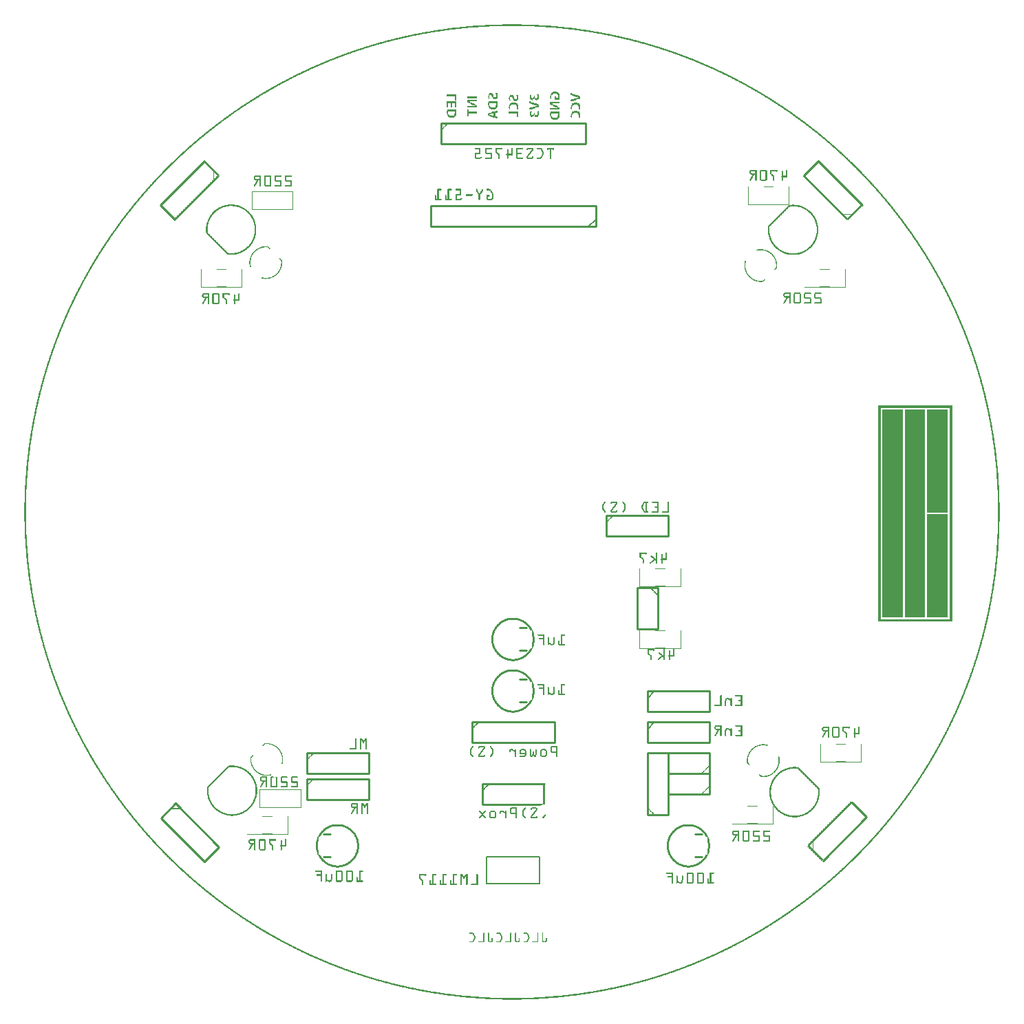
<source format=gbo>
G04 MADE WITH FRITZING*
G04 WWW.FRITZING.ORG*
G04 DOUBLE SIDED*
G04 HOLES PLATED*
G04 CONTOUR ON CENTER OF CONTOUR VECTOR*
%ASAXBY*%
%FSLAX23Y23*%
%MOIN*%
%OFA0B0*%
%SFA1.0B1.0*%
%ADD10C,0.010000*%
%ADD11C,0.005000*%
%ADD12C,0.008000*%
%ADD13R,0.001000X0.001000*%
%LNSILK0*%
G90*
G70*
G54D10*
X2017Y4245D02*
X2717Y4245D01*
D02*
X2717Y4245D02*
X2717Y4145D01*
D02*
X2717Y4145D02*
X2017Y4145D01*
D02*
X2017Y4145D02*
X2017Y4245D01*
D02*
X2767Y3745D02*
X1967Y3745D01*
D02*
X1967Y3745D02*
X1967Y3845D01*
D02*
X1967Y3845D02*
X2767Y3845D01*
D02*
X2767Y3845D02*
X2767Y3745D01*
G54D11*
D02*
X2732Y3745D02*
X2767Y3780D01*
G54D10*
D02*
X3067Y1995D02*
X3067Y1795D01*
D02*
X3067Y1795D02*
X2967Y1795D01*
D02*
X2967Y1795D02*
X2967Y1995D01*
D02*
X2967Y1995D02*
X3067Y1995D01*
D02*
X3317Y995D02*
X3117Y995D01*
D02*
X3117Y995D02*
X3117Y1095D01*
D02*
X3117Y1095D02*
X3317Y1095D01*
D02*
X3317Y1095D02*
X3317Y995D01*
D02*
X3317Y1095D02*
X3117Y1095D01*
D02*
X3117Y1095D02*
X3117Y1195D01*
D02*
X3117Y1195D02*
X3317Y1195D01*
D02*
X3317Y1195D02*
X3317Y1095D01*
D02*
X3017Y895D02*
X3017Y1195D01*
D02*
X3017Y1195D02*
X3117Y1195D01*
D02*
X3117Y1195D02*
X3117Y895D01*
D02*
X3117Y895D02*
X3017Y895D01*
D02*
X3017Y1345D02*
X3317Y1345D01*
D02*
X3317Y1345D02*
X3317Y1245D01*
D02*
X3317Y1245D02*
X3017Y1245D01*
D02*
X3017Y1245D02*
X3017Y1345D01*
G54D11*
D02*
X3052Y1345D02*
X3017Y1310D01*
G54D10*
D02*
X3017Y1495D02*
X3317Y1495D01*
D02*
X3317Y1495D02*
X3317Y1395D01*
D02*
X3317Y1395D02*
X3017Y1395D01*
D02*
X3017Y1395D02*
X3017Y1495D01*
G54D11*
D02*
X3052Y1495D02*
X3017Y1460D01*
G54D10*
D02*
X2217Y1045D02*
X2517Y1045D01*
D02*
X2217Y945D02*
X2217Y1045D01*
D02*
X1367Y1070D02*
X1667Y1070D01*
D02*
X1667Y1070D02*
X1667Y970D01*
D02*
X1667Y970D02*
X1367Y970D01*
D02*
X1367Y970D02*
X1367Y1070D01*
D02*
X1367Y1195D02*
X1667Y1195D01*
D02*
X1667Y1195D02*
X1667Y1095D01*
D02*
X1667Y1095D02*
X1367Y1095D01*
D02*
X1367Y1095D02*
X1367Y1195D01*
D02*
X2817Y2345D02*
X3117Y2345D01*
D02*
X3117Y2345D02*
X3117Y2245D01*
D02*
X3117Y2245D02*
X2817Y2245D01*
D02*
X2817Y2245D02*
X2817Y2345D01*
D02*
X4008Y957D02*
X4079Y887D01*
D02*
X4079Y887D02*
X3867Y674D01*
D02*
X3775Y3991D02*
X3846Y4062D01*
D02*
X3846Y4062D02*
X4058Y3849D01*
D02*
X729Y3779D02*
X659Y3850D01*
D02*
X659Y3850D02*
X871Y4062D01*
D02*
X731Y951D02*
X943Y739D01*
D02*
X943Y739D02*
X873Y668D01*
D02*
X873Y668D02*
X660Y880D01*
D02*
X660Y880D02*
X731Y951D01*
G54D11*
D02*
X756Y926D02*
X706Y926D01*
G54D12*
D02*
X2495Y564D02*
X2495Y694D01*
D02*
X2495Y694D02*
X2237Y694D01*
D02*
X2237Y694D02*
X2237Y564D01*
D02*
X2237Y564D02*
X2495Y564D01*
G54D10*
D02*
X2167Y1345D02*
X2567Y1345D01*
D02*
X2567Y1345D02*
X2567Y1245D01*
D02*
X2567Y1245D02*
X2167Y1245D01*
D02*
X2167Y1245D02*
X2167Y1345D01*
G36*
X2045Y4386D02*
X2093Y4386D01*
X2093Y4357D01*
X2085Y4357D01*
X2085Y4376D01*
X2045Y4376D01*
X2045Y4386D01*
G37*
D02*
G36*
X2045Y4351D02*
X2093Y4351D01*
X2093Y4322D01*
X2085Y4322D01*
X2085Y4341D01*
X2073Y4341D01*
X2073Y4324D01*
X2065Y4324D01*
X2065Y4341D01*
X2053Y4341D01*
X2053Y4322D01*
X2045Y4322D01*
X2045Y4351D01*
G37*
D02*
G36*
X2045Y4306D02*
X2047Y4306D01*
X2047Y4312D01*
X2053Y4312D01*
X2053Y4289D01*
X2055Y4289D01*
X2055Y4286D01*
X2057Y4286D01*
X2057Y4284D01*
X2060Y4284D01*
X2060Y4282D01*
X2077Y4282D01*
X2077Y4284D01*
X2080Y4284D01*
X2080Y4286D01*
X2082Y4286D01*
X2082Y4287D01*
X2083Y4287D01*
X2083Y4291D01*
X2085Y4291D01*
X2085Y4277D01*
X2083Y4277D01*
X2083Y4276D01*
X2082Y4276D01*
X2082Y4274D01*
X2077Y4274D01*
X2077Y4272D01*
X2060Y4272D01*
X2060Y4274D01*
X2057Y4274D01*
X2057Y4276D01*
X2053Y4276D01*
X2053Y4277D01*
X2052Y4277D01*
X2052Y4279D01*
X2050Y4279D01*
X2050Y4282D01*
X2048Y4282D01*
X2048Y4286D01*
X2047Y4286D01*
X2047Y4294D01*
X2045Y4294D01*
X2045Y4306D01*
G37*
D02*
G36*
X2053Y4312D02*
X2085Y4312D01*
X2085Y4302D01*
X2053Y4302D01*
X2053Y4312D01*
G37*
D02*
G36*
X2085Y4312D02*
X2087Y4312D01*
X2087Y4279D01*
X2085Y4279D01*
X2085Y4312D01*
G37*
D02*
G36*
X2085Y4312D02*
X2087Y4312D01*
X2087Y4279D01*
X2085Y4279D01*
X2085Y4312D01*
G37*
D02*
G36*
X2087Y4312D02*
X2092Y4312D01*
X2092Y4307D01*
X2093Y4307D01*
X2093Y4297D01*
X2092Y4297D01*
X2092Y4287D01*
X2090Y4287D01*
X2090Y4284D01*
X2088Y4284D01*
X2088Y4281D01*
X2087Y4281D01*
X2087Y4312D01*
G37*
D02*
G36*
X2145Y4377D02*
X2193Y4377D01*
X2193Y4367D01*
X2145Y4367D01*
X2145Y4377D01*
G37*
D02*
G36*
X2145Y4359D02*
X2157Y4359D01*
X2157Y4349D01*
X2158Y4349D01*
X2158Y4347D01*
X2163Y4347D01*
X2163Y4346D01*
X2167Y4346D01*
X2167Y4344D01*
X2170Y4344D01*
X2170Y4342D01*
X2173Y4342D01*
X2173Y4341D01*
X2177Y4341D01*
X2177Y4339D01*
X2180Y4339D01*
X2180Y4331D01*
X2177Y4331D01*
X2177Y4332D01*
X2173Y4332D01*
X2173Y4334D01*
X2168Y4334D01*
X2168Y4336D01*
X2165Y4336D01*
X2165Y4337D01*
X2163Y4337D01*
X2163Y4339D01*
X2160Y4339D01*
X2160Y4341D01*
X2157Y4341D01*
X2157Y4342D01*
X2153Y4342D01*
X2153Y4344D01*
X2150Y4344D01*
X2150Y4346D01*
X2147Y4346D01*
X2147Y4347D01*
X2145Y4347D01*
X2145Y4359D01*
G37*
D02*
G36*
X2145Y4329D02*
X2180Y4329D01*
X2180Y4321D01*
X2145Y4321D01*
X2145Y4329D01*
G37*
D02*
G36*
X2157Y4359D02*
X2193Y4359D01*
X2193Y4351D01*
X2157Y4351D01*
X2157Y4359D01*
G37*
D02*
G36*
X2180Y4337D02*
X2182Y4337D01*
X2182Y4321D01*
X2180Y4321D01*
X2180Y4337D01*
G37*
D02*
G36*
X2180Y4337D02*
X2182Y4337D01*
X2182Y4321D01*
X2180Y4321D01*
X2180Y4337D01*
G37*
D02*
G36*
X2182Y4336D02*
X2185Y4336D01*
X2185Y4334D01*
X2188Y4334D01*
X2188Y4332D01*
X2192Y4332D01*
X2192Y4331D01*
X2193Y4331D01*
X2193Y4321D01*
X2182Y4321D01*
X2182Y4336D01*
G37*
D02*
G36*
X2145Y4314D02*
X2153Y4314D01*
X2153Y4302D01*
X2193Y4302D01*
X2193Y4292D01*
X2153Y4292D01*
X2153Y4279D01*
X2145Y4279D01*
X2145Y4314D01*
G37*
D02*
G36*
X2245Y4346D02*
X2247Y4346D01*
X2247Y4352D01*
X2253Y4352D01*
X2253Y4329D01*
X2255Y4329D01*
X2255Y4326D01*
X2257Y4326D01*
X2257Y4324D01*
X2260Y4324D01*
X2260Y4322D01*
X2277Y4322D01*
X2277Y4324D01*
X2280Y4324D01*
X2280Y4326D01*
X2282Y4326D01*
X2282Y4327D01*
X2283Y4327D01*
X2283Y4331D01*
X2285Y4331D01*
X2285Y4317D01*
X2283Y4317D01*
X2283Y4316D01*
X2282Y4316D01*
X2282Y4314D01*
X2277Y4314D01*
X2277Y4312D01*
X2260Y4312D01*
X2260Y4314D01*
X2257Y4314D01*
X2257Y4316D01*
X2253Y4316D01*
X2253Y4317D01*
X2252Y4317D01*
X2252Y4319D01*
X2250Y4319D01*
X2250Y4322D01*
X2248Y4322D01*
X2248Y4326D01*
X2247Y4326D01*
X2247Y4334D01*
X2245Y4334D01*
X2245Y4346D01*
G37*
D02*
G36*
X2253Y4352D02*
X2285Y4352D01*
X2285Y4342D01*
X2253Y4342D01*
X2253Y4352D01*
G37*
D02*
G36*
X2285Y4352D02*
X2287Y4352D01*
X2287Y4319D01*
X2285Y4319D01*
X2285Y4352D01*
G37*
D02*
G36*
X2285Y4352D02*
X2287Y4352D01*
X2287Y4319D01*
X2285Y4319D01*
X2285Y4352D01*
G37*
D02*
G36*
X2287Y4352D02*
X2292Y4352D01*
X2292Y4347D01*
X2293Y4347D01*
X2293Y4337D01*
X2292Y4337D01*
X2292Y4327D01*
X2290Y4327D01*
X2290Y4324D01*
X2288Y4324D01*
X2288Y4321D01*
X2287Y4321D01*
X2287Y4352D01*
G37*
D02*
G36*
X2245Y4294D02*
X2248Y4294D01*
X2248Y4296D01*
X2252Y4296D01*
X2252Y4287D01*
X2257Y4287D01*
X2257Y4286D01*
X2263Y4286D01*
X2263Y4284D01*
X2268Y4284D01*
X2268Y4282D01*
X2273Y4282D01*
X2273Y4274D01*
X2267Y4274D01*
X2267Y4276D01*
X2262Y4276D01*
X2262Y4277D01*
X2257Y4277D01*
X2257Y4279D01*
X2250Y4279D01*
X2250Y4281D01*
X2245Y4281D01*
X2245Y4294D01*
G37*
D02*
G36*
X2252Y4296D02*
X2253Y4296D01*
X2253Y4297D01*
X2260Y4297D01*
X2260Y4299D01*
X2265Y4299D01*
X2265Y4301D01*
X2272Y4301D01*
X2272Y4302D01*
X2273Y4302D01*
X2273Y4294D01*
X2270Y4294D01*
X2270Y4292D01*
X2265Y4292D01*
X2265Y4291D01*
X2257Y4291D01*
X2257Y4289D01*
X2252Y4289D01*
X2252Y4296D01*
G37*
D02*
G36*
X2273Y4302D02*
X2275Y4302D01*
X2275Y4272D01*
X2273Y4272D01*
X2273Y4302D01*
G37*
D02*
G36*
X2273Y4302D02*
X2275Y4302D01*
X2275Y4272D01*
X2273Y4272D01*
X2273Y4302D01*
G37*
D02*
G36*
X2275Y4302D02*
X2277Y4302D01*
X2277Y4304D01*
X2280Y4304D01*
X2280Y4281D01*
X2283Y4281D01*
X2283Y4279D01*
X2288Y4279D01*
X2288Y4277D01*
X2293Y4277D01*
X2293Y4267D01*
X2290Y4267D01*
X2290Y4269D01*
X2283Y4269D01*
X2283Y4271D01*
X2278Y4271D01*
X2278Y4272D01*
X2275Y4272D01*
X2275Y4302D01*
G37*
D02*
G36*
X2280Y4304D02*
X2282Y4304D01*
X2282Y4306D01*
X2288Y4306D01*
X2288Y4307D01*
X2293Y4307D01*
X2293Y4299D01*
X2292Y4299D01*
X2292Y4297D01*
X2285Y4297D01*
X2285Y4296D01*
X2280Y4296D01*
X2280Y4304D01*
G37*
D02*
G36*
X2245Y4377D02*
X2247Y4377D01*
X2247Y4384D01*
X2248Y4384D01*
X2248Y4386D01*
X2250Y4386D01*
X2250Y4389D01*
X2253Y4389D01*
X2253Y4367D01*
X2255Y4367D01*
X2255Y4366D01*
X2253Y4366D01*
X2253Y4364D01*
X2247Y4364D01*
X2247Y4371D01*
X2245Y4371D01*
X2245Y4377D01*
G37*
D02*
G36*
X2253Y4391D02*
X2258Y4391D01*
X2258Y4392D01*
X2260Y4392D01*
X2260Y4391D01*
X2265Y4391D01*
X2265Y4389D01*
X2267Y4389D01*
X2267Y4387D01*
X2268Y4387D01*
X2268Y4386D01*
X2270Y4386D01*
X2270Y4382D01*
X2272Y4382D01*
X2272Y4379D01*
X2273Y4379D01*
X2273Y4374D01*
X2275Y4374D01*
X2275Y4372D01*
X2277Y4372D01*
X2277Y4371D01*
X2283Y4371D01*
X2283Y4372D01*
X2285Y4372D01*
X2285Y4362D01*
X2280Y4362D01*
X2280Y4361D01*
X2277Y4361D01*
X2277Y4362D01*
X2273Y4362D01*
X2273Y4364D01*
X2270Y4364D01*
X2270Y4366D01*
X2268Y4366D01*
X2268Y4369D01*
X2267Y4369D01*
X2267Y4372D01*
X2265Y4372D01*
X2265Y4377D01*
X2263Y4377D01*
X2263Y4381D01*
X2262Y4381D01*
X2262Y4382D01*
X2255Y4382D01*
X2255Y4381D01*
X2253Y4381D01*
X2253Y4391D01*
G37*
D02*
G36*
X2283Y4391D02*
X2285Y4391D01*
X2285Y4387D01*
X2283Y4387D01*
X2283Y4391D01*
G37*
D02*
G36*
X2285Y4391D02*
X2287Y4391D01*
X2287Y4364D01*
X2285Y4364D01*
X2285Y4391D01*
G37*
D02*
G36*
X2285Y4391D02*
X2287Y4391D01*
X2287Y4364D01*
X2285Y4364D01*
X2285Y4391D01*
G37*
D02*
G36*
X2287Y4391D02*
X2288Y4391D01*
X2288Y4392D01*
X2290Y4392D01*
X2290Y4391D01*
X2292Y4391D01*
X2292Y4382D01*
X2293Y4382D01*
X2293Y4377D01*
X2292Y4377D01*
X2292Y4371D01*
X2290Y4371D01*
X2290Y4367D01*
X2288Y4367D01*
X2288Y4366D01*
X2287Y4366D01*
X2287Y4391D01*
G37*
D02*
G36*
X2345Y4326D02*
X2347Y4326D01*
X2347Y4332D01*
X2348Y4332D01*
X2348Y4336D01*
X2350Y4336D01*
X2350Y4339D01*
X2352Y4339D01*
X2352Y4341D01*
X2353Y4341D01*
X2353Y4342D01*
X2355Y4342D01*
X2355Y4344D01*
X2358Y4344D01*
X2358Y4346D01*
X2362Y4346D01*
X2362Y4347D01*
X2378Y4347D01*
X2378Y4346D01*
X2382Y4346D01*
X2382Y4344D01*
X2385Y4344D01*
X2385Y4342D01*
X2387Y4342D01*
X2387Y4341D01*
X2388Y4341D01*
X2388Y4337D01*
X2390Y4337D01*
X2390Y4334D01*
X2392Y4334D01*
X2392Y4327D01*
X2393Y4327D01*
X2393Y4321D01*
X2392Y4321D01*
X2392Y4312D01*
X2388Y4312D01*
X2388Y4314D01*
X2385Y4314D01*
X2385Y4329D01*
X2383Y4329D01*
X2383Y4332D01*
X2382Y4332D01*
X2382Y4334D01*
X2380Y4334D01*
X2380Y4336D01*
X2377Y4336D01*
X2377Y4337D01*
X2362Y4337D01*
X2362Y4336D01*
X2358Y4336D01*
X2358Y4334D01*
X2357Y4334D01*
X2357Y4332D01*
X2355Y4332D01*
X2355Y4329D01*
X2353Y4329D01*
X2353Y4314D01*
X2350Y4314D01*
X2350Y4312D01*
X2347Y4312D01*
X2347Y4319D01*
X2345Y4319D01*
X2345Y4326D01*
G37*
D02*
G36*
X2345Y4304D02*
X2393Y4304D01*
X2393Y4276D01*
X2385Y4276D01*
X2385Y4294D01*
X2345Y4294D01*
X2345Y4304D01*
G37*
D02*
G36*
X2345Y4369D02*
X2347Y4369D01*
X2347Y4376D01*
X2348Y4376D01*
X2348Y4377D01*
X2350Y4377D01*
X2350Y4381D01*
X2353Y4381D01*
X2353Y4359D01*
X2355Y4359D01*
X2355Y4357D01*
X2353Y4357D01*
X2353Y4356D01*
X2347Y4356D01*
X2347Y4362D01*
X2345Y4362D01*
X2345Y4369D01*
G37*
D02*
G36*
X2353Y4382D02*
X2358Y4382D01*
X2358Y4384D01*
X2360Y4384D01*
X2360Y4382D01*
X2365Y4382D01*
X2365Y4381D01*
X2367Y4381D01*
X2367Y4379D01*
X2368Y4379D01*
X2368Y4377D01*
X2370Y4377D01*
X2370Y4374D01*
X2372Y4374D01*
X2372Y4371D01*
X2373Y4371D01*
X2373Y4366D01*
X2375Y4366D01*
X2375Y4364D01*
X2377Y4364D01*
X2377Y4362D01*
X2383Y4362D01*
X2383Y4364D01*
X2385Y4364D01*
X2385Y4354D01*
X2380Y4354D01*
X2380Y4352D01*
X2377Y4352D01*
X2377Y4354D01*
X2373Y4354D01*
X2373Y4356D01*
X2370Y4356D01*
X2370Y4357D01*
X2368Y4357D01*
X2368Y4361D01*
X2367Y4361D01*
X2367Y4364D01*
X2365Y4364D01*
X2365Y4369D01*
X2363Y4369D01*
X2363Y4372D01*
X2362Y4372D01*
X2362Y4374D01*
X2355Y4374D01*
X2355Y4372D01*
X2353Y4372D01*
X2353Y4382D01*
G37*
D02*
G36*
X2383Y4382D02*
X2385Y4382D01*
X2385Y4379D01*
X2383Y4379D01*
X2383Y4382D01*
G37*
D02*
G36*
X2385Y4382D02*
X2387Y4382D01*
X2387Y4356D01*
X2385Y4356D01*
X2385Y4382D01*
G37*
D02*
G36*
X2385Y4382D02*
X2387Y4382D01*
X2387Y4356D01*
X2385Y4356D01*
X2385Y4382D01*
G37*
D02*
G36*
X2387Y4382D02*
X2388Y4382D01*
X2388Y4384D01*
X2390Y4384D01*
X2390Y4382D01*
X2392Y4382D01*
X2392Y4374D01*
X2393Y4374D01*
X2393Y4369D01*
X2392Y4369D01*
X2392Y4362D01*
X2390Y4362D01*
X2390Y4359D01*
X2388Y4359D01*
X2388Y4357D01*
X2387Y4357D01*
X2387Y4382D01*
G37*
D02*
G36*
X2445Y4351D02*
X2450Y4351D01*
X2450Y4349D01*
X2455Y4349D01*
X2455Y4347D01*
X2462Y4347D01*
X2462Y4346D01*
X2467Y4346D01*
X2467Y4344D01*
X2472Y4344D01*
X2472Y4342D01*
X2477Y4342D01*
X2477Y4341D01*
X2482Y4341D01*
X2482Y4339D01*
X2483Y4339D01*
X2483Y4332D01*
X2475Y4332D01*
X2475Y4334D01*
X2468Y4334D01*
X2468Y4336D01*
X2463Y4336D01*
X2463Y4337D01*
X2457Y4337D01*
X2457Y4339D01*
X2452Y4339D01*
X2452Y4341D01*
X2445Y4341D01*
X2445Y4351D01*
G37*
D02*
G36*
X2445Y4319D02*
X2447Y4319D01*
X2447Y4321D01*
X2452Y4321D01*
X2452Y4322D01*
X2458Y4322D01*
X2458Y4324D01*
X2463Y4324D01*
X2463Y4326D01*
X2470Y4326D01*
X2470Y4327D01*
X2475Y4327D01*
X2475Y4329D01*
X2483Y4329D01*
X2483Y4322D01*
X2480Y4322D01*
X2480Y4321D01*
X2475Y4321D01*
X2475Y4319D01*
X2470Y4319D01*
X2470Y4317D01*
X2465Y4317D01*
X2465Y4316D01*
X2460Y4316D01*
X2460Y4314D01*
X2455Y4314D01*
X2455Y4312D01*
X2450Y4312D01*
X2450Y4311D01*
X2445Y4311D01*
X2445Y4319D01*
G37*
D02*
G36*
X2483Y4339D02*
X2485Y4339D01*
X2485Y4322D01*
X2483Y4322D01*
X2483Y4339D01*
G37*
D02*
G36*
X2483Y4339D02*
X2485Y4339D01*
X2485Y4322D01*
X2483Y4322D01*
X2483Y4339D01*
G37*
D02*
G36*
X2485Y4339D02*
X2488Y4339D01*
X2488Y4337D01*
X2493Y4337D01*
X2493Y4326D01*
X2490Y4326D01*
X2490Y4324D01*
X2485Y4324D01*
X2485Y4339D01*
G37*
D02*
G36*
X2447Y4374D02*
X2448Y4374D01*
X2448Y4382D01*
X2450Y4382D01*
X2450Y4386D01*
X2452Y4386D01*
X2452Y4384D01*
X2455Y4384D01*
X2455Y4369D01*
X2457Y4369D01*
X2457Y4367D01*
X2463Y4367D01*
X2463Y4369D01*
X2465Y4369D01*
X2465Y4371D01*
X2467Y4371D01*
X2467Y4379D01*
X2473Y4379D01*
X2473Y4369D01*
X2475Y4369D01*
X2475Y4367D01*
X2483Y4367D01*
X2483Y4369D01*
X2485Y4369D01*
X2485Y4359D01*
X2483Y4359D01*
X2483Y4357D01*
X2477Y4357D01*
X2477Y4359D01*
X2473Y4359D01*
X2473Y4361D01*
X2472Y4361D01*
X2472Y4364D01*
X2470Y4364D01*
X2470Y4367D01*
X2468Y4367D01*
X2468Y4364D01*
X2467Y4364D01*
X2467Y4361D01*
X2463Y4361D01*
X2463Y4359D01*
X2460Y4359D01*
X2460Y4357D01*
X2457Y4357D01*
X2457Y4359D01*
X2453Y4359D01*
X2453Y4361D01*
X2452Y4361D01*
X2452Y4362D01*
X2450Y4362D01*
X2450Y4364D01*
X2448Y4364D01*
X2448Y4371D01*
X2447Y4371D01*
X2447Y4374D01*
G37*
D02*
G36*
X2455Y4384D02*
X2457Y4384D01*
X2457Y4381D01*
X2455Y4381D01*
X2455Y4384D01*
G37*
D02*
G36*
X2483Y4386D02*
X2485Y4386D01*
X2485Y4384D01*
X2483Y4384D01*
X2483Y4386D01*
G37*
D02*
G36*
X2485Y4386D02*
X2487Y4386D01*
X2487Y4359D01*
X2485Y4359D01*
X2485Y4386D01*
G37*
D02*
G36*
X2485Y4386D02*
X2487Y4386D01*
X2487Y4359D01*
X2485Y4359D01*
X2485Y4386D01*
G37*
D02*
G36*
X2487Y4387D02*
X2490Y4387D01*
X2490Y4386D01*
X2492Y4386D01*
X2492Y4377D01*
X2493Y4377D01*
X2493Y4372D01*
X2492Y4372D01*
X2492Y4366D01*
X2490Y4366D01*
X2490Y4362D01*
X2488Y4362D01*
X2488Y4361D01*
X2487Y4361D01*
X2487Y4387D01*
G37*
D02*
G36*
X2447Y4292D02*
X2448Y4292D01*
X2448Y4301D01*
X2450Y4301D01*
X2450Y4304D01*
X2452Y4304D01*
X2452Y4302D01*
X2455Y4302D01*
X2455Y4287D01*
X2457Y4287D01*
X2457Y4286D01*
X2463Y4286D01*
X2463Y4287D01*
X2465Y4287D01*
X2465Y4289D01*
X2467Y4289D01*
X2467Y4297D01*
X2473Y4297D01*
X2473Y4287D01*
X2475Y4287D01*
X2475Y4286D01*
X2483Y4286D01*
X2483Y4287D01*
X2485Y4287D01*
X2485Y4277D01*
X2483Y4277D01*
X2483Y4276D01*
X2477Y4276D01*
X2477Y4277D01*
X2473Y4277D01*
X2473Y4279D01*
X2472Y4279D01*
X2472Y4282D01*
X2470Y4282D01*
X2470Y4286D01*
X2468Y4286D01*
X2468Y4282D01*
X2467Y4282D01*
X2467Y4279D01*
X2463Y4279D01*
X2463Y4277D01*
X2460Y4277D01*
X2460Y4276D01*
X2457Y4276D01*
X2457Y4277D01*
X2453Y4277D01*
X2453Y4279D01*
X2452Y4279D01*
X2452Y4281D01*
X2450Y4281D01*
X2450Y4282D01*
X2448Y4282D01*
X2448Y4289D01*
X2447Y4289D01*
X2447Y4292D01*
G37*
D02*
G36*
X2455Y4302D02*
X2457Y4302D01*
X2457Y4299D01*
X2455Y4299D01*
X2455Y4302D01*
G37*
D02*
G36*
X2483Y4304D02*
X2485Y4304D01*
X2485Y4302D01*
X2483Y4302D01*
X2483Y4304D01*
G37*
D02*
G36*
X2485Y4304D02*
X2487Y4304D01*
X2487Y4277D01*
X2485Y4277D01*
X2485Y4304D01*
G37*
D02*
G36*
X2485Y4304D02*
X2487Y4304D01*
X2487Y4277D01*
X2485Y4277D01*
X2485Y4304D01*
G37*
D02*
G36*
X2487Y4306D02*
X2490Y4306D01*
X2490Y4304D01*
X2492Y4304D01*
X2492Y4296D01*
X2493Y4296D01*
X2493Y4291D01*
X2492Y4291D01*
X2492Y4284D01*
X2490Y4284D01*
X2490Y4281D01*
X2488Y4281D01*
X2488Y4279D01*
X2487Y4279D01*
X2487Y4306D01*
G37*
D02*
G36*
X2545Y4376D02*
X2547Y4376D01*
X2547Y4384D01*
X2548Y4384D01*
X2548Y4387D01*
X2550Y4387D01*
X2550Y4391D01*
X2552Y4391D01*
X2552Y4392D01*
X2553Y4392D01*
X2553Y4364D01*
X2555Y4364D01*
X2555Y4362D01*
X2550Y4362D01*
X2550Y4361D01*
X2548Y4361D01*
X2548Y4362D01*
X2547Y4362D01*
X2547Y4369D01*
X2545Y4369D01*
X2545Y4376D01*
G37*
D02*
G36*
X2553Y4394D02*
X2555Y4394D01*
X2555Y4396D01*
X2558Y4396D01*
X2558Y4397D01*
X2562Y4397D01*
X2562Y4399D01*
X2578Y4399D01*
X2578Y4397D01*
X2582Y4397D01*
X2582Y4396D01*
X2585Y4396D01*
X2585Y4381D01*
X2583Y4381D01*
X2583Y4384D01*
X2582Y4384D01*
X2582Y4386D01*
X2580Y4386D01*
X2580Y4387D01*
X2578Y4387D01*
X2578Y4389D01*
X2562Y4389D01*
X2562Y4387D01*
X2558Y4387D01*
X2558Y4386D01*
X2557Y4386D01*
X2557Y4384D01*
X2555Y4384D01*
X2555Y4381D01*
X2553Y4381D01*
X2553Y4394D01*
G37*
D02*
G36*
X2567Y4376D02*
X2575Y4376D01*
X2575Y4369D01*
X2585Y4369D01*
X2585Y4359D01*
X2567Y4359D01*
X2567Y4376D01*
G37*
D02*
G36*
X2585Y4394D02*
X2587Y4394D01*
X2587Y4359D01*
X2585Y4359D01*
X2585Y4394D01*
G37*
D02*
G36*
X2585Y4394D02*
X2587Y4394D01*
X2587Y4359D01*
X2585Y4359D01*
X2585Y4394D01*
G37*
D02*
G36*
X2587Y4392D02*
X2588Y4392D01*
X2588Y4389D01*
X2590Y4389D01*
X2590Y4386D01*
X2592Y4386D01*
X2592Y4377D01*
X2593Y4377D01*
X2593Y4371D01*
X2592Y4371D01*
X2592Y4362D01*
X2590Y4362D01*
X2590Y4359D01*
X2587Y4359D01*
X2587Y4392D01*
G37*
D02*
G36*
X2545Y4349D02*
X2557Y4349D01*
X2557Y4339D01*
X2558Y4339D01*
X2558Y4337D01*
X2563Y4337D01*
X2563Y4336D01*
X2567Y4336D01*
X2567Y4334D01*
X2570Y4334D01*
X2570Y4332D01*
X2573Y4332D01*
X2573Y4331D01*
X2577Y4331D01*
X2577Y4329D01*
X2580Y4329D01*
X2580Y4321D01*
X2577Y4321D01*
X2577Y4322D01*
X2573Y4322D01*
X2573Y4324D01*
X2568Y4324D01*
X2568Y4326D01*
X2565Y4326D01*
X2565Y4327D01*
X2563Y4327D01*
X2563Y4329D01*
X2560Y4329D01*
X2560Y4331D01*
X2557Y4331D01*
X2557Y4332D01*
X2553Y4332D01*
X2553Y4334D01*
X2550Y4334D01*
X2550Y4336D01*
X2547Y4336D01*
X2547Y4337D01*
X2545Y4337D01*
X2545Y4349D01*
G37*
D02*
G36*
X2545Y4319D02*
X2580Y4319D01*
X2580Y4311D01*
X2545Y4311D01*
X2545Y4319D01*
G37*
D02*
G36*
X2557Y4349D02*
X2593Y4349D01*
X2593Y4341D01*
X2557Y4341D01*
X2557Y4349D01*
G37*
D02*
G36*
X2580Y4327D02*
X2582Y4327D01*
X2582Y4311D01*
X2580Y4311D01*
X2580Y4327D01*
G37*
D02*
G36*
X2580Y4327D02*
X2582Y4327D01*
X2582Y4311D01*
X2580Y4311D01*
X2580Y4327D01*
G37*
D02*
G36*
X2582Y4326D02*
X2585Y4326D01*
X2585Y4324D01*
X2588Y4324D01*
X2588Y4322D01*
X2592Y4322D01*
X2592Y4321D01*
X2593Y4321D01*
X2593Y4311D01*
X2582Y4311D01*
X2582Y4326D01*
G37*
D02*
G36*
X2545Y4296D02*
X2547Y4296D01*
X2547Y4302D01*
X2553Y4302D01*
X2553Y4279D01*
X2555Y4279D01*
X2555Y4276D01*
X2557Y4276D01*
X2557Y4274D01*
X2560Y4274D01*
X2560Y4272D01*
X2577Y4272D01*
X2577Y4274D01*
X2580Y4274D01*
X2580Y4276D01*
X2582Y4276D01*
X2582Y4277D01*
X2583Y4277D01*
X2583Y4281D01*
X2585Y4281D01*
X2585Y4267D01*
X2583Y4267D01*
X2583Y4266D01*
X2582Y4266D01*
X2582Y4264D01*
X2577Y4264D01*
X2577Y4262D01*
X2560Y4262D01*
X2560Y4264D01*
X2557Y4264D01*
X2557Y4266D01*
X2553Y4266D01*
X2553Y4267D01*
X2552Y4267D01*
X2552Y4269D01*
X2550Y4269D01*
X2550Y4272D01*
X2548Y4272D01*
X2548Y4276D01*
X2547Y4276D01*
X2547Y4284D01*
X2545Y4284D01*
X2545Y4296D01*
G37*
D02*
G36*
X2553Y4302D02*
X2585Y4302D01*
X2585Y4292D01*
X2553Y4292D01*
X2553Y4302D01*
G37*
D02*
G36*
X2585Y4302D02*
X2587Y4302D01*
X2587Y4269D01*
X2585Y4269D01*
X2585Y4302D01*
G37*
D02*
G36*
X2585Y4302D02*
X2587Y4302D01*
X2587Y4269D01*
X2585Y4269D01*
X2585Y4302D01*
G37*
D02*
G36*
X2587Y4302D02*
X2592Y4302D01*
X2592Y4297D01*
X2593Y4297D01*
X2593Y4287D01*
X2592Y4287D01*
X2592Y4277D01*
X2590Y4277D01*
X2590Y4274D01*
X2588Y4274D01*
X2588Y4271D01*
X2587Y4271D01*
X2587Y4302D01*
G37*
D02*
G36*
X2645Y4391D02*
X2650Y4391D01*
X2650Y4389D01*
X2655Y4389D01*
X2655Y4387D01*
X2662Y4387D01*
X2662Y4386D01*
X2667Y4386D01*
X2667Y4384D01*
X2672Y4384D01*
X2672Y4382D01*
X2677Y4382D01*
X2677Y4381D01*
X2682Y4381D01*
X2682Y4379D01*
X2683Y4379D01*
X2683Y4372D01*
X2675Y4372D01*
X2675Y4374D01*
X2668Y4374D01*
X2668Y4376D01*
X2663Y4376D01*
X2663Y4377D01*
X2657Y4377D01*
X2657Y4379D01*
X2652Y4379D01*
X2652Y4381D01*
X2645Y4381D01*
X2645Y4391D01*
G37*
D02*
G36*
X2645Y4359D02*
X2647Y4359D01*
X2647Y4361D01*
X2652Y4361D01*
X2652Y4362D01*
X2658Y4362D01*
X2658Y4364D01*
X2663Y4364D01*
X2663Y4366D01*
X2670Y4366D01*
X2670Y4367D01*
X2675Y4367D01*
X2675Y4369D01*
X2683Y4369D01*
X2683Y4362D01*
X2680Y4362D01*
X2680Y4361D01*
X2675Y4361D01*
X2675Y4359D01*
X2670Y4359D01*
X2670Y4357D01*
X2665Y4357D01*
X2665Y4356D01*
X2660Y4356D01*
X2660Y4354D01*
X2655Y4354D01*
X2655Y4352D01*
X2650Y4352D01*
X2650Y4351D01*
X2645Y4351D01*
X2645Y4359D01*
G37*
D02*
G36*
X2683Y4379D02*
X2685Y4379D01*
X2685Y4362D01*
X2683Y4362D01*
X2683Y4379D01*
G37*
D02*
G36*
X2683Y4379D02*
X2685Y4379D01*
X2685Y4362D01*
X2683Y4362D01*
X2683Y4379D01*
G37*
D02*
G36*
X2685Y4379D02*
X2688Y4379D01*
X2688Y4377D01*
X2693Y4377D01*
X2693Y4366D01*
X2690Y4366D01*
X2690Y4364D01*
X2685Y4364D01*
X2685Y4379D01*
G37*
D02*
G36*
X2645Y4324D02*
X2647Y4324D01*
X2647Y4331D01*
X2648Y4331D01*
X2648Y4334D01*
X2650Y4334D01*
X2650Y4337D01*
X2652Y4337D01*
X2652Y4339D01*
X2653Y4339D01*
X2653Y4341D01*
X2655Y4341D01*
X2655Y4342D01*
X2658Y4342D01*
X2658Y4344D01*
X2662Y4344D01*
X2662Y4346D01*
X2678Y4346D01*
X2678Y4344D01*
X2682Y4344D01*
X2682Y4342D01*
X2685Y4342D01*
X2685Y4341D01*
X2687Y4341D01*
X2687Y4339D01*
X2688Y4339D01*
X2688Y4336D01*
X2690Y4336D01*
X2690Y4332D01*
X2692Y4332D01*
X2692Y4326D01*
X2693Y4326D01*
X2693Y4319D01*
X2692Y4319D01*
X2692Y4311D01*
X2688Y4311D01*
X2688Y4312D01*
X2685Y4312D01*
X2685Y4327D01*
X2683Y4327D01*
X2683Y4331D01*
X2682Y4331D01*
X2682Y4332D01*
X2680Y4332D01*
X2680Y4334D01*
X2677Y4334D01*
X2677Y4336D01*
X2662Y4336D01*
X2662Y4334D01*
X2658Y4334D01*
X2658Y4332D01*
X2657Y4332D01*
X2657Y4331D01*
X2655Y4331D01*
X2655Y4327D01*
X2653Y4327D01*
X2653Y4312D01*
X2650Y4312D01*
X2650Y4311D01*
X2647Y4311D01*
X2647Y4317D01*
X2645Y4317D01*
X2645Y4324D01*
G37*
D02*
G36*
X2645Y4284D02*
X2647Y4284D01*
X2647Y4291D01*
X2648Y4291D01*
X2648Y4294D01*
X2650Y4294D01*
X2650Y4297D01*
X2652Y4297D01*
X2652Y4299D01*
X2653Y4299D01*
X2653Y4301D01*
X2655Y4301D01*
X2655Y4302D01*
X2658Y4302D01*
X2658Y4304D01*
X2662Y4304D01*
X2662Y4306D01*
X2678Y4306D01*
X2678Y4304D01*
X2682Y4304D01*
X2682Y4302D01*
X2685Y4302D01*
X2685Y4301D01*
X2687Y4301D01*
X2687Y4299D01*
X2688Y4299D01*
X2688Y4296D01*
X2690Y4296D01*
X2690Y4292D01*
X2692Y4292D01*
X2692Y4286D01*
X2693Y4286D01*
X2693Y4279D01*
X2692Y4279D01*
X2692Y4271D01*
X2688Y4271D01*
X2688Y4272D01*
X2685Y4272D01*
X2685Y4287D01*
X2683Y4287D01*
X2683Y4291D01*
X2682Y4291D01*
X2682Y4292D01*
X2680Y4292D01*
X2680Y4294D01*
X2677Y4294D01*
X2677Y4296D01*
X2662Y4296D01*
X2662Y4294D01*
X2658Y4294D01*
X2658Y4292D01*
X2657Y4292D01*
X2657Y4291D01*
X2655Y4291D01*
X2655Y4287D01*
X2653Y4287D01*
X2653Y4272D01*
X2650Y4272D01*
X2650Y4271D01*
X2647Y4271D01*
X2647Y4277D01*
X2645Y4277D01*
X2645Y4284D01*
G37*
D02*
G36*
X4135Y2879D02*
X4148Y2879D01*
X4148Y1844D01*
X4483Y1844D01*
X4483Y1831D01*
X4135Y1831D01*
X4135Y2879D01*
G37*
D02*
G36*
X4148Y2879D02*
X4483Y2879D01*
X4483Y2866D01*
X4148Y2866D01*
X4148Y2879D01*
G37*
D02*
G36*
X4483Y2879D02*
X4485Y2879D01*
X4485Y1831D01*
X4483Y1831D01*
X4483Y2879D01*
G37*
D02*
G36*
X4483Y2879D02*
X4485Y2879D01*
X4485Y1831D01*
X4483Y1831D01*
X4483Y2879D01*
G37*
D02*
G36*
X4485Y2879D02*
X4496Y2879D01*
X4496Y1831D01*
X4485Y1831D01*
X4485Y2879D01*
G37*
D02*
G36*
X4156Y2858D02*
X4255Y2858D01*
X4255Y1851D01*
X4156Y1851D01*
X4156Y2858D01*
G37*
D02*
G36*
X4265Y2858D02*
X4363Y2858D01*
X4363Y1851D01*
X4265Y1851D01*
X4265Y2858D01*
G37*
D02*
G36*
X4373Y2858D02*
X4471Y2858D01*
X4471Y2358D01*
X4373Y2358D01*
X4373Y2858D01*
G37*
D02*
G36*
X4373Y2351D02*
X4471Y2351D01*
X4471Y1851D01*
X4373Y1851D01*
X4373Y2351D01*
G37*
D02*
G54D13*
X2315Y4724D02*
X2408Y4724D01*
X2278Y4723D02*
X2445Y4723D01*
X2253Y4722D02*
X2470Y4722D01*
X2233Y4721D02*
X2490Y4721D01*
X2215Y4720D02*
X2508Y4720D01*
X2200Y4719D02*
X2523Y4719D01*
X2186Y4718D02*
X2537Y4718D01*
X2173Y4717D02*
X2550Y4717D01*
X2161Y4716D02*
X2314Y4716D01*
X2409Y4716D02*
X2562Y4716D01*
X2149Y4715D02*
X2277Y4715D01*
X2446Y4715D02*
X2574Y4715D01*
X2138Y4714D02*
X2252Y4714D01*
X2471Y4714D02*
X2585Y4714D01*
X2128Y4713D02*
X2232Y4713D01*
X2491Y4713D02*
X2595Y4713D01*
X2118Y4712D02*
X2214Y4712D01*
X2509Y4712D02*
X2605Y4712D01*
X2108Y4711D02*
X2199Y4711D01*
X2524Y4711D02*
X2615Y4711D01*
X2099Y4710D02*
X2185Y4710D01*
X2538Y4710D02*
X2624Y4710D01*
X2090Y4709D02*
X2172Y4709D01*
X2551Y4709D02*
X2633Y4709D01*
X2082Y4708D02*
X2160Y4708D01*
X2563Y4708D02*
X2641Y4708D01*
X2073Y4707D02*
X2148Y4707D01*
X2575Y4707D02*
X2650Y4707D01*
X2065Y4706D02*
X2138Y4706D01*
X2585Y4706D02*
X2658Y4706D01*
X2057Y4705D02*
X2127Y4705D01*
X2596Y4705D02*
X2666Y4705D01*
X2050Y4704D02*
X2117Y4704D01*
X2606Y4704D02*
X2673Y4704D01*
X2042Y4703D02*
X2108Y4703D01*
X2615Y4703D02*
X2681Y4703D01*
X2035Y4702D02*
X2098Y4702D01*
X2625Y4702D02*
X2688Y4702D01*
X2028Y4701D02*
X2089Y4701D01*
X2634Y4701D02*
X2695Y4701D01*
X2021Y4700D02*
X2081Y4700D01*
X2642Y4700D02*
X2702Y4700D01*
X2014Y4699D02*
X2073Y4699D01*
X2650Y4699D02*
X2709Y4699D01*
X2007Y4698D02*
X2064Y4698D01*
X2658Y4698D02*
X2716Y4698D01*
X2001Y4697D02*
X2057Y4697D01*
X2666Y4697D02*
X2722Y4697D01*
X1994Y4696D02*
X2049Y4696D01*
X2674Y4696D02*
X2729Y4696D01*
X1988Y4695D02*
X2042Y4695D01*
X2681Y4695D02*
X2735Y4695D01*
X1982Y4694D02*
X2034Y4694D01*
X2689Y4694D02*
X2741Y4694D01*
X1976Y4693D02*
X2027Y4693D01*
X2696Y4693D02*
X2747Y4693D01*
X1970Y4692D02*
X2020Y4692D01*
X2703Y4692D02*
X2753Y4692D01*
X1964Y4691D02*
X2013Y4691D01*
X2710Y4691D02*
X2759Y4691D01*
X1958Y4690D02*
X2007Y4690D01*
X2716Y4690D02*
X2765Y4690D01*
X1952Y4689D02*
X2000Y4689D01*
X2723Y4689D02*
X2771Y4689D01*
X1946Y4688D02*
X1994Y4688D01*
X2729Y4688D02*
X2777Y4688D01*
X1941Y4687D02*
X1987Y4687D01*
X2736Y4687D02*
X2782Y4687D01*
X1935Y4686D02*
X1981Y4686D01*
X2742Y4686D02*
X2788Y4686D01*
X1930Y4685D02*
X1975Y4685D01*
X2748Y4685D02*
X2793Y4685D01*
X1925Y4684D02*
X1969Y4684D01*
X2754Y4684D02*
X2798Y4684D01*
X1919Y4683D02*
X1963Y4683D01*
X2760Y4683D02*
X2804Y4683D01*
X1914Y4682D02*
X1957Y4682D01*
X2766Y4682D02*
X2809Y4682D01*
X1909Y4681D02*
X1951Y4681D01*
X2772Y4681D02*
X2814Y4681D01*
X1904Y4680D02*
X1946Y4680D01*
X2777Y4680D02*
X2819Y4680D01*
X1899Y4679D02*
X1940Y4679D01*
X2783Y4679D02*
X2824Y4679D01*
X1894Y4678D02*
X1935Y4678D01*
X2788Y4678D02*
X2829Y4678D01*
X1889Y4677D02*
X1929Y4677D01*
X2794Y4677D02*
X2834Y4677D01*
X1884Y4676D02*
X1924Y4676D01*
X2799Y4676D02*
X2839Y4676D01*
X1879Y4675D02*
X1919Y4675D01*
X2804Y4675D02*
X2844Y4675D01*
X1874Y4674D02*
X1913Y4674D01*
X2810Y4674D02*
X2849Y4674D01*
X1870Y4673D02*
X1908Y4673D01*
X2815Y4673D02*
X2853Y4673D01*
X1865Y4672D02*
X1903Y4672D01*
X2820Y4672D02*
X2858Y4672D01*
X1860Y4671D02*
X1898Y4671D01*
X2825Y4671D02*
X2863Y4671D01*
X1855Y4670D02*
X1893Y4670D01*
X2830Y4670D02*
X2868Y4670D01*
X1851Y4669D02*
X1888Y4669D01*
X2835Y4669D02*
X2872Y4669D01*
X1847Y4668D02*
X1883Y4668D01*
X2840Y4668D02*
X2876Y4668D01*
X1842Y4667D02*
X1878Y4667D01*
X2845Y4667D02*
X2881Y4667D01*
X1838Y4666D02*
X1874Y4666D01*
X2849Y4666D02*
X2885Y4666D01*
X1833Y4665D02*
X1869Y4665D01*
X2854Y4665D02*
X2890Y4665D01*
X1829Y4664D02*
X1864Y4664D01*
X2859Y4664D02*
X2894Y4664D01*
X1824Y4663D02*
X1859Y4663D01*
X2864Y4663D02*
X2899Y4663D01*
X1820Y4662D02*
X1855Y4662D01*
X2868Y4662D02*
X2903Y4662D01*
X1816Y4661D02*
X1850Y4661D01*
X2873Y4661D02*
X2907Y4661D01*
X1812Y4660D02*
X1846Y4660D01*
X2877Y4660D02*
X2911Y4660D01*
X1808Y4659D02*
X1842Y4659D01*
X2881Y4659D02*
X2915Y4659D01*
X1803Y4658D02*
X1837Y4658D01*
X2886Y4658D02*
X2920Y4658D01*
X1799Y4657D02*
X1833Y4657D01*
X2890Y4657D02*
X2924Y4657D01*
X1795Y4656D02*
X1828Y4656D01*
X2895Y4656D02*
X2928Y4656D01*
X1791Y4655D02*
X1824Y4655D01*
X2899Y4655D02*
X2932Y4655D01*
X1787Y4654D02*
X1820Y4654D01*
X2903Y4654D02*
X2936Y4654D01*
X1783Y4653D02*
X1816Y4653D01*
X2907Y4653D02*
X2940Y4653D01*
X1779Y4652D02*
X1811Y4652D01*
X2912Y4652D02*
X2944Y4652D01*
X1775Y4651D02*
X1807Y4651D01*
X2916Y4651D02*
X2948Y4651D01*
X1771Y4650D02*
X1803Y4650D01*
X2920Y4650D02*
X2952Y4650D01*
X1768Y4649D02*
X1799Y4649D01*
X2924Y4649D02*
X2955Y4649D01*
X1764Y4648D02*
X1795Y4648D01*
X2928Y4648D02*
X2959Y4648D01*
X1760Y4647D02*
X1791Y4647D01*
X2932Y4647D02*
X2963Y4647D01*
X1756Y4646D02*
X1787Y4646D01*
X2936Y4646D02*
X2967Y4646D01*
X1752Y4645D02*
X1783Y4645D01*
X2940Y4645D02*
X2971Y4645D01*
X1749Y4644D02*
X1779Y4644D01*
X2944Y4644D02*
X2974Y4644D01*
X1745Y4643D02*
X1775Y4643D01*
X2948Y4643D02*
X2978Y4643D01*
X1741Y4642D02*
X1771Y4642D01*
X2952Y4642D02*
X2982Y4642D01*
X1738Y4641D02*
X1767Y4641D01*
X2956Y4641D02*
X2985Y4641D01*
X1734Y4640D02*
X1763Y4640D01*
X2960Y4640D02*
X2989Y4640D01*
X1730Y4639D02*
X1760Y4639D01*
X2963Y4639D02*
X2993Y4639D01*
X1727Y4638D02*
X1756Y4638D01*
X2967Y4638D02*
X2996Y4638D01*
X1723Y4637D02*
X1752Y4637D01*
X2971Y4637D02*
X3000Y4637D01*
X1720Y4636D02*
X1748Y4636D01*
X2975Y4636D02*
X3003Y4636D01*
X1716Y4635D02*
X1744Y4635D01*
X2979Y4635D02*
X3007Y4635D01*
X1713Y4634D02*
X1741Y4634D01*
X2982Y4634D02*
X3010Y4634D01*
X1709Y4633D02*
X1737Y4633D01*
X2986Y4633D02*
X3014Y4633D01*
X1706Y4632D02*
X1734Y4632D01*
X2989Y4632D02*
X3017Y4632D01*
X1702Y4631D02*
X1730Y4631D01*
X2993Y4631D02*
X3021Y4631D01*
X1699Y4630D02*
X1726Y4630D01*
X2997Y4630D02*
X3024Y4630D01*
X1695Y4629D02*
X1723Y4629D01*
X3000Y4629D02*
X3028Y4629D01*
X1692Y4628D02*
X1719Y4628D01*
X3004Y4628D02*
X3031Y4628D01*
X1688Y4627D02*
X1716Y4627D01*
X3007Y4627D02*
X3035Y4627D01*
X1685Y4626D02*
X1712Y4626D01*
X3011Y4626D02*
X3038Y4626D01*
X1682Y4625D02*
X1709Y4625D01*
X3014Y4625D02*
X3041Y4625D01*
X1679Y4624D02*
X1705Y4624D01*
X3018Y4624D02*
X3044Y4624D01*
X1675Y4623D02*
X1702Y4623D01*
X3021Y4623D02*
X3048Y4623D01*
X1672Y4622D02*
X1698Y4622D01*
X3025Y4622D02*
X3051Y4622D01*
X1669Y4621D02*
X1695Y4621D01*
X3028Y4621D02*
X3054Y4621D01*
X1665Y4620D02*
X1692Y4620D01*
X3031Y4620D02*
X3058Y4620D01*
X1662Y4619D02*
X1688Y4619D01*
X3035Y4619D02*
X3061Y4619D01*
X1659Y4618D02*
X1685Y4618D01*
X3038Y4618D02*
X3064Y4618D01*
X1656Y4617D02*
X1682Y4617D01*
X3041Y4617D02*
X3067Y4617D01*
X1653Y4616D02*
X1678Y4616D01*
X3045Y4616D02*
X3070Y4616D01*
X1649Y4615D02*
X1675Y4615D01*
X3048Y4615D02*
X3074Y4615D01*
X1646Y4614D02*
X1672Y4614D01*
X3051Y4614D02*
X3077Y4614D01*
X1643Y4613D02*
X1668Y4613D01*
X3055Y4613D02*
X3080Y4613D01*
X1640Y4612D02*
X1665Y4612D01*
X3058Y4612D02*
X3083Y4612D01*
X1637Y4611D02*
X1662Y4611D01*
X3061Y4611D02*
X3086Y4611D01*
X1634Y4610D02*
X1659Y4610D01*
X3064Y4610D02*
X3089Y4610D01*
X1631Y4609D02*
X1656Y4609D01*
X3067Y4609D02*
X3092Y4609D01*
X1628Y4608D02*
X1652Y4608D01*
X3071Y4608D02*
X3095Y4608D01*
X1625Y4607D02*
X1649Y4607D01*
X3074Y4607D02*
X3098Y4607D01*
X1622Y4606D02*
X1646Y4606D01*
X3077Y4606D02*
X3101Y4606D01*
X1619Y4605D02*
X1643Y4605D01*
X3080Y4605D02*
X3104Y4605D01*
X1616Y4604D02*
X1640Y4604D01*
X3083Y4604D02*
X3107Y4604D01*
X1612Y4603D02*
X1637Y4603D01*
X3086Y4603D02*
X3110Y4603D01*
X1609Y4602D02*
X1633Y4602D01*
X3090Y4602D02*
X3114Y4602D01*
X1606Y4601D02*
X1630Y4601D01*
X3093Y4601D02*
X3117Y4601D01*
X1603Y4600D02*
X1627Y4600D01*
X3096Y4600D02*
X3120Y4600D01*
X1601Y4599D02*
X1624Y4599D01*
X3099Y4599D02*
X3122Y4599D01*
X1598Y4598D02*
X1621Y4598D01*
X3102Y4598D02*
X3125Y4598D01*
X1595Y4597D02*
X1618Y4597D01*
X3105Y4597D02*
X3128Y4597D01*
X1592Y4596D02*
X1615Y4596D01*
X3108Y4596D02*
X3131Y4596D01*
X1589Y4595D02*
X1612Y4595D01*
X3111Y4595D02*
X3134Y4595D01*
X1586Y4594D02*
X1609Y4594D01*
X3114Y4594D02*
X3137Y4594D01*
X1583Y4593D02*
X1606Y4593D01*
X3117Y4593D02*
X3140Y4593D01*
X1580Y4592D02*
X1603Y4592D01*
X3120Y4592D02*
X3143Y4592D01*
X1577Y4591D02*
X1601Y4591D01*
X3122Y4591D02*
X3146Y4591D01*
X1575Y4590D02*
X1598Y4590D01*
X3125Y4590D02*
X3148Y4590D01*
X1572Y4589D02*
X1595Y4589D01*
X3128Y4589D02*
X3151Y4589D01*
X1569Y4588D02*
X1592Y4588D01*
X3131Y4588D02*
X3154Y4588D01*
X1566Y4587D02*
X1589Y4587D01*
X3134Y4587D02*
X3157Y4587D01*
X1563Y4586D02*
X1586Y4586D01*
X3137Y4586D02*
X3159Y4586D01*
X1561Y4585D02*
X1583Y4585D01*
X3140Y4585D02*
X3162Y4585D01*
X1558Y4584D02*
X1580Y4584D01*
X3143Y4584D02*
X3165Y4584D01*
X1555Y4583D02*
X1577Y4583D01*
X3146Y4583D02*
X3168Y4583D01*
X1552Y4582D02*
X1575Y4582D01*
X3148Y4582D02*
X3171Y4582D01*
X1550Y4581D02*
X1572Y4581D01*
X3151Y4581D02*
X3173Y4581D01*
X1547Y4580D02*
X1569Y4580D01*
X3154Y4580D02*
X3176Y4580D01*
X1544Y4579D02*
X1566Y4579D01*
X3157Y4579D02*
X3179Y4579D01*
X1542Y4578D02*
X1563Y4578D01*
X3160Y4578D02*
X3181Y4578D01*
X1539Y4577D02*
X1561Y4577D01*
X3162Y4577D02*
X3184Y4577D01*
X1536Y4576D02*
X1558Y4576D01*
X3165Y4576D02*
X3187Y4576D01*
X1534Y4575D02*
X1555Y4575D01*
X3168Y4575D02*
X3189Y4575D01*
X1531Y4574D02*
X1552Y4574D01*
X3171Y4574D02*
X3192Y4574D01*
X1528Y4573D02*
X1550Y4573D01*
X3173Y4573D02*
X3195Y4573D01*
X1525Y4572D02*
X1547Y4572D01*
X3176Y4572D02*
X3198Y4572D01*
X1523Y4571D02*
X1544Y4571D01*
X3179Y4571D02*
X3200Y4571D01*
X1520Y4570D02*
X1542Y4570D01*
X3181Y4570D02*
X3203Y4570D01*
X1518Y4569D02*
X1539Y4569D01*
X3184Y4569D02*
X3205Y4569D01*
X1515Y4568D02*
X1536Y4568D01*
X3187Y4568D02*
X3208Y4568D01*
X1512Y4567D02*
X1534Y4567D01*
X3189Y4567D02*
X3211Y4567D01*
X1510Y4566D02*
X1531Y4566D01*
X3192Y4566D02*
X3213Y4566D01*
X1507Y4565D02*
X1528Y4565D01*
X3195Y4565D02*
X3216Y4565D01*
X1505Y4564D02*
X1525Y4564D01*
X3197Y4564D02*
X3218Y4564D01*
X1502Y4563D02*
X1523Y4563D01*
X3200Y4563D02*
X3221Y4563D01*
X1500Y4562D02*
X1520Y4562D01*
X3203Y4562D02*
X3223Y4562D01*
X1497Y4561D02*
X1518Y4561D01*
X3205Y4561D02*
X3226Y4561D01*
X1494Y4560D02*
X1515Y4560D01*
X3208Y4560D02*
X3229Y4560D01*
X1492Y4559D02*
X1513Y4559D01*
X3210Y4559D02*
X3231Y4559D01*
X1489Y4558D02*
X1510Y4558D01*
X3213Y4558D02*
X3234Y4558D01*
X1487Y4557D02*
X1507Y4557D01*
X3216Y4557D02*
X3236Y4557D01*
X1484Y4556D02*
X1505Y4556D01*
X3218Y4556D02*
X3239Y4556D01*
X1482Y4555D02*
X1502Y4555D01*
X3221Y4555D02*
X3241Y4555D01*
X1479Y4554D02*
X1500Y4554D01*
X3223Y4554D02*
X3243Y4554D01*
X1477Y4553D02*
X1497Y4553D01*
X3226Y4553D02*
X3246Y4553D01*
X1475Y4552D02*
X1495Y4552D01*
X3228Y4552D02*
X3248Y4552D01*
X1472Y4551D02*
X1492Y4551D01*
X3231Y4551D02*
X3251Y4551D01*
X1470Y4550D02*
X1490Y4550D01*
X3233Y4550D02*
X3253Y4550D01*
X1467Y4549D02*
X1487Y4549D01*
X3236Y4549D02*
X3256Y4549D01*
X1465Y4548D02*
X1485Y4548D01*
X3238Y4548D02*
X3258Y4548D01*
X1462Y4547D02*
X1482Y4547D01*
X3241Y4547D02*
X3261Y4547D01*
X1460Y4546D02*
X1480Y4546D01*
X3243Y4546D02*
X3263Y4546D01*
X1457Y4545D02*
X1477Y4545D01*
X3246Y4545D02*
X3265Y4545D01*
X1455Y4544D02*
X1475Y4544D01*
X3248Y4544D02*
X3268Y4544D01*
X1453Y4543D02*
X1472Y4543D01*
X3251Y4543D02*
X3270Y4543D01*
X1450Y4542D02*
X1470Y4542D01*
X3253Y4542D02*
X3273Y4542D01*
X1448Y4541D02*
X1467Y4541D01*
X3256Y4541D02*
X3275Y4541D01*
X1445Y4540D02*
X1465Y4540D01*
X3258Y4540D02*
X3278Y4540D01*
X1443Y4539D02*
X1463Y4539D01*
X3260Y4539D02*
X3280Y4539D01*
X1441Y4538D02*
X1460Y4538D01*
X3263Y4538D02*
X3282Y4538D01*
X1438Y4537D02*
X1458Y4537D01*
X3265Y4537D02*
X3285Y4537D01*
X1436Y4536D02*
X1455Y4536D01*
X3268Y4536D02*
X3287Y4536D01*
X1434Y4535D02*
X1453Y4535D01*
X3270Y4535D02*
X3289Y4535D01*
X1431Y4534D02*
X1450Y4534D01*
X3273Y4534D02*
X3292Y4534D01*
X1429Y4533D02*
X1448Y4533D01*
X3275Y4533D02*
X3294Y4533D01*
X1427Y4532D02*
X1446Y4532D01*
X3277Y4532D02*
X3296Y4532D01*
X1424Y4531D02*
X1443Y4531D01*
X3280Y4531D02*
X3299Y4531D01*
X1422Y4530D02*
X1441Y4530D01*
X3282Y4530D02*
X3301Y4530D01*
X1420Y4529D02*
X1439Y4529D01*
X3284Y4529D02*
X3303Y4529D01*
X1417Y4528D02*
X1436Y4528D01*
X3287Y4528D02*
X3305Y4528D01*
X1415Y4527D02*
X1434Y4527D01*
X3289Y4527D02*
X3308Y4527D01*
X1413Y4526D02*
X1432Y4526D01*
X3291Y4526D02*
X3310Y4526D01*
X1411Y4525D02*
X1429Y4525D01*
X3294Y4525D02*
X3312Y4525D01*
X1408Y4524D02*
X1427Y4524D01*
X3296Y4524D02*
X3315Y4524D01*
X1406Y4523D02*
X1425Y4523D01*
X3298Y4523D02*
X3317Y4523D01*
X1404Y4522D02*
X1422Y4522D01*
X3301Y4522D02*
X3319Y4522D01*
X1402Y4521D02*
X1420Y4521D01*
X3303Y4521D02*
X3321Y4521D01*
X1399Y4520D02*
X1418Y4520D01*
X3305Y4520D02*
X3324Y4520D01*
X1397Y4519D02*
X1416Y4519D01*
X3307Y4519D02*
X3326Y4519D01*
X1395Y4518D02*
X1413Y4518D01*
X3310Y4518D02*
X3328Y4518D01*
X1393Y4517D02*
X1411Y4517D01*
X3312Y4517D02*
X3330Y4517D01*
X1390Y4516D02*
X1409Y4516D01*
X3314Y4516D02*
X3333Y4516D01*
X1388Y4515D02*
X1407Y4515D01*
X3316Y4515D02*
X3335Y4515D01*
X1386Y4514D02*
X1404Y4514D01*
X3319Y4514D02*
X3337Y4514D01*
X1384Y4513D02*
X1402Y4513D01*
X3321Y4513D02*
X3339Y4513D01*
X1382Y4512D02*
X1400Y4512D01*
X3323Y4512D02*
X3341Y4512D01*
X1380Y4511D02*
X1398Y4511D01*
X3325Y4511D02*
X3343Y4511D01*
X1377Y4510D02*
X1395Y4510D01*
X3328Y4510D02*
X3346Y4510D01*
X1375Y4509D02*
X1393Y4509D01*
X3330Y4509D02*
X3348Y4509D01*
X1373Y4508D02*
X1391Y4508D01*
X3332Y4508D02*
X3350Y4508D01*
X1371Y4507D02*
X1389Y4507D01*
X3334Y4507D02*
X3352Y4507D01*
X1369Y4506D02*
X1386Y4506D01*
X3336Y4506D02*
X3354Y4506D01*
X1367Y4505D02*
X1384Y4505D01*
X3339Y4505D02*
X3356Y4505D01*
X1364Y4504D02*
X1382Y4504D01*
X3341Y4504D02*
X3359Y4504D01*
X1362Y4503D02*
X1380Y4503D01*
X3343Y4503D02*
X3361Y4503D01*
X1360Y4502D02*
X1378Y4502D01*
X3345Y4502D02*
X3363Y4502D01*
X1358Y4501D02*
X1376Y4501D01*
X3347Y4501D02*
X3365Y4501D01*
X1356Y4500D02*
X1373Y4500D01*
X3350Y4500D02*
X3367Y4500D01*
X1354Y4499D02*
X1371Y4499D01*
X3352Y4499D02*
X3369Y4499D01*
X1352Y4498D02*
X1369Y4498D01*
X3354Y4498D02*
X3371Y4498D01*
X1350Y4497D02*
X1367Y4497D01*
X3356Y4497D02*
X3373Y4497D01*
X1347Y4496D02*
X1365Y4496D01*
X3358Y4496D02*
X3376Y4496D01*
X1345Y4495D02*
X1363Y4495D01*
X3360Y4495D02*
X3378Y4495D01*
X1343Y4494D02*
X1361Y4494D01*
X3362Y4494D02*
X3380Y4494D01*
X1341Y4493D02*
X1358Y4493D01*
X3365Y4493D02*
X3382Y4493D01*
X1339Y4492D02*
X1356Y4492D01*
X3367Y4492D02*
X3384Y4492D01*
X1337Y4491D02*
X1354Y4491D01*
X3369Y4491D02*
X3386Y4491D01*
X1335Y4490D02*
X1352Y4490D01*
X3371Y4490D02*
X3388Y4490D01*
X1333Y4489D02*
X1350Y4489D01*
X3373Y4489D02*
X3390Y4489D01*
X1331Y4488D02*
X1348Y4488D01*
X3375Y4488D02*
X3392Y4488D01*
X1329Y4487D02*
X1346Y4487D01*
X3377Y4487D02*
X3394Y4487D01*
X1327Y4486D02*
X1344Y4486D01*
X3379Y4486D02*
X3396Y4486D01*
X1325Y4485D02*
X1342Y4485D01*
X3381Y4485D02*
X3398Y4485D01*
X1323Y4484D02*
X1340Y4484D01*
X3383Y4484D02*
X3400Y4484D01*
X1321Y4483D02*
X1337Y4483D01*
X3386Y4483D02*
X3402Y4483D01*
X1319Y4482D02*
X1335Y4482D01*
X3388Y4482D02*
X3404Y4482D01*
X1316Y4481D02*
X1333Y4481D01*
X3390Y4481D02*
X3406Y4481D01*
X1314Y4480D02*
X1331Y4480D01*
X3392Y4480D02*
X3409Y4480D01*
X1312Y4479D02*
X1329Y4479D01*
X3394Y4479D02*
X3411Y4479D01*
X1310Y4478D02*
X1327Y4478D01*
X3396Y4478D02*
X3413Y4478D01*
X1308Y4477D02*
X1325Y4477D01*
X3398Y4477D02*
X3415Y4477D01*
X1306Y4476D02*
X1323Y4476D01*
X3400Y4476D02*
X3417Y4476D01*
X1304Y4475D02*
X1321Y4475D01*
X3402Y4475D02*
X3419Y4475D01*
X1302Y4474D02*
X1319Y4474D01*
X3404Y4474D02*
X3420Y4474D01*
X1301Y4473D02*
X1317Y4473D01*
X3406Y4473D02*
X3422Y4473D01*
X1299Y4472D02*
X1315Y4472D01*
X3408Y4472D02*
X3424Y4472D01*
X1297Y4471D02*
X1313Y4471D01*
X3410Y4471D02*
X3426Y4471D01*
X1295Y4470D02*
X1311Y4470D01*
X3412Y4470D02*
X3428Y4470D01*
X1293Y4469D02*
X1309Y4469D01*
X3414Y4469D02*
X3430Y4469D01*
X1291Y4468D02*
X1307Y4468D01*
X3416Y4468D02*
X3432Y4468D01*
X1289Y4467D02*
X1305Y4467D01*
X3418Y4467D02*
X3434Y4467D01*
X1287Y4466D02*
X1303Y4466D01*
X3420Y4466D02*
X3436Y4466D01*
X1285Y4465D02*
X1301Y4465D01*
X3422Y4465D02*
X3438Y4465D01*
X1283Y4464D02*
X1299Y4464D01*
X3424Y4464D02*
X3440Y4464D01*
X1281Y4463D02*
X1297Y4463D01*
X3426Y4463D02*
X3442Y4463D01*
X1279Y4462D02*
X1295Y4462D01*
X3428Y4462D02*
X3444Y4462D01*
X1277Y4461D02*
X1293Y4461D01*
X3430Y4461D02*
X3446Y4461D01*
X1275Y4460D02*
X1291Y4460D01*
X3432Y4460D02*
X3448Y4460D01*
X1273Y4459D02*
X1289Y4459D01*
X3434Y4459D02*
X3450Y4459D01*
X1271Y4458D02*
X1287Y4458D01*
X3436Y4458D02*
X3452Y4458D01*
X1269Y4457D02*
X1285Y4457D01*
X3438Y4457D02*
X3454Y4457D01*
X1267Y4456D02*
X1283Y4456D01*
X3440Y4456D02*
X3456Y4456D01*
X1265Y4455D02*
X1282Y4455D01*
X3441Y4455D02*
X3457Y4455D01*
X1264Y4454D02*
X1280Y4454D01*
X3443Y4454D02*
X3459Y4454D01*
X1262Y4453D02*
X1278Y4453D01*
X3445Y4453D02*
X3461Y4453D01*
X1260Y4452D02*
X1276Y4452D01*
X3447Y4452D02*
X3463Y4452D01*
X1258Y4451D02*
X1274Y4451D01*
X3449Y4451D02*
X3465Y4451D01*
X1256Y4450D02*
X1272Y4450D01*
X3451Y4450D02*
X3467Y4450D01*
X1254Y4449D02*
X1270Y4449D01*
X3453Y4449D02*
X3469Y4449D01*
X1252Y4448D02*
X1268Y4448D01*
X3455Y4448D02*
X3471Y4448D01*
X1250Y4447D02*
X1266Y4447D01*
X3457Y4447D02*
X3473Y4447D01*
X1249Y4446D02*
X1264Y4446D01*
X3459Y4446D02*
X3474Y4446D01*
X1247Y4445D02*
X1262Y4445D01*
X3461Y4445D02*
X3476Y4445D01*
X1245Y4444D02*
X1260Y4444D01*
X3463Y4444D02*
X3478Y4444D01*
X1243Y4443D02*
X1259Y4443D01*
X3464Y4443D02*
X3480Y4443D01*
X1241Y4442D02*
X1257Y4442D01*
X3466Y4442D02*
X3482Y4442D01*
X1239Y4441D02*
X1255Y4441D01*
X3468Y4441D02*
X3484Y4441D01*
X1237Y4440D02*
X1253Y4440D01*
X3470Y4440D02*
X3486Y4440D01*
X1236Y4439D02*
X1251Y4439D01*
X3472Y4439D02*
X3487Y4439D01*
X1234Y4438D02*
X1249Y4438D01*
X3474Y4438D02*
X3489Y4438D01*
X1232Y4437D02*
X1247Y4437D01*
X3476Y4437D02*
X3491Y4437D01*
X1230Y4436D02*
X1246Y4436D01*
X3477Y4436D02*
X3493Y4436D01*
X1228Y4435D02*
X1244Y4435D01*
X3479Y4435D02*
X3495Y4435D01*
X1226Y4434D02*
X1242Y4434D01*
X3481Y4434D02*
X3497Y4434D01*
X1225Y4433D02*
X1240Y4433D01*
X3483Y4433D02*
X3498Y4433D01*
X1223Y4432D02*
X1238Y4432D01*
X3485Y4432D02*
X3500Y4432D01*
X1221Y4431D02*
X1236Y4431D01*
X3487Y4431D02*
X3502Y4431D01*
X1219Y4430D02*
X1234Y4430D01*
X3489Y4430D02*
X3504Y4430D01*
X1217Y4429D02*
X1233Y4429D01*
X3490Y4429D02*
X3506Y4429D01*
X1216Y4428D02*
X1231Y4428D01*
X3492Y4428D02*
X3507Y4428D01*
X1214Y4427D02*
X1229Y4427D01*
X3494Y4427D02*
X3509Y4427D01*
X1212Y4426D02*
X1227Y4426D01*
X3496Y4426D02*
X3511Y4426D01*
X1210Y4425D02*
X1225Y4425D01*
X3498Y4425D02*
X3513Y4425D01*
X1208Y4424D02*
X1224Y4424D01*
X3499Y4424D02*
X3515Y4424D01*
X1207Y4423D02*
X1222Y4423D01*
X3501Y4423D02*
X3516Y4423D01*
X1205Y4422D02*
X1220Y4422D01*
X3503Y4422D02*
X3518Y4422D01*
X1203Y4421D02*
X1218Y4421D01*
X3505Y4421D02*
X3520Y4421D01*
X1201Y4420D02*
X1216Y4420D01*
X3507Y4420D02*
X3522Y4420D01*
X1200Y4419D02*
X1215Y4419D01*
X3508Y4419D02*
X3523Y4419D01*
X1198Y4418D02*
X1213Y4418D01*
X3510Y4418D02*
X3525Y4418D01*
X1196Y4417D02*
X1211Y4417D01*
X3512Y4417D02*
X3527Y4417D01*
X1194Y4416D02*
X1209Y4416D01*
X3514Y4416D02*
X3529Y4416D01*
X1192Y4415D02*
X1207Y4415D01*
X3516Y4415D02*
X3531Y4415D01*
X1191Y4414D02*
X1206Y4414D01*
X3517Y4414D02*
X3532Y4414D01*
X1189Y4413D02*
X1204Y4413D01*
X3519Y4413D02*
X3534Y4413D01*
X1187Y4412D02*
X1202Y4412D01*
X3521Y4412D02*
X3536Y4412D01*
X1185Y4411D02*
X1200Y4411D01*
X3523Y4411D02*
X3538Y4411D01*
X1184Y4410D02*
X1199Y4410D01*
X3524Y4410D02*
X3539Y4410D01*
X1182Y4409D02*
X1197Y4409D01*
X3526Y4409D02*
X3541Y4409D01*
X1180Y4408D02*
X1195Y4408D01*
X3528Y4408D02*
X3543Y4408D01*
X1179Y4407D02*
X1193Y4407D01*
X3530Y4407D02*
X3544Y4407D01*
X1177Y4406D02*
X1192Y4406D01*
X3531Y4406D02*
X3546Y4406D01*
X1175Y4405D02*
X1190Y4405D01*
X3533Y4405D02*
X3548Y4405D01*
X1173Y4404D02*
X1188Y4404D01*
X3535Y4404D02*
X3550Y4404D01*
X1172Y4403D02*
X1186Y4403D01*
X3537Y4403D02*
X3551Y4403D01*
X1170Y4402D02*
X1185Y4402D01*
X3538Y4402D02*
X3553Y4402D01*
X1168Y4401D02*
X1183Y4401D01*
X3540Y4401D02*
X3555Y4401D01*
X1167Y4400D02*
X1181Y4400D01*
X3542Y4400D02*
X3556Y4400D01*
X1165Y4399D02*
X1180Y4399D01*
X3543Y4399D02*
X3558Y4399D01*
X1163Y4398D02*
X1178Y4398D01*
X3545Y4398D02*
X3560Y4398D01*
X1161Y4397D02*
X1176Y4397D01*
X3547Y4397D02*
X3562Y4397D01*
X1160Y4396D02*
X1174Y4396D01*
X3549Y4396D02*
X3563Y4396D01*
X1158Y4395D02*
X1173Y4395D01*
X3550Y4395D02*
X3565Y4395D01*
X1156Y4394D02*
X1171Y4394D01*
X3552Y4394D02*
X3567Y4394D01*
X1155Y4393D02*
X1169Y4393D01*
X3554Y4393D02*
X3568Y4393D01*
X1153Y4392D02*
X1168Y4392D01*
X3555Y4392D02*
X3570Y4392D01*
X1151Y4391D02*
X1166Y4391D01*
X3557Y4391D02*
X3572Y4391D01*
X1150Y4390D02*
X1164Y4390D01*
X3559Y4390D02*
X3573Y4390D01*
X1148Y4389D02*
X1162Y4389D01*
X3561Y4389D02*
X3575Y4389D01*
X1146Y4388D02*
X1161Y4388D01*
X3562Y4388D02*
X3577Y4388D01*
X1145Y4387D02*
X1159Y4387D01*
X3564Y4387D02*
X3578Y4387D01*
X1143Y4386D02*
X1157Y4386D01*
X3566Y4386D02*
X3580Y4386D01*
X1141Y4385D02*
X1156Y4385D01*
X3567Y4385D02*
X3582Y4385D01*
X1140Y4384D02*
X1154Y4384D01*
X3569Y4384D02*
X3583Y4384D01*
X1138Y4383D02*
X1152Y4383D01*
X3571Y4383D02*
X3585Y4383D01*
X1136Y4382D02*
X1151Y4382D01*
X3572Y4382D02*
X3587Y4382D01*
X1135Y4381D02*
X1149Y4381D01*
X3574Y4381D02*
X3588Y4381D01*
X1133Y4380D02*
X1147Y4380D01*
X3576Y4380D02*
X3590Y4380D01*
X1132Y4379D02*
X1146Y4379D01*
X3577Y4379D02*
X3591Y4379D01*
X1130Y4378D02*
X1144Y4378D01*
X3579Y4378D02*
X3593Y4378D01*
X1128Y4377D02*
X1142Y4377D01*
X3581Y4377D02*
X3595Y4377D01*
X1127Y4376D02*
X1141Y4376D01*
X3582Y4376D02*
X3596Y4376D01*
X1125Y4375D02*
X1139Y4375D01*
X3584Y4375D02*
X3598Y4375D01*
X1123Y4374D02*
X1137Y4374D01*
X3586Y4374D02*
X3600Y4374D01*
X1122Y4373D02*
X1136Y4373D01*
X3587Y4373D02*
X3601Y4373D01*
X1120Y4372D02*
X1134Y4372D01*
X3589Y4372D02*
X3603Y4372D01*
X1119Y4371D02*
X1133Y4371D01*
X3590Y4371D02*
X3604Y4371D01*
X1117Y4370D02*
X1131Y4370D01*
X3592Y4370D02*
X3606Y4370D01*
X1115Y4369D02*
X1129Y4369D01*
X3594Y4369D02*
X3608Y4369D01*
X1114Y4368D02*
X1128Y4368D01*
X3595Y4368D02*
X3609Y4368D01*
X1112Y4367D02*
X1126Y4367D01*
X3597Y4367D02*
X3611Y4367D01*
X1111Y4366D02*
X1125Y4366D01*
X3598Y4366D02*
X3612Y4366D01*
X1109Y4365D02*
X1123Y4365D01*
X3600Y4365D02*
X3614Y4365D01*
X1107Y4364D02*
X1121Y4364D01*
X3602Y4364D02*
X3616Y4364D01*
X1106Y4363D02*
X1120Y4363D01*
X3603Y4363D02*
X3617Y4363D01*
X1104Y4362D02*
X1118Y4362D01*
X3605Y4362D02*
X3619Y4362D01*
X1103Y4361D02*
X1116Y4361D01*
X3607Y4361D02*
X3620Y4361D01*
X1101Y4360D02*
X1115Y4360D01*
X3608Y4360D02*
X3622Y4360D01*
X1099Y4359D02*
X1113Y4359D01*
X3610Y4359D02*
X3624Y4359D01*
X1098Y4358D02*
X1112Y4358D01*
X3611Y4358D02*
X3625Y4358D01*
X1096Y4357D02*
X1110Y4357D01*
X3613Y4357D02*
X3627Y4357D01*
X1095Y4356D02*
X1108Y4356D01*
X3615Y4356D02*
X3628Y4356D01*
X1093Y4355D02*
X1107Y4355D01*
X3616Y4355D02*
X3630Y4355D01*
X1092Y4354D02*
X1105Y4354D01*
X3618Y4354D02*
X3631Y4354D01*
X1090Y4353D02*
X1104Y4353D01*
X3619Y4353D02*
X3633Y4353D01*
X1088Y4352D02*
X1102Y4352D01*
X3621Y4352D02*
X3635Y4352D01*
X1087Y4351D02*
X1101Y4351D01*
X3622Y4351D02*
X3636Y4351D01*
X1085Y4350D02*
X1099Y4350D01*
X3624Y4350D02*
X3638Y4350D01*
X1084Y4349D02*
X1097Y4349D01*
X3626Y4349D02*
X3639Y4349D01*
X1082Y4348D02*
X1096Y4348D01*
X3627Y4348D02*
X3641Y4348D01*
X1081Y4347D02*
X1094Y4347D01*
X3629Y4347D02*
X3642Y4347D01*
X1079Y4346D02*
X1093Y4346D01*
X3630Y4346D02*
X3644Y4346D01*
X1078Y4345D02*
X1091Y4345D01*
X3632Y4345D02*
X3645Y4345D01*
X1076Y4344D02*
X1090Y4344D01*
X3633Y4344D02*
X3647Y4344D01*
X1075Y4343D02*
X1088Y4343D01*
X3635Y4343D02*
X3648Y4343D01*
X1073Y4342D02*
X1087Y4342D01*
X3636Y4342D02*
X3650Y4342D01*
X1071Y4341D02*
X1085Y4341D01*
X3638Y4341D02*
X3652Y4341D01*
X1070Y4340D02*
X1083Y4340D01*
X3640Y4340D02*
X3653Y4340D01*
X1068Y4339D02*
X1082Y4339D01*
X3641Y4339D02*
X3655Y4339D01*
X1067Y4338D02*
X1080Y4338D01*
X3643Y4338D02*
X3656Y4338D01*
X1065Y4337D02*
X1079Y4337D01*
X3644Y4337D02*
X3658Y4337D01*
X1064Y4336D02*
X1077Y4336D01*
X3646Y4336D02*
X3659Y4336D01*
X1062Y4335D02*
X1076Y4335D01*
X3647Y4335D02*
X3661Y4335D01*
X1061Y4334D02*
X1074Y4334D01*
X3649Y4334D02*
X3662Y4334D01*
X1059Y4333D02*
X1073Y4333D01*
X3650Y4333D02*
X3664Y4333D01*
X1058Y4332D02*
X1071Y4332D01*
X3652Y4332D02*
X3665Y4332D01*
X1056Y4331D02*
X1070Y4331D01*
X3653Y4331D02*
X3667Y4331D01*
X1055Y4330D02*
X1068Y4330D01*
X3655Y4330D02*
X3668Y4330D01*
X1053Y4329D02*
X1067Y4329D01*
X3656Y4329D02*
X3670Y4329D01*
X1052Y4328D02*
X1065Y4328D01*
X3658Y4328D02*
X3671Y4328D01*
X1050Y4327D02*
X1064Y4327D01*
X3659Y4327D02*
X3673Y4327D01*
X1049Y4326D02*
X1062Y4326D01*
X3661Y4326D02*
X3674Y4326D01*
X1047Y4325D02*
X1061Y4325D01*
X3662Y4325D02*
X3676Y4325D01*
X1046Y4324D02*
X1059Y4324D01*
X3664Y4324D02*
X3677Y4324D01*
X1044Y4323D02*
X1058Y4323D01*
X3665Y4323D02*
X3679Y4323D01*
X1043Y4322D02*
X1056Y4322D01*
X3667Y4322D02*
X3680Y4322D01*
X1041Y4321D02*
X1055Y4321D01*
X3668Y4321D02*
X3682Y4321D01*
X1040Y4320D02*
X1053Y4320D01*
X3670Y4320D02*
X3683Y4320D01*
X1038Y4319D02*
X1052Y4319D01*
X3671Y4319D02*
X3685Y4319D01*
X1037Y4318D02*
X1050Y4318D01*
X3673Y4318D02*
X3686Y4318D01*
X1035Y4317D02*
X1049Y4317D01*
X3674Y4317D02*
X3688Y4317D01*
X1034Y4316D02*
X1047Y4316D01*
X3676Y4316D02*
X3689Y4316D01*
X1033Y4315D02*
X1046Y4315D01*
X3677Y4315D02*
X3690Y4315D01*
X1031Y4314D02*
X1044Y4314D01*
X3679Y4314D02*
X3692Y4314D01*
X1030Y4313D02*
X1043Y4313D01*
X3680Y4313D02*
X3693Y4313D01*
X1028Y4312D02*
X1041Y4312D01*
X3682Y4312D02*
X3695Y4312D01*
X1027Y4311D02*
X1040Y4311D01*
X3683Y4311D02*
X3696Y4311D01*
X1025Y4310D02*
X1038Y4310D01*
X3685Y4310D02*
X3698Y4310D01*
X1024Y4309D02*
X1037Y4309D01*
X3686Y4309D02*
X3699Y4309D01*
X1022Y4308D02*
X1035Y4308D01*
X3688Y4308D02*
X3701Y4308D01*
X1021Y4307D02*
X1034Y4307D01*
X3689Y4307D02*
X3702Y4307D01*
X1019Y4306D02*
X1032Y4306D01*
X3691Y4306D02*
X3704Y4306D01*
X1018Y4305D02*
X1031Y4305D01*
X3692Y4305D02*
X3705Y4305D01*
X1016Y4304D02*
X1029Y4304D01*
X3694Y4304D02*
X3707Y4304D01*
X1015Y4303D02*
X1028Y4303D01*
X3695Y4303D02*
X3708Y4303D01*
X1014Y4302D02*
X1027Y4302D01*
X3696Y4302D02*
X3709Y4302D01*
X1012Y4301D02*
X1025Y4301D01*
X3698Y4301D02*
X3711Y4301D01*
X1011Y4300D02*
X1024Y4300D01*
X3699Y4300D02*
X3712Y4300D01*
X1009Y4299D02*
X1022Y4299D01*
X3701Y4299D02*
X3714Y4299D01*
X1008Y4298D02*
X1021Y4298D01*
X3702Y4298D02*
X3715Y4298D01*
X1007Y4297D02*
X1019Y4297D01*
X3704Y4297D02*
X3716Y4297D01*
X1005Y4296D02*
X1018Y4296D01*
X3705Y4296D02*
X3718Y4296D01*
X1004Y4295D02*
X1016Y4295D01*
X3707Y4295D02*
X3719Y4295D01*
X1002Y4294D02*
X1015Y4294D01*
X3708Y4294D02*
X3721Y4294D01*
X1001Y4293D02*
X1014Y4293D01*
X3709Y4293D02*
X3722Y4293D01*
X999Y4292D02*
X1012Y4292D01*
X3711Y4292D02*
X3724Y4292D01*
X998Y4291D02*
X1011Y4291D01*
X3712Y4291D02*
X3725Y4291D01*
X997Y4290D02*
X1009Y4290D01*
X3714Y4290D02*
X3726Y4290D01*
X995Y4289D02*
X1008Y4289D01*
X3715Y4289D02*
X3728Y4289D01*
X994Y4288D02*
X1006Y4288D01*
X3716Y4288D02*
X3729Y4288D01*
X992Y4287D02*
X1005Y4287D01*
X3718Y4287D02*
X3731Y4287D01*
X991Y4286D02*
X1004Y4286D01*
X3719Y4286D02*
X3732Y4286D01*
X990Y4285D02*
X1002Y4285D01*
X3721Y4285D02*
X3733Y4285D01*
X988Y4284D02*
X1001Y4284D01*
X3722Y4284D02*
X3735Y4284D01*
X987Y4283D02*
X999Y4283D01*
X3724Y4283D02*
X3736Y4283D01*
X985Y4282D02*
X998Y4282D01*
X3725Y4282D02*
X3738Y4282D01*
X984Y4281D02*
X997Y4281D01*
X3726Y4281D02*
X3739Y4281D01*
X983Y4280D02*
X995Y4280D01*
X3728Y4280D02*
X3740Y4280D01*
X981Y4279D02*
X994Y4279D01*
X3729Y4279D02*
X3742Y4279D01*
X980Y4278D02*
X992Y4278D01*
X3731Y4278D02*
X3743Y4278D01*
X978Y4277D02*
X991Y4277D01*
X3732Y4277D02*
X3745Y4277D01*
X977Y4276D02*
X990Y4276D01*
X3733Y4276D02*
X3746Y4276D01*
X976Y4275D02*
X988Y4275D01*
X3735Y4275D02*
X3747Y4275D01*
X974Y4274D02*
X987Y4274D01*
X3736Y4274D02*
X3749Y4274D01*
X973Y4273D02*
X985Y4273D01*
X3738Y4273D02*
X3750Y4273D01*
X971Y4272D02*
X984Y4272D01*
X3739Y4272D02*
X3751Y4272D01*
X970Y4271D02*
X983Y4271D01*
X3740Y4271D02*
X3753Y4271D01*
X969Y4270D02*
X981Y4270D01*
X3742Y4270D02*
X3754Y4270D01*
X967Y4269D02*
X980Y4269D01*
X3743Y4269D02*
X3756Y4269D01*
X966Y4268D02*
X979Y4268D01*
X3744Y4268D02*
X3757Y4268D01*
X965Y4267D02*
X977Y4267D01*
X3746Y4267D02*
X3758Y4267D01*
X963Y4266D02*
X976Y4266D01*
X3747Y4266D02*
X3760Y4266D01*
X962Y4265D02*
X974Y4265D01*
X3749Y4265D02*
X3761Y4265D01*
X961Y4264D02*
X973Y4264D01*
X3750Y4264D02*
X3762Y4264D01*
X959Y4263D02*
X972Y4263D01*
X3751Y4263D02*
X3764Y4263D01*
X958Y4262D02*
X970Y4262D01*
X3753Y4262D02*
X3765Y4262D01*
X957Y4261D02*
X969Y4261D01*
X3754Y4261D02*
X3766Y4261D01*
X955Y4260D02*
X968Y4260D01*
X3755Y4260D02*
X3768Y4260D01*
X954Y4259D02*
X966Y4259D01*
X3757Y4259D02*
X3769Y4259D01*
X953Y4258D02*
X965Y4258D01*
X3758Y4258D02*
X3770Y4258D01*
X951Y4257D02*
X964Y4257D01*
X3759Y4257D02*
X3772Y4257D01*
X950Y4256D02*
X962Y4256D01*
X3761Y4256D02*
X3773Y4256D01*
X948Y4255D02*
X961Y4255D01*
X3762Y4255D02*
X3775Y4255D01*
X947Y4254D02*
X959Y4254D01*
X3763Y4254D02*
X3776Y4254D01*
X946Y4253D02*
X958Y4253D01*
X3765Y4253D02*
X3777Y4253D01*
X945Y4252D02*
X957Y4252D01*
X3766Y4252D02*
X3778Y4252D01*
X943Y4251D02*
X955Y4251D01*
X3768Y4251D02*
X3780Y4251D01*
X942Y4250D02*
X954Y4250D01*
X3769Y4250D02*
X3781Y4250D01*
X941Y4249D02*
X953Y4249D01*
X3770Y4249D02*
X3782Y4249D01*
X939Y4248D02*
X951Y4248D01*
X3772Y4248D02*
X3784Y4248D01*
X938Y4247D02*
X950Y4247D01*
X3773Y4247D02*
X3785Y4247D01*
X937Y4246D02*
X949Y4246D01*
X2049Y4246D02*
X2050Y4246D01*
X3774Y4246D02*
X3786Y4246D01*
X935Y4245D02*
X947Y4245D01*
X2048Y4245D02*
X2051Y4245D01*
X3776Y4245D02*
X3788Y4245D01*
X934Y4244D02*
X946Y4244D01*
X2047Y4244D02*
X2052Y4244D01*
X3777Y4244D02*
X3789Y4244D01*
X933Y4243D02*
X945Y4243D01*
X2046Y4243D02*
X2052Y4243D01*
X3778Y4243D02*
X3790Y4243D01*
X931Y4242D02*
X943Y4242D01*
X2045Y4242D02*
X2051Y4242D01*
X3780Y4242D02*
X3792Y4242D01*
X930Y4241D02*
X942Y4241D01*
X2044Y4241D02*
X2050Y4241D01*
X3781Y4241D02*
X3793Y4241D01*
X929Y4240D02*
X941Y4240D01*
X2043Y4240D02*
X2049Y4240D01*
X3782Y4240D02*
X3794Y4240D01*
X927Y4239D02*
X940Y4239D01*
X2042Y4239D02*
X2048Y4239D01*
X3783Y4239D02*
X3796Y4239D01*
X926Y4238D02*
X938Y4238D01*
X2041Y4238D02*
X2047Y4238D01*
X3785Y4238D02*
X3797Y4238D01*
X925Y4237D02*
X937Y4237D01*
X2040Y4237D02*
X2046Y4237D01*
X3786Y4237D02*
X3798Y4237D01*
X923Y4236D02*
X936Y4236D01*
X2039Y4236D02*
X2045Y4236D01*
X3787Y4236D02*
X3800Y4236D01*
X922Y4235D02*
X934Y4235D01*
X2038Y4235D02*
X2044Y4235D01*
X3789Y4235D02*
X3801Y4235D01*
X921Y4234D02*
X933Y4234D01*
X2037Y4234D02*
X2043Y4234D01*
X3790Y4234D02*
X3802Y4234D01*
X920Y4233D02*
X932Y4233D01*
X2036Y4233D02*
X2042Y4233D01*
X3791Y4233D02*
X3803Y4233D01*
X918Y4232D02*
X930Y4232D01*
X2035Y4232D02*
X2041Y4232D01*
X3793Y4232D02*
X3805Y4232D01*
X917Y4231D02*
X929Y4231D01*
X2034Y4231D02*
X2040Y4231D01*
X3794Y4231D02*
X3806Y4231D01*
X916Y4230D02*
X928Y4230D01*
X2033Y4230D02*
X2039Y4230D01*
X3795Y4230D02*
X3807Y4230D01*
X914Y4229D02*
X926Y4229D01*
X2032Y4229D02*
X2037Y4229D01*
X3797Y4229D02*
X3809Y4229D01*
X913Y4228D02*
X925Y4228D01*
X2031Y4228D02*
X2036Y4228D01*
X3798Y4228D02*
X3810Y4228D01*
X912Y4227D02*
X924Y4227D01*
X2030Y4227D02*
X2035Y4227D01*
X3799Y4227D02*
X3811Y4227D01*
X911Y4226D02*
X923Y4226D01*
X2029Y4226D02*
X2034Y4226D01*
X3800Y4226D02*
X3812Y4226D01*
X909Y4225D02*
X921Y4225D01*
X2028Y4225D02*
X2033Y4225D01*
X3802Y4225D02*
X3814Y4225D01*
X908Y4224D02*
X920Y4224D01*
X2027Y4224D02*
X2032Y4224D01*
X3803Y4224D02*
X3815Y4224D01*
X907Y4223D02*
X919Y4223D01*
X2026Y4223D02*
X2031Y4223D01*
X3804Y4223D02*
X3816Y4223D01*
X905Y4222D02*
X917Y4222D01*
X2025Y4222D02*
X2031Y4222D01*
X3806Y4222D02*
X3818Y4222D01*
X904Y4221D02*
X916Y4221D01*
X2024Y4221D02*
X2030Y4221D01*
X3807Y4221D02*
X3819Y4221D01*
X903Y4220D02*
X915Y4220D01*
X2023Y4220D02*
X2029Y4220D01*
X3808Y4220D02*
X3820Y4220D01*
X902Y4219D02*
X914Y4219D01*
X2022Y4219D02*
X2028Y4219D01*
X3809Y4219D02*
X3821Y4219D01*
X900Y4218D02*
X912Y4218D01*
X2021Y4218D02*
X2027Y4218D01*
X3811Y4218D02*
X3823Y4218D01*
X899Y4217D02*
X911Y4217D01*
X2020Y4217D02*
X2026Y4217D01*
X3812Y4217D02*
X3824Y4217D01*
X898Y4216D02*
X910Y4216D01*
X2019Y4216D02*
X2025Y4216D01*
X3813Y4216D02*
X3825Y4216D01*
X897Y4215D02*
X908Y4215D01*
X2018Y4215D02*
X2024Y4215D01*
X3815Y4215D02*
X3826Y4215D01*
X895Y4214D02*
X907Y4214D01*
X2017Y4214D02*
X2023Y4214D01*
X3816Y4214D02*
X3828Y4214D01*
X894Y4213D02*
X906Y4213D01*
X2016Y4213D02*
X2022Y4213D01*
X3817Y4213D02*
X3829Y4213D01*
X893Y4212D02*
X905Y4212D01*
X2015Y4212D02*
X2021Y4212D01*
X3818Y4212D02*
X3830Y4212D01*
X892Y4211D02*
X903Y4211D01*
X2016Y4211D02*
X2020Y4211D01*
X3820Y4211D02*
X3831Y4211D01*
X890Y4210D02*
X902Y4210D01*
X2017Y4210D02*
X2019Y4210D01*
X3821Y4210D02*
X3833Y4210D01*
X889Y4209D02*
X901Y4209D01*
X2018Y4209D02*
X2018Y4209D01*
X3822Y4209D02*
X3834Y4209D01*
X888Y4208D02*
X900Y4208D01*
X3823Y4208D02*
X3835Y4208D01*
X887Y4207D02*
X898Y4207D01*
X3825Y4207D02*
X3836Y4207D01*
X885Y4206D02*
X897Y4206D01*
X3826Y4206D02*
X3838Y4206D01*
X884Y4205D02*
X896Y4205D01*
X3827Y4205D02*
X3839Y4205D01*
X883Y4204D02*
X895Y4204D01*
X3828Y4204D02*
X3840Y4204D01*
X881Y4203D02*
X893Y4203D01*
X3830Y4203D02*
X3842Y4203D01*
X880Y4202D02*
X892Y4202D01*
X3831Y4202D02*
X3843Y4202D01*
X879Y4201D02*
X891Y4201D01*
X3832Y4201D02*
X3844Y4201D01*
X878Y4200D02*
X889Y4200D01*
X3833Y4200D02*
X3845Y4200D01*
X877Y4199D02*
X888Y4199D01*
X3835Y4199D02*
X3846Y4199D01*
X875Y4198D02*
X887Y4198D01*
X3836Y4198D02*
X3848Y4198D01*
X874Y4197D02*
X886Y4197D01*
X3837Y4197D02*
X3849Y4197D01*
X873Y4196D02*
X885Y4196D01*
X3838Y4196D02*
X3850Y4196D01*
X872Y4195D02*
X883Y4195D01*
X3840Y4195D02*
X3851Y4195D01*
X870Y4194D02*
X882Y4194D01*
X3841Y4194D02*
X3853Y4194D01*
X869Y4193D02*
X881Y4193D01*
X3842Y4193D02*
X3854Y4193D01*
X868Y4192D02*
X880Y4192D01*
X3843Y4192D02*
X3855Y4192D01*
X867Y4191D02*
X878Y4191D01*
X3845Y4191D02*
X3856Y4191D01*
X866Y4190D02*
X877Y4190D01*
X3846Y4190D02*
X3857Y4190D01*
X864Y4189D02*
X876Y4189D01*
X3847Y4189D02*
X3859Y4189D01*
X863Y4188D02*
X875Y4188D01*
X3848Y4188D02*
X3860Y4188D01*
X862Y4187D02*
X873Y4187D01*
X3850Y4187D02*
X3861Y4187D01*
X861Y4186D02*
X872Y4186D01*
X3851Y4186D02*
X3862Y4186D01*
X859Y4185D02*
X871Y4185D01*
X3852Y4185D02*
X3864Y4185D01*
X858Y4184D02*
X870Y4184D01*
X3853Y4184D02*
X3865Y4184D01*
X857Y4183D02*
X869Y4183D01*
X3854Y4183D02*
X3866Y4183D01*
X856Y4182D02*
X867Y4182D01*
X3856Y4182D02*
X3867Y4182D01*
X855Y4181D02*
X866Y4181D01*
X3857Y4181D02*
X3868Y4181D01*
X853Y4180D02*
X865Y4180D01*
X3858Y4180D02*
X3870Y4180D01*
X852Y4179D02*
X864Y4179D01*
X3859Y4179D02*
X3871Y4179D01*
X851Y4178D02*
X862Y4178D01*
X3861Y4178D02*
X3872Y4178D01*
X850Y4177D02*
X861Y4177D01*
X3862Y4177D02*
X3873Y4177D01*
X849Y4176D02*
X860Y4176D01*
X3863Y4176D02*
X3874Y4176D01*
X847Y4175D02*
X859Y4175D01*
X3864Y4175D02*
X3876Y4175D01*
X846Y4174D02*
X858Y4174D01*
X3865Y4174D02*
X3877Y4174D01*
X845Y4173D02*
X856Y4173D01*
X3867Y4173D02*
X3878Y4173D01*
X844Y4172D02*
X855Y4172D01*
X3868Y4172D02*
X3879Y4172D01*
X843Y4171D02*
X854Y4171D01*
X3869Y4171D02*
X3880Y4171D01*
X841Y4170D02*
X853Y4170D01*
X3870Y4170D02*
X3882Y4170D01*
X840Y4169D02*
X852Y4169D01*
X3871Y4169D02*
X3883Y4169D01*
X839Y4168D02*
X850Y4168D01*
X3872Y4168D02*
X3884Y4168D01*
X838Y4167D02*
X849Y4167D01*
X3874Y4167D02*
X3885Y4167D01*
X837Y4166D02*
X848Y4166D01*
X3875Y4166D02*
X3886Y4166D01*
X835Y4165D02*
X847Y4165D01*
X3876Y4165D02*
X3887Y4165D01*
X834Y4164D02*
X846Y4164D01*
X3877Y4164D02*
X3889Y4164D01*
X833Y4163D02*
X845Y4163D01*
X3878Y4163D02*
X3890Y4163D01*
X832Y4162D02*
X843Y4162D01*
X3880Y4162D02*
X3891Y4162D01*
X831Y4161D02*
X842Y4161D01*
X3881Y4161D02*
X3892Y4161D01*
X830Y4160D02*
X841Y4160D01*
X3882Y4160D02*
X3893Y4160D01*
X828Y4159D02*
X840Y4159D01*
X3883Y4159D02*
X3894Y4159D01*
X827Y4158D02*
X839Y4158D01*
X3884Y4158D02*
X3896Y4158D01*
X826Y4157D02*
X837Y4157D01*
X3886Y4157D02*
X3897Y4157D01*
X825Y4156D02*
X836Y4156D01*
X3887Y4156D02*
X3898Y4156D01*
X824Y4155D02*
X835Y4155D01*
X3888Y4155D02*
X3899Y4155D01*
X823Y4154D02*
X834Y4154D01*
X3889Y4154D02*
X3900Y4154D01*
X821Y4153D02*
X833Y4153D01*
X3890Y4153D02*
X3901Y4153D01*
X820Y4152D02*
X832Y4152D01*
X3891Y4152D02*
X3903Y4152D01*
X819Y4151D02*
X830Y4151D01*
X3893Y4151D02*
X3904Y4151D01*
X818Y4150D02*
X829Y4150D01*
X3894Y4150D02*
X3905Y4150D01*
X817Y4149D02*
X828Y4149D01*
X3895Y4149D02*
X3906Y4149D01*
X816Y4148D02*
X827Y4148D01*
X3896Y4148D02*
X3907Y4148D01*
X815Y4147D02*
X826Y4147D01*
X3897Y4147D02*
X3908Y4147D01*
X813Y4146D02*
X825Y4146D01*
X3898Y4146D02*
X3910Y4146D01*
X812Y4145D02*
X823Y4145D01*
X3900Y4145D02*
X3911Y4145D01*
X811Y4144D02*
X822Y4144D01*
X3901Y4144D02*
X3912Y4144D01*
X810Y4143D02*
X821Y4143D01*
X3902Y4143D02*
X3913Y4143D01*
X809Y4142D02*
X820Y4142D01*
X3903Y4142D02*
X3914Y4142D01*
X808Y4141D02*
X819Y4141D01*
X3904Y4141D02*
X3915Y4141D01*
X807Y4140D02*
X818Y4140D01*
X3905Y4140D02*
X3916Y4140D01*
X805Y4139D02*
X817Y4139D01*
X3906Y4139D02*
X3918Y4139D01*
X804Y4138D02*
X815Y4138D01*
X3908Y4138D02*
X3919Y4138D01*
X803Y4137D02*
X814Y4137D01*
X3909Y4137D02*
X3920Y4137D01*
X802Y4136D02*
X813Y4136D01*
X3910Y4136D02*
X3921Y4136D01*
X801Y4135D02*
X812Y4135D01*
X3911Y4135D02*
X3922Y4135D01*
X800Y4134D02*
X811Y4134D01*
X3912Y4134D02*
X3923Y4134D01*
X799Y4133D02*
X810Y4133D01*
X3913Y4133D02*
X3924Y4133D01*
X797Y4132D02*
X809Y4132D01*
X3914Y4132D02*
X3926Y4132D01*
X796Y4131D02*
X807Y4131D01*
X3916Y4131D02*
X3927Y4131D01*
X795Y4130D02*
X806Y4130D01*
X3917Y4130D02*
X3928Y4130D01*
X794Y4129D02*
X805Y4129D01*
X3918Y4129D02*
X3929Y4129D01*
X793Y4128D02*
X804Y4128D01*
X3919Y4128D02*
X3930Y4128D01*
X792Y4127D02*
X803Y4127D01*
X3920Y4127D02*
X3931Y4127D01*
X791Y4126D02*
X802Y4126D01*
X2183Y4126D02*
X2208Y4126D01*
X2235Y4126D02*
X2264Y4126D01*
X2281Y4126D02*
X2314Y4126D01*
X2358Y4126D02*
X2362Y4126D01*
X2385Y4126D02*
X2414Y4126D01*
X2437Y4126D02*
X2461Y4126D01*
X2483Y4126D02*
X2501Y4126D01*
X2531Y4126D02*
X2565Y4126D01*
X3921Y4126D02*
X3932Y4126D01*
X790Y4125D02*
X801Y4125D01*
X2182Y4125D02*
X2208Y4125D01*
X2234Y4125D02*
X2265Y4125D01*
X2281Y4125D02*
X2315Y4125D01*
X2358Y4125D02*
X2363Y4125D01*
X2384Y4125D02*
X2415Y4125D01*
X2435Y4125D02*
X2462Y4125D01*
X2482Y4125D02*
X2503Y4125D01*
X2531Y4125D02*
X2565Y4125D01*
X3922Y4125D02*
X3933Y4125D01*
X788Y4124D02*
X799Y4124D01*
X2182Y4124D02*
X2208Y4124D01*
X2233Y4124D02*
X2265Y4124D01*
X2281Y4124D02*
X2315Y4124D01*
X2357Y4124D02*
X2363Y4124D01*
X2383Y4124D02*
X2415Y4124D01*
X2434Y4124D02*
X2463Y4124D01*
X2481Y4124D02*
X2504Y4124D01*
X2531Y4124D02*
X2565Y4124D01*
X3924Y4124D02*
X3935Y4124D01*
X787Y4123D02*
X798Y4123D01*
X2182Y4123D02*
X2208Y4123D01*
X2232Y4123D02*
X2265Y4123D01*
X2281Y4123D02*
X2315Y4123D01*
X2357Y4123D02*
X2363Y4123D01*
X2382Y4123D02*
X2415Y4123D01*
X2433Y4123D02*
X2464Y4123D01*
X2481Y4123D02*
X2505Y4123D01*
X2531Y4123D02*
X2565Y4123D01*
X3925Y4123D02*
X3936Y4123D01*
X786Y4122D02*
X797Y4122D01*
X2182Y4122D02*
X2208Y4122D01*
X2232Y4122D02*
X2265Y4122D01*
X2281Y4122D02*
X2315Y4122D01*
X2357Y4122D02*
X2363Y4122D01*
X2382Y4122D02*
X2415Y4122D01*
X2433Y4122D02*
X2464Y4122D01*
X2482Y4122D02*
X2506Y4122D01*
X2531Y4122D02*
X2565Y4122D01*
X3926Y4122D02*
X3937Y4122D01*
X785Y4121D02*
X796Y4121D01*
X2183Y4121D02*
X2208Y4121D01*
X2232Y4121D02*
X2264Y4121D01*
X2281Y4121D02*
X2315Y4121D01*
X2357Y4121D02*
X2363Y4121D01*
X2382Y4121D02*
X2414Y4121D01*
X2432Y4121D02*
X2465Y4121D01*
X2482Y4121D02*
X2506Y4121D01*
X2531Y4121D02*
X2565Y4121D01*
X3927Y4121D02*
X3938Y4121D01*
X784Y4120D02*
X795Y4120D01*
X2185Y4120D02*
X2208Y4120D01*
X2231Y4120D02*
X2262Y4120D01*
X2281Y4120D02*
X2315Y4120D01*
X2338Y4120D02*
X2342Y4120D01*
X2357Y4120D02*
X2363Y4120D01*
X2381Y4120D02*
X2412Y4120D01*
X2432Y4120D02*
X2465Y4120D01*
X2485Y4120D02*
X2507Y4120D01*
X2531Y4120D02*
X2565Y4120D01*
X3928Y4120D02*
X3939Y4120D01*
X783Y4119D02*
X794Y4119D01*
X2202Y4119D02*
X2208Y4119D01*
X2231Y4119D02*
X2237Y4119D01*
X2281Y4119D02*
X2287Y4119D01*
X2309Y4119D02*
X2315Y4119D01*
X2337Y4119D02*
X2342Y4119D01*
X2357Y4119D02*
X2363Y4119D01*
X2381Y4119D02*
X2387Y4119D01*
X2432Y4119D02*
X2438Y4119D01*
X2459Y4119D02*
X2465Y4119D01*
X2500Y4119D02*
X2507Y4119D01*
X2531Y4119D02*
X2537Y4119D01*
X2545Y4119D02*
X2551Y4119D01*
X2559Y4119D02*
X2565Y4119D01*
X3929Y4119D02*
X3940Y4119D01*
X782Y4118D02*
X793Y4118D01*
X2202Y4118D02*
X2208Y4118D01*
X2231Y4118D02*
X2237Y4118D01*
X2281Y4118D02*
X2287Y4118D01*
X2310Y4118D02*
X2314Y4118D01*
X2337Y4118D02*
X2343Y4118D01*
X2357Y4118D02*
X2363Y4118D01*
X2381Y4118D02*
X2387Y4118D01*
X2431Y4118D02*
X2437Y4118D01*
X2458Y4118D02*
X2465Y4118D01*
X2501Y4118D02*
X2508Y4118D01*
X2531Y4118D02*
X2537Y4118D01*
X2545Y4118D02*
X2551Y4118D01*
X2559Y4118D02*
X2565Y4118D01*
X3930Y4118D02*
X3941Y4118D01*
X781Y4117D02*
X792Y4117D01*
X2202Y4117D02*
X2208Y4117D01*
X2231Y4117D02*
X2237Y4117D01*
X2281Y4117D02*
X2287Y4117D01*
X2337Y4117D02*
X2343Y4117D01*
X2357Y4117D02*
X2363Y4117D01*
X2381Y4117D02*
X2387Y4117D01*
X2432Y4117D02*
X2437Y4117D01*
X2458Y4117D02*
X2465Y4117D01*
X2501Y4117D02*
X2508Y4117D01*
X2531Y4117D02*
X2537Y4117D01*
X2545Y4117D02*
X2551Y4117D01*
X2559Y4117D02*
X2565Y4117D01*
X3931Y4117D02*
X3942Y4117D01*
X780Y4116D02*
X790Y4116D01*
X2202Y4116D02*
X2208Y4116D01*
X2231Y4116D02*
X2237Y4116D01*
X2281Y4116D02*
X2287Y4116D01*
X2337Y4116D02*
X2343Y4116D01*
X2357Y4116D02*
X2363Y4116D01*
X2381Y4116D02*
X2387Y4116D01*
X2432Y4116D02*
X2437Y4116D01*
X2457Y4116D02*
X2464Y4116D01*
X2502Y4116D02*
X2509Y4116D01*
X2532Y4116D02*
X2537Y4116D01*
X2545Y4116D02*
X2551Y4116D01*
X2559Y4116D02*
X2565Y4116D01*
X3933Y4116D02*
X3943Y4116D01*
X778Y4115D02*
X789Y4115D01*
X2202Y4115D02*
X2208Y4115D01*
X2231Y4115D02*
X2237Y4115D01*
X2281Y4115D02*
X2287Y4115D01*
X2337Y4115D02*
X2343Y4115D01*
X2357Y4115D02*
X2363Y4115D01*
X2381Y4115D02*
X2387Y4115D01*
X2433Y4115D02*
X2436Y4115D01*
X2456Y4115D02*
X2464Y4115D01*
X2502Y4115D02*
X2509Y4115D01*
X2533Y4115D02*
X2536Y4115D01*
X2545Y4115D02*
X2551Y4115D01*
X2560Y4115D02*
X2564Y4115D01*
X3934Y4115D02*
X3945Y4115D01*
X777Y4114D02*
X788Y4114D01*
X2202Y4114D02*
X2208Y4114D01*
X2231Y4114D02*
X2237Y4114D01*
X2281Y4114D02*
X2287Y4114D01*
X2337Y4114D02*
X2343Y4114D01*
X2357Y4114D02*
X2363Y4114D01*
X2381Y4114D02*
X2387Y4114D01*
X2455Y4114D02*
X2463Y4114D01*
X2503Y4114D02*
X2510Y4114D01*
X2545Y4114D02*
X2551Y4114D01*
X3935Y4114D02*
X3946Y4114D01*
X776Y4113D02*
X787Y4113D01*
X2202Y4113D02*
X2208Y4113D01*
X2231Y4113D02*
X2237Y4113D01*
X2281Y4113D02*
X2287Y4113D01*
X2337Y4113D02*
X2343Y4113D01*
X2357Y4113D02*
X2363Y4113D01*
X2381Y4113D02*
X2387Y4113D01*
X2454Y4113D02*
X2462Y4113D01*
X2503Y4113D02*
X2510Y4113D01*
X2545Y4113D02*
X2551Y4113D01*
X3936Y4113D02*
X3947Y4113D01*
X775Y4112D02*
X786Y4112D01*
X2202Y4112D02*
X2208Y4112D01*
X2231Y4112D02*
X2237Y4112D01*
X2281Y4112D02*
X2287Y4112D01*
X2337Y4112D02*
X2343Y4112D01*
X2357Y4112D02*
X2363Y4112D01*
X2381Y4112D02*
X2387Y4112D01*
X2454Y4112D02*
X2462Y4112D01*
X2504Y4112D02*
X2511Y4112D01*
X2545Y4112D02*
X2551Y4112D01*
X3937Y4112D02*
X3948Y4112D01*
X774Y4111D02*
X785Y4111D01*
X2202Y4111D02*
X2208Y4111D01*
X2231Y4111D02*
X2237Y4111D01*
X2281Y4111D02*
X2287Y4111D01*
X2337Y4111D02*
X2343Y4111D01*
X2357Y4111D02*
X2363Y4111D01*
X2381Y4111D02*
X2387Y4111D01*
X2453Y4111D02*
X2461Y4111D01*
X2504Y4111D02*
X2511Y4111D01*
X2545Y4111D02*
X2551Y4111D01*
X3938Y4111D02*
X3949Y4111D01*
X773Y4110D02*
X784Y4110D01*
X2202Y4110D02*
X2208Y4110D01*
X2231Y4110D02*
X2237Y4110D01*
X2281Y4110D02*
X2287Y4110D01*
X2337Y4110D02*
X2343Y4110D01*
X2357Y4110D02*
X2363Y4110D01*
X2381Y4110D02*
X2387Y4110D01*
X2452Y4110D02*
X2460Y4110D01*
X2505Y4110D02*
X2512Y4110D01*
X2545Y4110D02*
X2551Y4110D01*
X3939Y4110D02*
X3950Y4110D01*
X772Y4109D02*
X783Y4109D01*
X2202Y4109D02*
X2208Y4109D01*
X2231Y4109D02*
X2237Y4109D01*
X2281Y4109D02*
X2287Y4109D01*
X2337Y4109D02*
X2343Y4109D01*
X2357Y4109D02*
X2363Y4109D01*
X2381Y4109D02*
X2387Y4109D01*
X2451Y4109D02*
X2459Y4109D01*
X2505Y4109D02*
X2512Y4109D01*
X2545Y4109D02*
X2551Y4109D01*
X3940Y4109D02*
X3951Y4109D01*
X771Y4108D02*
X782Y4108D01*
X2202Y4108D02*
X2208Y4108D01*
X2231Y4108D02*
X2237Y4108D01*
X2281Y4108D02*
X2287Y4108D01*
X2337Y4108D02*
X2343Y4108D01*
X2357Y4108D02*
X2363Y4108D01*
X2381Y4108D02*
X2387Y4108D01*
X2451Y4108D02*
X2459Y4108D01*
X2506Y4108D02*
X2513Y4108D01*
X2545Y4108D02*
X2551Y4108D01*
X3941Y4108D02*
X3952Y4108D01*
X770Y4107D02*
X780Y4107D01*
X2202Y4107D02*
X2208Y4107D01*
X2231Y4107D02*
X2237Y4107D01*
X2281Y4107D02*
X2288Y4107D01*
X2337Y4107D02*
X2343Y4107D01*
X2357Y4107D02*
X2363Y4107D01*
X2381Y4107D02*
X2387Y4107D01*
X2450Y4107D02*
X2458Y4107D01*
X2506Y4107D02*
X2513Y4107D01*
X2545Y4107D02*
X2551Y4107D01*
X3943Y4107D02*
X3953Y4107D01*
X769Y4106D02*
X779Y4106D01*
X2202Y4106D02*
X2208Y4106D01*
X2231Y4106D02*
X2237Y4106D01*
X2281Y4106D02*
X2289Y4106D01*
X2337Y4106D02*
X2343Y4106D01*
X2357Y4106D02*
X2363Y4106D01*
X2381Y4106D02*
X2388Y4106D01*
X2449Y4106D02*
X2457Y4106D01*
X2507Y4106D02*
X2514Y4106D01*
X2545Y4106D02*
X2551Y4106D01*
X3944Y4106D02*
X3954Y4106D01*
X767Y4105D02*
X778Y4105D01*
X2202Y4105D02*
X2208Y4105D01*
X2231Y4105D02*
X2237Y4105D01*
X2282Y4105D02*
X2290Y4105D01*
X2337Y4105D02*
X2343Y4105D01*
X2357Y4105D02*
X2363Y4105D01*
X2382Y4105D02*
X2388Y4105D01*
X2448Y4105D02*
X2456Y4105D01*
X2507Y4105D02*
X2514Y4105D01*
X2545Y4105D02*
X2551Y4105D01*
X3945Y4105D02*
X3956Y4105D01*
X766Y4104D02*
X777Y4104D01*
X2202Y4104D02*
X2208Y4104D01*
X2231Y4104D02*
X2237Y4104D01*
X2282Y4104D02*
X2291Y4104D01*
X2337Y4104D02*
X2343Y4104D01*
X2357Y4104D02*
X2363Y4104D01*
X2382Y4104D02*
X2389Y4104D01*
X2447Y4104D02*
X2455Y4104D01*
X2508Y4104D02*
X2514Y4104D01*
X2545Y4104D02*
X2551Y4104D01*
X3946Y4104D02*
X3957Y4104D01*
X765Y4103D02*
X776Y4103D01*
X2186Y4103D02*
X2208Y4103D01*
X2231Y4103D02*
X2260Y4103D01*
X2283Y4103D02*
X2293Y4103D01*
X2337Y4103D02*
X2343Y4103D01*
X2357Y4103D02*
X2363Y4103D01*
X2382Y4103D02*
X2406Y4103D01*
X2447Y4103D02*
X2455Y4103D01*
X2508Y4103D02*
X2515Y4103D01*
X2545Y4103D02*
X2551Y4103D01*
X3947Y4103D02*
X3958Y4103D01*
X764Y4102D02*
X775Y4102D01*
X2184Y4102D02*
X2208Y4102D01*
X2232Y4102D02*
X2262Y4102D01*
X2284Y4102D02*
X2294Y4102D01*
X2337Y4102D02*
X2343Y4102D01*
X2357Y4102D02*
X2363Y4102D01*
X2383Y4102D02*
X2407Y4102D01*
X2446Y4102D02*
X2454Y4102D01*
X2509Y4102D02*
X2515Y4102D01*
X2545Y4102D02*
X2551Y4102D01*
X3948Y4102D02*
X3959Y4102D01*
X763Y4101D02*
X774Y4101D01*
X2183Y4101D02*
X2208Y4101D01*
X2232Y4101D02*
X2263Y4101D01*
X2285Y4101D02*
X2295Y4101D01*
X2337Y4101D02*
X2343Y4101D01*
X2357Y4101D02*
X2363Y4101D01*
X2383Y4101D02*
X2408Y4101D01*
X2445Y4101D02*
X2453Y4101D01*
X2509Y4101D02*
X2515Y4101D01*
X2545Y4101D02*
X2551Y4101D01*
X3949Y4101D02*
X3960Y4101D01*
X762Y4100D02*
X773Y4100D01*
X2183Y4100D02*
X2208Y4100D01*
X2232Y4100D02*
X2264Y4100D01*
X2286Y4100D02*
X2296Y4100D01*
X2337Y4100D02*
X2343Y4100D01*
X2357Y4100D02*
X2363Y4100D01*
X2384Y4100D02*
X2408Y4100D01*
X2444Y4100D02*
X2452Y4100D01*
X2509Y4100D02*
X2515Y4100D01*
X2545Y4100D02*
X2551Y4100D01*
X3950Y4100D02*
X3961Y4100D01*
X761Y4099D02*
X772Y4099D01*
X2182Y4099D02*
X2208Y4099D01*
X2233Y4099D02*
X2264Y4099D01*
X2287Y4099D02*
X2297Y4099D01*
X2337Y4099D02*
X2343Y4099D01*
X2357Y4099D02*
X2363Y4099D01*
X2384Y4099D02*
X2408Y4099D01*
X2444Y4099D02*
X2452Y4099D01*
X2509Y4099D02*
X2515Y4099D01*
X2545Y4099D02*
X2551Y4099D01*
X3951Y4099D02*
X3962Y4099D01*
X760Y4098D02*
X771Y4098D01*
X2182Y4098D02*
X2208Y4098D01*
X2234Y4098D02*
X2265Y4098D01*
X2289Y4098D02*
X2298Y4098D01*
X2337Y4098D02*
X2343Y4098D01*
X2357Y4098D02*
X2363Y4098D01*
X2383Y4098D02*
X2408Y4098D01*
X2443Y4098D02*
X2451Y4098D01*
X2509Y4098D02*
X2515Y4098D01*
X2545Y4098D02*
X2551Y4098D01*
X3952Y4098D02*
X3963Y4098D01*
X759Y4097D02*
X770Y4097D01*
X2181Y4097D02*
X2208Y4097D01*
X2236Y4097D02*
X2265Y4097D01*
X2290Y4097D02*
X2300Y4097D01*
X2335Y4097D02*
X2363Y4097D01*
X2382Y4097D02*
X2407Y4097D01*
X2442Y4097D02*
X2450Y4097D01*
X2508Y4097D02*
X2515Y4097D01*
X2545Y4097D02*
X2551Y4097D01*
X3953Y4097D02*
X3964Y4097D01*
X758Y4096D02*
X768Y4096D01*
X2181Y4096D02*
X2187Y4096D01*
X2259Y4096D02*
X2265Y4096D01*
X2291Y4096D02*
X2301Y4096D01*
X2334Y4096D02*
X2363Y4096D01*
X2382Y4096D02*
X2390Y4096D01*
X2441Y4096D02*
X2449Y4096D01*
X2508Y4096D02*
X2514Y4096D01*
X2545Y4096D02*
X2551Y4096D01*
X3955Y4096D02*
X3965Y4096D01*
X757Y4095D02*
X767Y4095D01*
X2181Y4095D02*
X2187Y4095D01*
X2259Y4095D02*
X2265Y4095D01*
X2292Y4095D02*
X2301Y4095D01*
X2333Y4095D02*
X2363Y4095D01*
X2382Y4095D02*
X2388Y4095D01*
X2440Y4095D02*
X2448Y4095D01*
X2508Y4095D02*
X2514Y4095D01*
X2545Y4095D02*
X2551Y4095D01*
X3956Y4095D02*
X3966Y4095D01*
X755Y4094D02*
X766Y4094D01*
X2181Y4094D02*
X2187Y4094D01*
X2259Y4094D02*
X2265Y4094D01*
X2293Y4094D02*
X2301Y4094D01*
X2333Y4094D02*
X2363Y4094D01*
X2382Y4094D02*
X2388Y4094D01*
X2440Y4094D02*
X2448Y4094D01*
X2507Y4094D02*
X2514Y4094D01*
X2545Y4094D02*
X2551Y4094D01*
X3957Y4094D02*
X3968Y4094D01*
X754Y4093D02*
X765Y4093D01*
X2181Y4093D02*
X2187Y4093D01*
X2259Y4093D02*
X2265Y4093D01*
X2294Y4093D02*
X2301Y4093D01*
X2333Y4093D02*
X2363Y4093D01*
X2381Y4093D02*
X2387Y4093D01*
X2439Y4093D02*
X2447Y4093D01*
X2507Y4093D02*
X2513Y4093D01*
X2545Y4093D02*
X2551Y4093D01*
X3958Y4093D02*
X3969Y4093D01*
X753Y4092D02*
X764Y4092D01*
X2181Y4092D02*
X2187Y4092D01*
X2259Y4092D02*
X2265Y4092D01*
X2295Y4092D02*
X2301Y4092D01*
X2334Y4092D02*
X2363Y4092D01*
X2381Y4092D02*
X2387Y4092D01*
X2438Y4092D02*
X2446Y4092D01*
X2506Y4092D02*
X2513Y4092D01*
X2545Y4092D02*
X2551Y4092D01*
X3959Y4092D02*
X3970Y4092D01*
X752Y4091D02*
X763Y4091D01*
X2181Y4091D02*
X2187Y4091D01*
X2259Y4091D02*
X2265Y4091D01*
X2295Y4091D02*
X2301Y4091D01*
X2335Y4091D02*
X2363Y4091D01*
X2381Y4091D02*
X2387Y4091D01*
X2437Y4091D02*
X2445Y4091D01*
X2506Y4091D02*
X2512Y4091D01*
X2545Y4091D02*
X2551Y4091D01*
X3960Y4091D02*
X3971Y4091D01*
X751Y4090D02*
X762Y4090D01*
X2181Y4090D02*
X2187Y4090D01*
X2259Y4090D02*
X2265Y4090D01*
X2295Y4090D02*
X2301Y4090D01*
X2337Y4090D02*
X2343Y4090D01*
X2381Y4090D02*
X2387Y4090D01*
X2437Y4090D02*
X2445Y4090D01*
X2505Y4090D02*
X2512Y4090D01*
X2545Y4090D02*
X2551Y4090D01*
X3961Y4090D02*
X3972Y4090D01*
X750Y4089D02*
X761Y4089D01*
X2181Y4089D02*
X2187Y4089D01*
X2259Y4089D02*
X2265Y4089D01*
X2295Y4089D02*
X2301Y4089D01*
X2337Y4089D02*
X2343Y4089D01*
X2381Y4089D02*
X2387Y4089D01*
X2436Y4089D02*
X2444Y4089D01*
X2505Y4089D02*
X2511Y4089D01*
X2545Y4089D02*
X2551Y4089D01*
X3962Y4089D02*
X3973Y4089D01*
X749Y4088D02*
X760Y4088D01*
X2181Y4088D02*
X2187Y4088D01*
X2259Y4088D02*
X2265Y4088D01*
X2295Y4088D02*
X2301Y4088D01*
X2337Y4088D02*
X2343Y4088D01*
X2381Y4088D02*
X2387Y4088D01*
X2435Y4088D02*
X2443Y4088D01*
X2504Y4088D02*
X2511Y4088D01*
X2545Y4088D02*
X2551Y4088D01*
X3963Y4088D02*
X3974Y4088D01*
X748Y4087D02*
X759Y4087D01*
X2181Y4087D02*
X2187Y4087D01*
X2259Y4087D02*
X2265Y4087D01*
X2295Y4087D02*
X2301Y4087D01*
X2337Y4087D02*
X2343Y4087D01*
X2381Y4087D02*
X2387Y4087D01*
X2434Y4087D02*
X2442Y4087D01*
X2504Y4087D02*
X2510Y4087D01*
X2545Y4087D02*
X2551Y4087D01*
X3964Y4087D02*
X3975Y4087D01*
X747Y4086D02*
X758Y4086D01*
X2181Y4086D02*
X2187Y4086D01*
X2259Y4086D02*
X2265Y4086D01*
X2295Y4086D02*
X2301Y4086D01*
X2337Y4086D02*
X2343Y4086D01*
X2381Y4086D02*
X2387Y4086D01*
X2433Y4086D02*
X2442Y4086D01*
X2503Y4086D02*
X2510Y4086D01*
X2545Y4086D02*
X2551Y4086D01*
X3965Y4086D02*
X3976Y4086D01*
X746Y4085D02*
X757Y4085D01*
X2181Y4085D02*
X2187Y4085D01*
X2259Y4085D02*
X2265Y4085D01*
X2295Y4085D02*
X2301Y4085D01*
X2337Y4085D02*
X2343Y4085D01*
X2381Y4085D02*
X2387Y4085D01*
X2433Y4085D02*
X2441Y4085D01*
X2461Y4085D02*
X2463Y4085D01*
X2503Y4085D02*
X2509Y4085D01*
X2545Y4085D02*
X2551Y4085D01*
X3966Y4085D02*
X3977Y4085D01*
X745Y4084D02*
X755Y4084D01*
X2181Y4084D02*
X2187Y4084D01*
X2259Y4084D02*
X2265Y4084D01*
X2295Y4084D02*
X2301Y4084D01*
X2337Y4084D02*
X2343Y4084D01*
X2381Y4084D02*
X2387Y4084D01*
X2432Y4084D02*
X2440Y4084D01*
X2460Y4084D02*
X2464Y4084D01*
X2502Y4084D02*
X2509Y4084D01*
X2545Y4084D02*
X2551Y4084D01*
X3968Y4084D02*
X3978Y4084D01*
X744Y4083D02*
X754Y4083D01*
X2181Y4083D02*
X2187Y4083D01*
X2259Y4083D02*
X2265Y4083D01*
X2295Y4083D02*
X2301Y4083D01*
X2337Y4083D02*
X2343Y4083D01*
X2381Y4083D02*
X2387Y4083D01*
X2432Y4083D02*
X2439Y4083D01*
X2459Y4083D02*
X2465Y4083D01*
X2502Y4083D02*
X2508Y4083D01*
X2545Y4083D02*
X2551Y4083D01*
X3969Y4083D02*
X3979Y4083D01*
X743Y4082D02*
X753Y4082D01*
X2181Y4082D02*
X2187Y4082D01*
X2210Y4082D02*
X2214Y4082D01*
X2259Y4082D02*
X2265Y4082D01*
X2295Y4082D02*
X2301Y4082D01*
X2337Y4082D02*
X2343Y4082D01*
X2381Y4082D02*
X2387Y4082D01*
X2432Y4082D02*
X2438Y4082D01*
X2459Y4082D02*
X2465Y4082D01*
X2501Y4082D02*
X2508Y4082D01*
X2545Y4082D02*
X2551Y4082D01*
X3970Y4082D02*
X3980Y4082D01*
X742Y4081D02*
X752Y4081D01*
X2181Y4081D02*
X2187Y4081D01*
X2208Y4081D02*
X2214Y4081D01*
X2259Y4081D02*
X2265Y4081D01*
X2295Y4081D02*
X2301Y4081D01*
X2337Y4081D02*
X2343Y4081D01*
X2381Y4081D02*
X2387Y4081D01*
X2431Y4081D02*
X2438Y4081D01*
X2459Y4081D02*
X2465Y4081D01*
X2500Y4081D02*
X2507Y4081D01*
X2545Y4081D02*
X2551Y4081D01*
X3971Y4081D02*
X3981Y4081D01*
X741Y4080D02*
X751Y4080D01*
X2181Y4080D02*
X2188Y4080D01*
X2205Y4080D02*
X2215Y4080D01*
X2259Y4080D02*
X2265Y4080D01*
X2295Y4080D02*
X2301Y4080D01*
X2337Y4080D02*
X2343Y4080D01*
X2381Y4080D02*
X2388Y4080D01*
X2431Y4080D02*
X2438Y4080D01*
X2457Y4080D02*
X2465Y4080D01*
X2499Y4080D02*
X2507Y4080D01*
X2545Y4080D02*
X2551Y4080D01*
X3972Y4080D02*
X3982Y4080D01*
X739Y4079D02*
X750Y4079D01*
X2181Y4079D02*
X2215Y4079D01*
X2233Y4079D02*
X2265Y4079D01*
X2295Y4079D02*
X2301Y4079D01*
X2337Y4079D02*
X2343Y4079D01*
X2381Y4079D02*
X2414Y4079D01*
X2432Y4079D02*
X2464Y4079D01*
X2483Y4079D02*
X2506Y4079D01*
X2545Y4079D02*
X2551Y4079D01*
X3973Y4079D02*
X3983Y4079D01*
X738Y4078D02*
X749Y4078D01*
X2182Y4078D02*
X2215Y4078D01*
X2232Y4078D02*
X2265Y4078D01*
X2295Y4078D02*
X2301Y4078D01*
X2337Y4078D02*
X2343Y4078D01*
X2382Y4078D02*
X2414Y4078D01*
X2432Y4078D02*
X2464Y4078D01*
X2482Y4078D02*
X2506Y4078D01*
X2545Y4078D02*
X2551Y4078D01*
X3974Y4078D02*
X3985Y4078D01*
X737Y4077D02*
X748Y4077D01*
X2182Y4077D02*
X2214Y4077D01*
X2232Y4077D02*
X2265Y4077D01*
X2295Y4077D02*
X2301Y4077D01*
X2337Y4077D02*
X2343Y4077D01*
X2382Y4077D02*
X2415Y4077D01*
X2432Y4077D02*
X2463Y4077D01*
X2482Y4077D02*
X2505Y4077D01*
X2545Y4077D02*
X2551Y4077D01*
X3975Y4077D02*
X3986Y4077D01*
X736Y4076D02*
X747Y4076D01*
X2183Y4076D02*
X2213Y4076D01*
X2231Y4076D02*
X2265Y4076D01*
X2295Y4076D02*
X2301Y4076D01*
X2337Y4076D02*
X2343Y4076D01*
X2383Y4076D02*
X2415Y4076D01*
X2433Y4076D02*
X2463Y4076D01*
X2481Y4076D02*
X2504Y4076D01*
X2545Y4076D02*
X2551Y4076D01*
X3976Y4076D02*
X3987Y4076D01*
X735Y4075D02*
X746Y4075D01*
X2183Y4075D02*
X2211Y4075D01*
X2232Y4075D02*
X2265Y4075D01*
X2296Y4075D02*
X2301Y4075D01*
X2337Y4075D02*
X2342Y4075D01*
X2383Y4075D02*
X2415Y4075D01*
X2434Y4075D02*
X2462Y4075D01*
X2482Y4075D02*
X2503Y4075D01*
X2546Y4075D02*
X2551Y4075D01*
X3977Y4075D02*
X3988Y4075D01*
X734Y4074D02*
X745Y4074D01*
X2185Y4074D02*
X2209Y4074D01*
X2232Y4074D02*
X2265Y4074D01*
X2296Y4074D02*
X2300Y4074D01*
X2338Y4074D02*
X2342Y4074D01*
X2385Y4074D02*
X2414Y4074D01*
X2435Y4074D02*
X2460Y4074D01*
X2482Y4074D02*
X2501Y4074D01*
X2546Y4074D02*
X2550Y4074D01*
X3978Y4074D02*
X3989Y4074D01*
X733Y4073D02*
X744Y4073D01*
X2187Y4073D02*
X2205Y4073D01*
X2234Y4073D02*
X2265Y4073D01*
X2298Y4073D02*
X2299Y4073D01*
X2339Y4073D02*
X2340Y4073D01*
X2387Y4073D02*
X2413Y4073D01*
X2438Y4073D02*
X2458Y4073D01*
X2484Y4073D02*
X2499Y4073D01*
X2548Y4073D02*
X2549Y4073D01*
X3979Y4073D02*
X3990Y4073D01*
X732Y4072D02*
X743Y4072D01*
X3980Y4072D02*
X3991Y4072D01*
X731Y4071D02*
X742Y4071D01*
X3981Y4071D02*
X3992Y4071D01*
X730Y4070D02*
X741Y4070D01*
X3982Y4070D02*
X3993Y4070D01*
X729Y4069D02*
X740Y4069D01*
X3983Y4069D02*
X3994Y4069D01*
X728Y4068D02*
X738Y4068D01*
X3984Y4068D02*
X3995Y4068D01*
X727Y4067D02*
X737Y4067D01*
X3986Y4067D02*
X3996Y4067D01*
X726Y4066D02*
X736Y4066D01*
X3987Y4066D02*
X3997Y4066D01*
X725Y4065D02*
X735Y4065D01*
X874Y4065D02*
X874Y4065D01*
X3988Y4065D02*
X3998Y4065D01*
X724Y4064D02*
X734Y4064D01*
X873Y4064D02*
X875Y4064D01*
X3989Y4064D02*
X3999Y4064D01*
X723Y4063D02*
X733Y4063D01*
X872Y4063D02*
X876Y4063D01*
X3990Y4063D02*
X4000Y4063D01*
X722Y4062D02*
X732Y4062D01*
X871Y4062D02*
X877Y4062D01*
X3991Y4062D02*
X4001Y4062D01*
X721Y4061D02*
X731Y4061D01*
X870Y4061D02*
X878Y4061D01*
X3992Y4061D02*
X4002Y4061D01*
X720Y4060D02*
X730Y4060D01*
X869Y4060D02*
X879Y4060D01*
X3993Y4060D02*
X4003Y4060D01*
X719Y4059D02*
X729Y4059D01*
X868Y4059D02*
X880Y4059D01*
X3994Y4059D02*
X4004Y4059D01*
X718Y4058D02*
X728Y4058D01*
X868Y4058D02*
X881Y4058D01*
X3995Y4058D02*
X4005Y4058D01*
X717Y4057D02*
X727Y4057D01*
X869Y4057D02*
X882Y4057D01*
X3996Y4057D02*
X4006Y4057D01*
X715Y4056D02*
X726Y4056D01*
X870Y4056D02*
X883Y4056D01*
X3997Y4056D02*
X4008Y4056D01*
X714Y4055D02*
X725Y4055D01*
X871Y4055D02*
X884Y4055D01*
X3998Y4055D02*
X4009Y4055D01*
X713Y4054D02*
X724Y4054D01*
X872Y4054D02*
X885Y4054D01*
X3999Y4054D02*
X4010Y4054D01*
X712Y4053D02*
X723Y4053D01*
X873Y4053D02*
X886Y4053D01*
X4000Y4053D02*
X4011Y4053D01*
X711Y4052D02*
X722Y4052D01*
X874Y4052D02*
X887Y4052D01*
X4001Y4052D02*
X4012Y4052D01*
X710Y4051D02*
X721Y4051D01*
X875Y4051D02*
X888Y4051D01*
X4002Y4051D02*
X4013Y4051D01*
X709Y4050D02*
X720Y4050D01*
X876Y4050D02*
X889Y4050D01*
X4003Y4050D02*
X4014Y4050D01*
X708Y4049D02*
X719Y4049D01*
X877Y4049D02*
X890Y4049D01*
X4004Y4049D02*
X4015Y4049D01*
X707Y4048D02*
X718Y4048D01*
X878Y4048D02*
X891Y4048D01*
X4005Y4048D02*
X4016Y4048D01*
X706Y4047D02*
X717Y4047D01*
X879Y4047D02*
X892Y4047D01*
X4006Y4047D02*
X4017Y4047D01*
X705Y4046D02*
X716Y4046D01*
X880Y4046D02*
X893Y4046D01*
X4007Y4046D02*
X4018Y4046D01*
X704Y4045D02*
X715Y4045D01*
X881Y4045D02*
X894Y4045D01*
X4008Y4045D02*
X4019Y4045D01*
X703Y4044D02*
X714Y4044D01*
X882Y4044D02*
X895Y4044D01*
X4009Y4044D02*
X4020Y4044D01*
X702Y4043D02*
X713Y4043D01*
X883Y4043D02*
X896Y4043D01*
X4010Y4043D02*
X4021Y4043D01*
X701Y4042D02*
X712Y4042D01*
X884Y4042D02*
X897Y4042D01*
X4011Y4042D02*
X4022Y4042D01*
X700Y4041D02*
X711Y4041D01*
X885Y4041D02*
X898Y4041D01*
X4012Y4041D02*
X4023Y4041D01*
X699Y4040D02*
X710Y4040D01*
X886Y4040D02*
X899Y4040D01*
X4013Y4040D02*
X4024Y4040D01*
X698Y4039D02*
X709Y4039D01*
X887Y4039D02*
X900Y4039D01*
X4014Y4039D02*
X4025Y4039D01*
X697Y4038D02*
X708Y4038D01*
X888Y4038D02*
X901Y4038D01*
X4015Y4038D02*
X4026Y4038D01*
X696Y4037D02*
X707Y4037D01*
X889Y4037D02*
X902Y4037D01*
X4016Y4037D02*
X4027Y4037D01*
X695Y4036D02*
X706Y4036D01*
X890Y4036D02*
X903Y4036D01*
X4017Y4036D02*
X4028Y4036D01*
X694Y4035D02*
X705Y4035D01*
X891Y4035D02*
X904Y4035D01*
X4018Y4035D02*
X4029Y4035D01*
X693Y4034D02*
X704Y4034D01*
X892Y4034D02*
X905Y4034D01*
X4019Y4034D02*
X4030Y4034D01*
X692Y4033D02*
X703Y4033D01*
X893Y4033D02*
X906Y4033D01*
X4020Y4033D02*
X4031Y4033D01*
X691Y4032D02*
X701Y4032D01*
X894Y4032D02*
X907Y4032D01*
X4021Y4032D02*
X4032Y4032D01*
X690Y4031D02*
X700Y4031D01*
X895Y4031D02*
X908Y4031D01*
X4022Y4031D02*
X4033Y4031D01*
X689Y4030D02*
X699Y4030D01*
X896Y4030D02*
X909Y4030D01*
X4024Y4030D02*
X4034Y4030D01*
X688Y4029D02*
X698Y4029D01*
X897Y4029D02*
X910Y4029D01*
X4025Y4029D02*
X4035Y4029D01*
X687Y4028D02*
X697Y4028D01*
X898Y4028D02*
X911Y4028D01*
X4026Y4028D02*
X4036Y4028D01*
X686Y4027D02*
X696Y4027D01*
X899Y4027D02*
X912Y4027D01*
X4027Y4027D02*
X4037Y4027D01*
X685Y4026D02*
X695Y4026D01*
X900Y4026D02*
X913Y4026D01*
X4028Y4026D02*
X4038Y4026D01*
X684Y4025D02*
X694Y4025D01*
X901Y4025D02*
X914Y4025D01*
X4029Y4025D02*
X4039Y4025D01*
X683Y4024D02*
X693Y4024D01*
X902Y4024D02*
X915Y4024D01*
X4030Y4024D02*
X4040Y4024D01*
X682Y4023D02*
X692Y4023D01*
X903Y4023D02*
X916Y4023D01*
X4030Y4023D02*
X4041Y4023D01*
X681Y4022D02*
X691Y4022D01*
X904Y4022D02*
X917Y4022D01*
X4031Y4022D02*
X4042Y4022D01*
X680Y4021D02*
X691Y4021D01*
X905Y4021D02*
X918Y4021D01*
X4032Y4021D02*
X4043Y4021D01*
X679Y4020D02*
X690Y4020D01*
X906Y4020D02*
X919Y4020D01*
X3520Y4020D02*
X3546Y4020D01*
X3567Y4020D02*
X3592Y4020D01*
X3613Y4020D02*
X3644Y4020D01*
X3690Y4020D02*
X3693Y4020D01*
X4033Y4020D02*
X4044Y4020D01*
X678Y4019D02*
X689Y4019D01*
X907Y4019D02*
X920Y4019D01*
X3518Y4019D02*
X3546Y4019D01*
X3566Y4019D02*
X3593Y4019D01*
X3613Y4019D02*
X3645Y4019D01*
X3689Y4019D02*
X3694Y4019D01*
X4034Y4019D02*
X4045Y4019D01*
X677Y4018D02*
X688Y4018D01*
X908Y4018D02*
X921Y4018D01*
X3517Y4018D02*
X3546Y4018D01*
X3564Y4018D02*
X3594Y4018D01*
X3613Y4018D02*
X3646Y4018D01*
X3689Y4018D02*
X3694Y4018D01*
X4035Y4018D02*
X4046Y4018D01*
X676Y4017D02*
X687Y4017D01*
X909Y4017D02*
X922Y4017D01*
X3515Y4017D02*
X3546Y4017D01*
X3564Y4017D02*
X3595Y4017D01*
X3613Y4017D02*
X3646Y4017D01*
X3689Y4017D02*
X3695Y4017D01*
X4036Y4017D02*
X4047Y4017D01*
X675Y4016D02*
X686Y4016D01*
X910Y4016D02*
X923Y4016D01*
X3515Y4016D02*
X3546Y4016D01*
X3563Y4016D02*
X3596Y4016D01*
X3613Y4016D02*
X3646Y4016D01*
X3689Y4016D02*
X3695Y4016D01*
X4037Y4016D02*
X4048Y4016D01*
X674Y4015D02*
X685Y4015D01*
X911Y4015D02*
X924Y4015D01*
X3514Y4015D02*
X3546Y4015D01*
X3563Y4015D02*
X3596Y4015D01*
X3613Y4015D02*
X3646Y4015D01*
X3689Y4015D02*
X3695Y4015D01*
X4038Y4015D02*
X4049Y4015D01*
X673Y4014D02*
X684Y4014D01*
X912Y4014D02*
X925Y4014D01*
X3513Y4014D02*
X3546Y4014D01*
X3563Y4014D02*
X3596Y4014D01*
X3613Y4014D02*
X3646Y4014D01*
X3670Y4014D02*
X3672Y4014D01*
X3689Y4014D02*
X3695Y4014D01*
X4039Y4014D02*
X4050Y4014D01*
X672Y4013D02*
X683Y4013D01*
X913Y4013D02*
X926Y4013D01*
X3513Y4013D02*
X3521Y4013D01*
X3540Y4013D02*
X3546Y4013D01*
X3563Y4013D02*
X3569Y4013D01*
X3590Y4013D02*
X3596Y4013D01*
X3613Y4013D02*
X3619Y4013D01*
X3640Y4013D02*
X3646Y4013D01*
X3668Y4013D02*
X3673Y4013D01*
X3689Y4013D02*
X3695Y4013D01*
X4040Y4013D02*
X4051Y4013D01*
X671Y4012D02*
X682Y4012D01*
X914Y4012D02*
X927Y4012D01*
X3513Y4012D02*
X3519Y4012D01*
X3540Y4012D02*
X3546Y4012D01*
X3563Y4012D02*
X3569Y4012D01*
X3590Y4012D02*
X3596Y4012D01*
X3613Y4012D02*
X3619Y4012D01*
X3641Y4012D02*
X3646Y4012D01*
X3668Y4012D02*
X3674Y4012D01*
X3689Y4012D02*
X3695Y4012D01*
X4041Y4012D02*
X4052Y4012D01*
X670Y4011D02*
X681Y4011D01*
X914Y4011D02*
X928Y4011D01*
X3513Y4011D02*
X3519Y4011D01*
X3540Y4011D02*
X3546Y4011D01*
X3563Y4011D02*
X3569Y4011D01*
X3590Y4011D02*
X3596Y4011D01*
X3613Y4011D02*
X3619Y4011D01*
X3642Y4011D02*
X3644Y4011D01*
X3668Y4011D02*
X3674Y4011D01*
X3689Y4011D02*
X3695Y4011D01*
X4042Y4011D02*
X4053Y4011D01*
X669Y4010D02*
X680Y4010D01*
X914Y4010D02*
X929Y4010D01*
X3513Y4010D02*
X3519Y4010D01*
X3540Y4010D02*
X3546Y4010D01*
X3563Y4010D02*
X3569Y4010D01*
X3590Y4010D02*
X3596Y4010D01*
X3613Y4010D02*
X3619Y4010D01*
X3668Y4010D02*
X3674Y4010D01*
X3689Y4010D02*
X3695Y4010D01*
X4043Y4010D02*
X4054Y4010D01*
X668Y4009D02*
X679Y4009D01*
X914Y4009D02*
X930Y4009D01*
X3513Y4009D02*
X3519Y4009D01*
X3540Y4009D02*
X3546Y4009D01*
X3563Y4009D02*
X3569Y4009D01*
X3590Y4009D02*
X3596Y4009D01*
X3613Y4009D02*
X3619Y4009D01*
X3668Y4009D02*
X3674Y4009D01*
X3689Y4009D02*
X3695Y4009D01*
X4044Y4009D02*
X4055Y4009D01*
X668Y4008D02*
X678Y4008D01*
X914Y4008D02*
X931Y4008D01*
X3513Y4008D02*
X3519Y4008D01*
X3540Y4008D02*
X3546Y4008D01*
X3563Y4008D02*
X3569Y4008D01*
X3590Y4008D02*
X3596Y4008D01*
X3613Y4008D02*
X3619Y4008D01*
X3668Y4008D02*
X3674Y4008D01*
X3689Y4008D02*
X3695Y4008D01*
X4045Y4008D02*
X4055Y4008D01*
X667Y4007D02*
X677Y4007D01*
X914Y4007D02*
X932Y4007D01*
X3513Y4007D02*
X3519Y4007D01*
X3540Y4007D02*
X3546Y4007D01*
X3563Y4007D02*
X3569Y4007D01*
X3590Y4007D02*
X3596Y4007D01*
X3613Y4007D02*
X3619Y4007D01*
X3668Y4007D02*
X3674Y4007D01*
X3689Y4007D02*
X3695Y4007D01*
X4046Y4007D02*
X4056Y4007D01*
X666Y4006D02*
X676Y4006D01*
X914Y4006D02*
X918Y4006D01*
X920Y4006D02*
X933Y4006D01*
X3513Y4006D02*
X3519Y4006D01*
X3540Y4006D02*
X3546Y4006D01*
X3563Y4006D02*
X3569Y4006D01*
X3590Y4006D02*
X3596Y4006D01*
X3613Y4006D02*
X3619Y4006D01*
X3668Y4006D02*
X3674Y4006D01*
X3689Y4006D02*
X3695Y4006D01*
X4047Y4006D02*
X4057Y4006D01*
X665Y4005D02*
X675Y4005D01*
X914Y4005D02*
X918Y4005D01*
X921Y4005D02*
X934Y4005D01*
X3513Y4005D02*
X3519Y4005D01*
X3540Y4005D02*
X3546Y4005D01*
X3563Y4005D02*
X3569Y4005D01*
X3590Y4005D02*
X3596Y4005D01*
X3613Y4005D02*
X3619Y4005D01*
X3668Y4005D02*
X3674Y4005D01*
X3689Y4005D02*
X3695Y4005D01*
X4048Y4005D02*
X4058Y4005D01*
X664Y4004D02*
X674Y4004D01*
X914Y4004D02*
X918Y4004D01*
X922Y4004D02*
X935Y4004D01*
X3513Y4004D02*
X3520Y4004D01*
X3540Y4004D02*
X3546Y4004D01*
X3563Y4004D02*
X3569Y4004D01*
X3590Y4004D02*
X3596Y4004D01*
X3613Y4004D02*
X3619Y4004D01*
X3668Y4004D02*
X3674Y4004D01*
X3689Y4004D02*
X3695Y4004D01*
X4049Y4004D02*
X4059Y4004D01*
X663Y4003D02*
X673Y4003D01*
X914Y4003D02*
X918Y4003D01*
X923Y4003D02*
X936Y4003D01*
X3513Y4003D02*
X3521Y4003D01*
X3540Y4003D02*
X3546Y4003D01*
X3563Y4003D02*
X3569Y4003D01*
X3590Y4003D02*
X3596Y4003D01*
X3613Y4003D02*
X3619Y4003D01*
X3668Y4003D02*
X3674Y4003D01*
X3689Y4003D02*
X3695Y4003D01*
X4050Y4003D02*
X4060Y4003D01*
X662Y4002D02*
X672Y4002D01*
X914Y4002D02*
X918Y4002D01*
X924Y4002D02*
X937Y4002D01*
X3514Y4002D02*
X3546Y4002D01*
X3563Y4002D02*
X3569Y4002D01*
X3590Y4002D02*
X3596Y4002D01*
X3613Y4002D02*
X3619Y4002D01*
X3668Y4002D02*
X3674Y4002D01*
X3689Y4002D02*
X3695Y4002D01*
X4051Y4002D02*
X4061Y4002D01*
X661Y4001D02*
X671Y4001D01*
X914Y4001D02*
X918Y4001D01*
X925Y4001D02*
X938Y4001D01*
X3514Y4001D02*
X3546Y4001D01*
X3563Y4001D02*
X3569Y4001D01*
X3590Y4001D02*
X3596Y4001D01*
X3613Y4001D02*
X3619Y4001D01*
X3668Y4001D02*
X3674Y4001D01*
X3689Y4001D02*
X3695Y4001D01*
X4052Y4001D02*
X4062Y4001D01*
X660Y4000D02*
X670Y4000D01*
X914Y4000D02*
X918Y4000D01*
X926Y4000D02*
X939Y4000D01*
X3515Y4000D02*
X3546Y4000D01*
X3563Y4000D02*
X3569Y4000D01*
X3590Y4000D02*
X3596Y4000D01*
X3613Y4000D02*
X3620Y4000D01*
X3668Y4000D02*
X3674Y4000D01*
X3689Y4000D02*
X3695Y4000D01*
X4053Y4000D02*
X4063Y4000D01*
X659Y3999D02*
X669Y3999D01*
X914Y3999D02*
X918Y3999D01*
X927Y3999D02*
X940Y3999D01*
X3516Y3999D02*
X3546Y3999D01*
X3563Y3999D02*
X3569Y3999D01*
X3590Y3999D02*
X3596Y3999D01*
X3613Y3999D02*
X3621Y3999D01*
X3668Y3999D02*
X3674Y3999D01*
X3689Y3999D02*
X3695Y3999D01*
X4054Y3999D02*
X4064Y3999D01*
X658Y3998D02*
X668Y3998D01*
X914Y3998D02*
X918Y3998D01*
X928Y3998D02*
X941Y3998D01*
X3517Y3998D02*
X3546Y3998D01*
X3563Y3998D02*
X3569Y3998D01*
X3590Y3998D02*
X3596Y3998D01*
X3613Y3998D02*
X3622Y3998D01*
X3668Y3998D02*
X3674Y3998D01*
X3689Y3998D02*
X3695Y3998D01*
X4055Y3998D02*
X4065Y3998D01*
X657Y3997D02*
X667Y3997D01*
X914Y3997D02*
X918Y3997D01*
X929Y3997D02*
X942Y3997D01*
X3518Y3997D02*
X3546Y3997D01*
X3563Y3997D02*
X3569Y3997D01*
X3590Y3997D02*
X3596Y3997D01*
X3614Y3997D02*
X3623Y3997D01*
X3668Y3997D02*
X3674Y3997D01*
X3689Y3997D02*
X3695Y3997D01*
X4056Y3997D02*
X4066Y3997D01*
X656Y3996D02*
X666Y3996D01*
X914Y3996D02*
X918Y3996D01*
X930Y3996D02*
X943Y3996D01*
X3521Y3996D02*
X3546Y3996D01*
X3563Y3996D02*
X3569Y3996D01*
X3590Y3996D02*
X3596Y3996D01*
X3615Y3996D02*
X3624Y3996D01*
X3668Y3996D02*
X3674Y3996D01*
X3689Y3996D02*
X3695Y3996D01*
X4057Y3996D02*
X4067Y3996D01*
X655Y3995D02*
X665Y3995D01*
X915Y3995D02*
X918Y3995D01*
X931Y3995D02*
X944Y3995D01*
X3527Y3995D02*
X3534Y3995D01*
X3540Y3995D02*
X3546Y3995D01*
X3563Y3995D02*
X3569Y3995D01*
X3590Y3995D02*
X3596Y3995D01*
X3616Y3995D02*
X3626Y3995D01*
X3668Y3995D02*
X3674Y3995D01*
X3689Y3995D02*
X3695Y3995D01*
X4058Y3995D02*
X4068Y3995D01*
X654Y3994D02*
X664Y3994D01*
X915Y3994D02*
X918Y3994D01*
X932Y3994D02*
X943Y3994D01*
X3526Y3994D02*
X3533Y3994D01*
X3540Y3994D02*
X3546Y3994D01*
X3563Y3994D02*
X3569Y3994D01*
X3590Y3994D02*
X3596Y3994D01*
X3617Y3994D02*
X3627Y3994D01*
X3668Y3994D02*
X3674Y3994D01*
X3689Y3994D02*
X3695Y3994D01*
X3778Y3994D02*
X3778Y3994D01*
X4059Y3994D02*
X4069Y3994D01*
X653Y3993D02*
X663Y3993D01*
X915Y3993D02*
X918Y3993D01*
X933Y3993D02*
X942Y3993D01*
X1119Y3993D02*
X1145Y3993D01*
X1166Y3993D02*
X1191Y3993D01*
X1216Y3993D02*
X1244Y3993D01*
X1266Y3993D02*
X1294Y3993D01*
X3526Y3993D02*
X3533Y3993D01*
X3540Y3993D02*
X3546Y3993D01*
X3563Y3993D02*
X3569Y3993D01*
X3590Y3993D02*
X3596Y3993D01*
X3618Y3993D02*
X3628Y3993D01*
X3668Y3993D02*
X3674Y3993D01*
X3689Y3993D02*
X3695Y3993D01*
X3777Y3993D02*
X3779Y3993D01*
X4060Y3993D02*
X4070Y3993D01*
X652Y3992D02*
X662Y3992D01*
X915Y3992D02*
X918Y3992D01*
X934Y3992D02*
X941Y3992D01*
X1117Y3992D02*
X1145Y3992D01*
X1164Y3992D02*
X1193Y3992D01*
X1214Y3992D02*
X1245Y3992D01*
X1264Y3992D02*
X1295Y3992D01*
X3525Y3992D02*
X3532Y3992D01*
X3540Y3992D02*
X3546Y3992D01*
X3563Y3992D02*
X3569Y3992D01*
X3590Y3992D02*
X3596Y3992D01*
X3619Y3992D02*
X3629Y3992D01*
X3668Y3992D02*
X3674Y3992D01*
X3689Y3992D02*
X3695Y3992D01*
X3776Y3992D02*
X3780Y3992D01*
X4061Y3992D02*
X4071Y3992D01*
X651Y3991D02*
X661Y3991D01*
X915Y3991D02*
X918Y3991D01*
X934Y3991D02*
X941Y3991D01*
X1115Y3991D02*
X1145Y3991D01*
X1163Y3991D02*
X1194Y3991D01*
X1213Y3991D02*
X1245Y3991D01*
X1263Y3991D02*
X1295Y3991D01*
X3524Y3991D02*
X3532Y3991D01*
X3540Y3991D02*
X3546Y3991D01*
X3563Y3991D02*
X3569Y3991D01*
X3590Y3991D02*
X3596Y3991D01*
X3620Y3991D02*
X3630Y3991D01*
X3667Y3991D02*
X3695Y3991D01*
X3775Y3991D02*
X3781Y3991D01*
X4062Y3991D02*
X4072Y3991D01*
X650Y3990D02*
X660Y3990D01*
X915Y3990D02*
X918Y3990D01*
X933Y3990D02*
X942Y3990D01*
X1114Y3990D02*
X1145Y3990D01*
X1163Y3990D02*
X1194Y3990D01*
X1213Y3990D02*
X1245Y3990D01*
X1263Y3990D02*
X1295Y3990D01*
X3524Y3990D02*
X3531Y3990D01*
X3540Y3990D02*
X3546Y3990D01*
X3563Y3990D02*
X3569Y3990D01*
X3590Y3990D02*
X3596Y3990D01*
X3622Y3990D02*
X3631Y3990D01*
X3665Y3990D02*
X3695Y3990D01*
X3774Y3990D02*
X3782Y3990D01*
X4063Y3990D02*
X4073Y3990D01*
X649Y3989D02*
X659Y3989D01*
X915Y3989D02*
X918Y3989D01*
X932Y3989D02*
X943Y3989D01*
X1114Y3989D02*
X1145Y3989D01*
X1162Y3989D02*
X1195Y3989D01*
X1212Y3989D02*
X1245Y3989D01*
X1262Y3989D02*
X1295Y3989D01*
X3523Y3989D02*
X3530Y3989D01*
X3540Y3989D02*
X3546Y3989D01*
X3563Y3989D02*
X3569Y3989D01*
X3590Y3989D02*
X3596Y3989D01*
X3623Y3989D02*
X3632Y3989D01*
X3665Y3989D02*
X3695Y3989D01*
X3773Y3989D02*
X3783Y3989D01*
X4064Y3989D02*
X4074Y3989D01*
X648Y3988D02*
X658Y3988D01*
X915Y3988D02*
X918Y3988D01*
X931Y3988D02*
X944Y3988D01*
X1113Y3988D02*
X1145Y3988D01*
X1162Y3988D02*
X1195Y3988D01*
X1212Y3988D02*
X1244Y3988D01*
X1262Y3988D02*
X1294Y3988D01*
X3523Y3988D02*
X3530Y3988D01*
X3540Y3988D02*
X3546Y3988D01*
X3563Y3988D02*
X3569Y3988D01*
X3590Y3988D02*
X3596Y3988D01*
X3624Y3988D02*
X3632Y3988D01*
X3664Y3988D02*
X3695Y3988D01*
X3772Y3988D02*
X3784Y3988D01*
X4065Y3988D02*
X4075Y3988D01*
X647Y3987D02*
X657Y3987D01*
X915Y3987D02*
X918Y3987D01*
X930Y3987D02*
X943Y3987D01*
X1112Y3987D02*
X1145Y3987D01*
X1162Y3987D02*
X1195Y3987D01*
X1212Y3987D02*
X1243Y3987D01*
X1262Y3987D02*
X1293Y3987D01*
X3522Y3987D02*
X3529Y3987D01*
X3540Y3987D02*
X3546Y3987D01*
X3563Y3987D02*
X3569Y3987D01*
X3590Y3987D02*
X3596Y3987D01*
X3625Y3987D02*
X3632Y3987D01*
X3664Y3987D02*
X3695Y3987D01*
X3772Y3987D02*
X3785Y3987D01*
X4066Y3987D02*
X4076Y3987D01*
X646Y3986D02*
X656Y3986D01*
X914Y3986D02*
X918Y3986D01*
X929Y3986D02*
X942Y3986D01*
X1112Y3986D02*
X1119Y3986D01*
X1139Y3986D02*
X1145Y3986D01*
X1162Y3986D02*
X1168Y3986D01*
X1189Y3986D02*
X1195Y3986D01*
X1212Y3986D02*
X1218Y3986D01*
X1262Y3986D02*
X1268Y3986D01*
X3522Y3986D02*
X3529Y3986D01*
X3540Y3986D02*
X3546Y3986D01*
X3563Y3986D02*
X3569Y3986D01*
X3590Y3986D02*
X3596Y3986D01*
X3626Y3986D02*
X3632Y3986D01*
X3665Y3986D02*
X3695Y3986D01*
X3773Y3986D02*
X3786Y3986D01*
X4067Y3986D02*
X4077Y3986D01*
X645Y3985D02*
X655Y3985D01*
X914Y3985D02*
X918Y3985D01*
X928Y3985D02*
X941Y3985D01*
X1112Y3985D02*
X1118Y3985D01*
X1139Y3985D02*
X1145Y3985D01*
X1162Y3985D02*
X1168Y3985D01*
X1189Y3985D02*
X1195Y3985D01*
X1212Y3985D02*
X1218Y3985D01*
X1262Y3985D02*
X1268Y3985D01*
X3521Y3985D02*
X3528Y3985D01*
X3540Y3985D02*
X3546Y3985D01*
X3563Y3985D02*
X3569Y3985D01*
X3590Y3985D02*
X3596Y3985D01*
X3626Y3985D02*
X3632Y3985D01*
X3665Y3985D02*
X3695Y3985D01*
X3774Y3985D02*
X3787Y3985D01*
X4068Y3985D02*
X4077Y3985D01*
X645Y3984D02*
X655Y3984D01*
X914Y3984D02*
X918Y3984D01*
X927Y3984D02*
X940Y3984D01*
X1112Y3984D02*
X1118Y3984D01*
X1139Y3984D02*
X1145Y3984D01*
X1162Y3984D02*
X1168Y3984D01*
X1189Y3984D02*
X1195Y3984D01*
X1212Y3984D02*
X1218Y3984D01*
X1262Y3984D02*
X1268Y3984D01*
X3520Y3984D02*
X3528Y3984D01*
X3540Y3984D02*
X3546Y3984D01*
X3563Y3984D02*
X3569Y3984D01*
X3590Y3984D02*
X3596Y3984D01*
X3626Y3984D02*
X3632Y3984D01*
X3667Y3984D02*
X3694Y3984D01*
X3775Y3984D02*
X3788Y3984D01*
X4068Y3984D02*
X4078Y3984D01*
X644Y3983D02*
X654Y3983D01*
X914Y3983D02*
X918Y3983D01*
X926Y3983D02*
X939Y3983D01*
X1112Y3983D02*
X1118Y3983D01*
X1139Y3983D02*
X1145Y3983D01*
X1162Y3983D02*
X1168Y3983D01*
X1189Y3983D02*
X1195Y3983D01*
X1212Y3983D02*
X1218Y3983D01*
X1262Y3983D02*
X1268Y3983D01*
X3520Y3983D02*
X3527Y3983D01*
X3540Y3983D02*
X3546Y3983D01*
X3563Y3983D02*
X3569Y3983D01*
X3590Y3983D02*
X3596Y3983D01*
X3626Y3983D02*
X3632Y3983D01*
X3668Y3983D02*
X3674Y3983D01*
X3776Y3983D02*
X3789Y3983D01*
X4069Y3983D02*
X4079Y3983D01*
X643Y3982D02*
X653Y3982D01*
X914Y3982D02*
X918Y3982D01*
X925Y3982D02*
X938Y3982D01*
X1112Y3982D02*
X1118Y3982D01*
X1139Y3982D02*
X1145Y3982D01*
X1162Y3982D02*
X1168Y3982D01*
X1189Y3982D02*
X1195Y3982D01*
X1212Y3982D02*
X1218Y3982D01*
X1262Y3982D02*
X1268Y3982D01*
X3519Y3982D02*
X3526Y3982D01*
X3540Y3982D02*
X3546Y3982D01*
X3563Y3982D02*
X3569Y3982D01*
X3590Y3982D02*
X3596Y3982D01*
X3626Y3982D02*
X3632Y3982D01*
X3668Y3982D02*
X3674Y3982D01*
X3777Y3982D02*
X3790Y3982D01*
X4070Y3982D02*
X4080Y3982D01*
X642Y3981D02*
X652Y3981D01*
X914Y3981D02*
X918Y3981D01*
X924Y3981D02*
X937Y3981D01*
X1112Y3981D02*
X1118Y3981D01*
X1139Y3981D02*
X1145Y3981D01*
X1162Y3981D02*
X1168Y3981D01*
X1189Y3981D02*
X1195Y3981D01*
X1212Y3981D02*
X1218Y3981D01*
X1262Y3981D02*
X1268Y3981D01*
X3519Y3981D02*
X3526Y3981D01*
X3540Y3981D02*
X3546Y3981D01*
X3563Y3981D02*
X3569Y3981D01*
X3590Y3981D02*
X3596Y3981D01*
X3626Y3981D02*
X3632Y3981D01*
X3668Y3981D02*
X3674Y3981D01*
X3778Y3981D02*
X3791Y3981D01*
X4071Y3981D02*
X4081Y3981D01*
X641Y3980D02*
X651Y3980D01*
X914Y3980D02*
X918Y3980D01*
X923Y3980D02*
X936Y3980D01*
X1112Y3980D02*
X1118Y3980D01*
X1139Y3980D02*
X1145Y3980D01*
X1162Y3980D02*
X1168Y3980D01*
X1189Y3980D02*
X1195Y3980D01*
X1212Y3980D02*
X1218Y3980D01*
X1262Y3980D02*
X1268Y3980D01*
X3518Y3980D02*
X3525Y3980D01*
X3540Y3980D02*
X3546Y3980D01*
X3563Y3980D02*
X3569Y3980D01*
X3590Y3980D02*
X3596Y3980D01*
X3626Y3980D02*
X3632Y3980D01*
X3668Y3980D02*
X3674Y3980D01*
X3779Y3980D02*
X3792Y3980D01*
X4072Y3980D02*
X4082Y3980D01*
X640Y3979D02*
X650Y3979D01*
X914Y3979D02*
X918Y3979D01*
X922Y3979D02*
X935Y3979D01*
X1112Y3979D02*
X1118Y3979D01*
X1139Y3979D02*
X1145Y3979D01*
X1162Y3979D02*
X1168Y3979D01*
X1189Y3979D02*
X1195Y3979D01*
X1212Y3979D02*
X1218Y3979D01*
X1262Y3979D02*
X1268Y3979D01*
X3517Y3979D02*
X3525Y3979D01*
X3540Y3979D02*
X3546Y3979D01*
X3563Y3979D02*
X3569Y3979D01*
X3590Y3979D02*
X3596Y3979D01*
X3626Y3979D02*
X3632Y3979D01*
X3668Y3979D02*
X3674Y3979D01*
X3780Y3979D02*
X3793Y3979D01*
X4073Y3979D02*
X4083Y3979D01*
X639Y3978D02*
X649Y3978D01*
X914Y3978D02*
X918Y3978D01*
X921Y3978D02*
X934Y3978D01*
X1112Y3978D02*
X1118Y3978D01*
X1139Y3978D02*
X1145Y3978D01*
X1162Y3978D02*
X1168Y3978D01*
X1189Y3978D02*
X1195Y3978D01*
X1212Y3978D02*
X1218Y3978D01*
X1262Y3978D02*
X1268Y3978D01*
X3517Y3978D02*
X3524Y3978D01*
X3540Y3978D02*
X3546Y3978D01*
X3563Y3978D02*
X3569Y3978D01*
X3590Y3978D02*
X3596Y3978D01*
X3626Y3978D02*
X3632Y3978D01*
X3668Y3978D02*
X3674Y3978D01*
X3781Y3978D02*
X3794Y3978D01*
X4074Y3978D02*
X4084Y3978D01*
X638Y3977D02*
X648Y3977D01*
X914Y3977D02*
X918Y3977D01*
X920Y3977D02*
X933Y3977D01*
X1112Y3977D02*
X1119Y3977D01*
X1139Y3977D02*
X1145Y3977D01*
X1162Y3977D02*
X1168Y3977D01*
X1189Y3977D02*
X1195Y3977D01*
X1212Y3977D02*
X1218Y3977D01*
X1262Y3977D02*
X1268Y3977D01*
X3516Y3977D02*
X3523Y3977D01*
X3540Y3977D02*
X3546Y3977D01*
X3563Y3977D02*
X3569Y3977D01*
X3590Y3977D02*
X3596Y3977D01*
X3626Y3977D02*
X3632Y3977D01*
X3668Y3977D02*
X3674Y3977D01*
X3782Y3977D02*
X3795Y3977D01*
X4075Y3977D02*
X4085Y3977D01*
X637Y3976D02*
X647Y3976D01*
X914Y3976D02*
X932Y3976D01*
X1112Y3976D02*
X1121Y3976D01*
X1139Y3976D02*
X1145Y3976D01*
X1162Y3976D02*
X1168Y3976D01*
X1189Y3976D02*
X1195Y3976D01*
X1212Y3976D02*
X1218Y3976D01*
X1262Y3976D02*
X1268Y3976D01*
X3516Y3976D02*
X3523Y3976D01*
X3540Y3976D02*
X3546Y3976D01*
X3563Y3976D02*
X3569Y3976D01*
X3590Y3976D02*
X3596Y3976D01*
X3626Y3976D02*
X3632Y3976D01*
X3668Y3976D02*
X3674Y3976D01*
X3783Y3976D02*
X3796Y3976D01*
X4076Y3976D02*
X4086Y3976D01*
X636Y3975D02*
X646Y3975D01*
X914Y3975D02*
X931Y3975D01*
X1113Y3975D02*
X1145Y3975D01*
X1162Y3975D02*
X1168Y3975D01*
X1189Y3975D02*
X1195Y3975D01*
X1212Y3975D02*
X1218Y3975D01*
X1262Y3975D02*
X1268Y3975D01*
X3515Y3975D02*
X3522Y3975D01*
X3540Y3975D02*
X3546Y3975D01*
X3563Y3975D02*
X3569Y3975D01*
X3590Y3975D02*
X3596Y3975D01*
X3626Y3975D02*
X3632Y3975D01*
X3668Y3975D02*
X3674Y3975D01*
X3784Y3975D02*
X3797Y3975D01*
X4077Y3975D02*
X4087Y3975D01*
X635Y3974D02*
X645Y3974D01*
X914Y3974D02*
X930Y3974D01*
X1113Y3974D02*
X1145Y3974D01*
X1162Y3974D02*
X1168Y3974D01*
X1189Y3974D02*
X1195Y3974D01*
X1212Y3974D02*
X1218Y3974D01*
X1262Y3974D02*
X1268Y3974D01*
X3515Y3974D02*
X3522Y3974D01*
X3540Y3974D02*
X3546Y3974D01*
X3563Y3974D02*
X3569Y3974D01*
X3590Y3974D02*
X3596Y3974D01*
X3626Y3974D02*
X3632Y3974D01*
X3668Y3974D02*
X3674Y3974D01*
X3785Y3974D02*
X3798Y3974D01*
X4078Y3974D02*
X4088Y3974D01*
X634Y3973D02*
X644Y3973D01*
X914Y3973D02*
X929Y3973D01*
X1114Y3973D02*
X1145Y3973D01*
X1162Y3973D02*
X1168Y3973D01*
X1189Y3973D02*
X1195Y3973D01*
X1212Y3973D02*
X1218Y3973D01*
X1262Y3973D02*
X1268Y3973D01*
X3514Y3973D02*
X3521Y3973D01*
X3540Y3973D02*
X3546Y3973D01*
X3563Y3973D02*
X3596Y3973D01*
X3626Y3973D02*
X3632Y3973D01*
X3668Y3973D02*
X3674Y3973D01*
X3786Y3973D02*
X3799Y3973D01*
X4079Y3973D02*
X4089Y3973D01*
X633Y3972D02*
X643Y3972D01*
X914Y3972D02*
X928Y3972D01*
X1115Y3972D02*
X1145Y3972D01*
X1162Y3972D02*
X1168Y3972D01*
X1189Y3972D02*
X1195Y3972D01*
X1212Y3972D02*
X1218Y3972D01*
X1262Y3972D02*
X1268Y3972D01*
X3513Y3972D02*
X3521Y3972D01*
X3540Y3972D02*
X3546Y3972D01*
X3563Y3972D02*
X3596Y3972D01*
X3626Y3972D02*
X3632Y3972D01*
X3668Y3972D02*
X3674Y3972D01*
X3787Y3972D02*
X3800Y3972D01*
X4080Y3972D02*
X4090Y3972D01*
X632Y3971D02*
X642Y3971D01*
X914Y3971D02*
X927Y3971D01*
X1116Y3971D02*
X1145Y3971D01*
X1162Y3971D02*
X1168Y3971D01*
X1189Y3971D02*
X1195Y3971D01*
X1212Y3971D02*
X1218Y3971D01*
X1262Y3971D02*
X1268Y3971D01*
X3513Y3971D02*
X3520Y3971D01*
X3540Y3971D02*
X3546Y3971D01*
X3563Y3971D02*
X3596Y3971D01*
X3626Y3971D02*
X3632Y3971D01*
X3668Y3971D02*
X3674Y3971D01*
X3788Y3971D02*
X3801Y3971D01*
X4081Y3971D02*
X4091Y3971D01*
X631Y3970D02*
X641Y3970D01*
X913Y3970D02*
X926Y3970D01*
X1118Y3970D02*
X1145Y3970D01*
X1162Y3970D02*
X1168Y3970D01*
X1189Y3970D02*
X1195Y3970D01*
X1212Y3970D02*
X1238Y3970D01*
X1262Y3970D02*
X1288Y3970D01*
X3513Y3970D02*
X3519Y3970D01*
X3540Y3970D02*
X3546Y3970D01*
X3564Y3970D02*
X3595Y3970D01*
X3626Y3970D02*
X3632Y3970D01*
X3668Y3970D02*
X3674Y3970D01*
X3789Y3970D02*
X3802Y3970D01*
X4082Y3970D02*
X4092Y3970D01*
X630Y3969D02*
X640Y3969D01*
X912Y3969D02*
X925Y3969D01*
X1121Y3969D02*
X1145Y3969D01*
X1162Y3969D02*
X1168Y3969D01*
X1189Y3969D02*
X1195Y3969D01*
X1212Y3969D02*
X1242Y3969D01*
X1262Y3969D02*
X1292Y3969D01*
X3513Y3969D02*
X3519Y3969D01*
X3540Y3969D02*
X3546Y3969D01*
X3564Y3969D02*
X3595Y3969D01*
X3627Y3969D02*
X3632Y3969D01*
X3668Y3969D02*
X3674Y3969D01*
X3790Y3969D02*
X3803Y3969D01*
X4083Y3969D02*
X4093Y3969D01*
X630Y3968D02*
X639Y3968D01*
X911Y3968D02*
X924Y3968D01*
X1126Y3968D02*
X1133Y3968D01*
X1139Y3968D02*
X1145Y3968D01*
X1162Y3968D02*
X1168Y3968D01*
X1189Y3968D02*
X1195Y3968D01*
X1212Y3968D02*
X1243Y3968D01*
X1262Y3968D02*
X1293Y3968D01*
X3513Y3968D02*
X3518Y3968D01*
X3541Y3968D02*
X3546Y3968D01*
X3565Y3968D02*
X3594Y3968D01*
X3627Y3968D02*
X3632Y3968D01*
X3668Y3968D02*
X3673Y3968D01*
X3791Y3968D02*
X3804Y3968D01*
X4084Y3968D02*
X4093Y3968D01*
X629Y3967D02*
X639Y3967D01*
X910Y3967D02*
X923Y3967D01*
X1125Y3967D02*
X1132Y3967D01*
X1139Y3967D02*
X1145Y3967D01*
X1162Y3967D02*
X1168Y3967D01*
X1189Y3967D02*
X1195Y3967D01*
X1212Y3967D02*
X1244Y3967D01*
X1262Y3967D02*
X1294Y3967D01*
X3514Y3967D02*
X3517Y3967D01*
X3542Y3967D02*
X3545Y3967D01*
X3567Y3967D02*
X3592Y3967D01*
X3628Y3967D02*
X3631Y3967D01*
X3669Y3967D02*
X3672Y3967D01*
X3792Y3967D02*
X3805Y3967D01*
X4084Y3967D02*
X4094Y3967D01*
X628Y3966D02*
X638Y3966D01*
X909Y3966D02*
X922Y3966D01*
X1125Y3966D02*
X1132Y3966D01*
X1139Y3966D02*
X1145Y3966D01*
X1162Y3966D02*
X1168Y3966D01*
X1189Y3966D02*
X1195Y3966D01*
X1213Y3966D02*
X1245Y3966D01*
X1263Y3966D02*
X1295Y3966D01*
X3793Y3966D02*
X3806Y3966D01*
X4085Y3966D02*
X4095Y3966D01*
X627Y3965D02*
X637Y3965D01*
X908Y3965D02*
X921Y3965D01*
X1124Y3965D02*
X1131Y3965D01*
X1139Y3965D02*
X1145Y3965D01*
X1162Y3965D02*
X1168Y3965D01*
X1189Y3965D02*
X1195Y3965D01*
X1214Y3965D02*
X1245Y3965D01*
X1264Y3965D02*
X1295Y3965D01*
X3794Y3965D02*
X3807Y3965D01*
X4086Y3965D02*
X4096Y3965D01*
X626Y3964D02*
X636Y3964D01*
X907Y3964D02*
X920Y3964D01*
X1123Y3964D02*
X1131Y3964D01*
X1139Y3964D02*
X1145Y3964D01*
X1162Y3964D02*
X1168Y3964D01*
X1189Y3964D02*
X1195Y3964D01*
X1215Y3964D02*
X1245Y3964D01*
X1265Y3964D02*
X1295Y3964D01*
X3795Y3964D02*
X3808Y3964D01*
X4087Y3964D02*
X4097Y3964D01*
X625Y3963D02*
X635Y3963D01*
X906Y3963D02*
X919Y3963D01*
X1123Y3963D02*
X1130Y3963D01*
X1139Y3963D02*
X1145Y3963D01*
X1162Y3963D02*
X1168Y3963D01*
X1189Y3963D02*
X1195Y3963D01*
X1239Y3963D02*
X1245Y3963D01*
X1289Y3963D02*
X1295Y3963D01*
X3796Y3963D02*
X3809Y3963D01*
X4088Y3963D02*
X4098Y3963D01*
X624Y3962D02*
X634Y3962D01*
X905Y3962D02*
X918Y3962D01*
X1122Y3962D02*
X1129Y3962D01*
X1139Y3962D02*
X1145Y3962D01*
X1162Y3962D02*
X1168Y3962D01*
X1189Y3962D02*
X1195Y3962D01*
X1239Y3962D02*
X1245Y3962D01*
X1289Y3962D02*
X1295Y3962D01*
X3797Y3962D02*
X3810Y3962D01*
X4089Y3962D02*
X4099Y3962D01*
X623Y3961D02*
X633Y3961D01*
X904Y3961D02*
X917Y3961D01*
X1122Y3961D02*
X1129Y3961D01*
X1139Y3961D02*
X1145Y3961D01*
X1162Y3961D02*
X1168Y3961D01*
X1189Y3961D02*
X1195Y3961D01*
X1239Y3961D02*
X1245Y3961D01*
X1289Y3961D02*
X1295Y3961D01*
X3798Y3961D02*
X3811Y3961D01*
X4090Y3961D02*
X4100Y3961D01*
X622Y3960D02*
X632Y3960D01*
X903Y3960D02*
X916Y3960D01*
X1121Y3960D02*
X1128Y3960D01*
X1139Y3960D02*
X1145Y3960D01*
X1162Y3960D02*
X1168Y3960D01*
X1189Y3960D02*
X1195Y3960D01*
X1239Y3960D02*
X1245Y3960D01*
X1289Y3960D02*
X1295Y3960D01*
X3799Y3960D02*
X3812Y3960D01*
X4091Y3960D02*
X4101Y3960D01*
X621Y3959D02*
X631Y3959D01*
X902Y3959D02*
X915Y3959D01*
X1120Y3959D02*
X1128Y3959D01*
X1139Y3959D02*
X1145Y3959D01*
X1162Y3959D02*
X1168Y3959D01*
X1189Y3959D02*
X1195Y3959D01*
X1239Y3959D02*
X1245Y3959D01*
X1289Y3959D02*
X1295Y3959D01*
X3800Y3959D02*
X3813Y3959D01*
X4092Y3959D02*
X4102Y3959D01*
X620Y3958D02*
X630Y3958D01*
X901Y3958D02*
X914Y3958D01*
X1120Y3958D02*
X1127Y3958D01*
X1139Y3958D02*
X1145Y3958D01*
X1162Y3958D02*
X1168Y3958D01*
X1189Y3958D02*
X1195Y3958D01*
X1239Y3958D02*
X1245Y3958D01*
X1289Y3958D02*
X1295Y3958D01*
X3801Y3958D02*
X3814Y3958D01*
X4093Y3958D02*
X4103Y3958D01*
X619Y3957D02*
X629Y3957D01*
X900Y3957D02*
X913Y3957D01*
X1119Y3957D02*
X1126Y3957D01*
X1139Y3957D02*
X1145Y3957D01*
X1162Y3957D02*
X1168Y3957D01*
X1189Y3957D02*
X1195Y3957D01*
X1239Y3957D02*
X1245Y3957D01*
X1289Y3957D02*
X1295Y3957D01*
X3802Y3957D02*
X3815Y3957D01*
X4094Y3957D02*
X4104Y3957D01*
X619Y3956D02*
X628Y3956D01*
X899Y3956D02*
X912Y3956D01*
X1119Y3956D02*
X1126Y3956D01*
X1139Y3956D02*
X1145Y3956D01*
X1162Y3956D02*
X1168Y3956D01*
X1189Y3956D02*
X1195Y3956D01*
X1239Y3956D02*
X1245Y3956D01*
X1289Y3956D02*
X1295Y3956D01*
X3803Y3956D02*
X3816Y3956D01*
X4095Y3956D02*
X4104Y3956D01*
X618Y3955D02*
X627Y3955D01*
X898Y3955D02*
X911Y3955D01*
X1118Y3955D02*
X1125Y3955D01*
X1139Y3955D02*
X1145Y3955D01*
X1162Y3955D02*
X1168Y3955D01*
X1189Y3955D02*
X1195Y3955D01*
X1239Y3955D02*
X1245Y3955D01*
X1289Y3955D02*
X1295Y3955D01*
X3804Y3955D02*
X3817Y3955D01*
X4096Y3955D02*
X4105Y3955D01*
X617Y3954D02*
X627Y3954D01*
X897Y3954D02*
X910Y3954D01*
X1118Y3954D02*
X1125Y3954D01*
X1139Y3954D02*
X1145Y3954D01*
X1162Y3954D02*
X1168Y3954D01*
X1189Y3954D02*
X1195Y3954D01*
X1239Y3954D02*
X1245Y3954D01*
X1289Y3954D02*
X1295Y3954D01*
X3805Y3954D02*
X3818Y3954D01*
X4096Y3954D02*
X4106Y3954D01*
X616Y3953D02*
X626Y3953D01*
X896Y3953D02*
X909Y3953D01*
X1117Y3953D02*
X1124Y3953D01*
X1139Y3953D02*
X1145Y3953D01*
X1162Y3953D02*
X1168Y3953D01*
X1189Y3953D02*
X1195Y3953D01*
X1239Y3953D02*
X1245Y3953D01*
X1289Y3953D02*
X1295Y3953D01*
X3806Y3953D02*
X3819Y3953D01*
X4097Y3953D02*
X4107Y3953D01*
X615Y3952D02*
X625Y3952D01*
X895Y3952D02*
X908Y3952D01*
X1116Y3952D02*
X1124Y3952D01*
X1139Y3952D02*
X1145Y3952D01*
X1162Y3952D02*
X1168Y3952D01*
X1189Y3952D02*
X1195Y3952D01*
X1239Y3952D02*
X1245Y3952D01*
X1289Y3952D02*
X1295Y3952D01*
X3807Y3952D02*
X3820Y3952D01*
X4098Y3952D02*
X4108Y3952D01*
X614Y3951D02*
X624Y3951D01*
X894Y3951D02*
X907Y3951D01*
X1116Y3951D02*
X1123Y3951D01*
X1139Y3951D02*
X1145Y3951D01*
X1162Y3951D02*
X1168Y3951D01*
X1189Y3951D02*
X1195Y3951D01*
X1239Y3951D02*
X1245Y3951D01*
X1289Y3951D02*
X1295Y3951D01*
X3808Y3951D02*
X3821Y3951D01*
X4099Y3951D02*
X4109Y3951D01*
X613Y3950D02*
X623Y3950D01*
X893Y3950D02*
X906Y3950D01*
X1115Y3950D02*
X1122Y3950D01*
X1139Y3950D02*
X1145Y3950D01*
X1162Y3950D02*
X1168Y3950D01*
X1189Y3950D02*
X1195Y3950D01*
X1239Y3950D02*
X1245Y3950D01*
X1289Y3950D02*
X1295Y3950D01*
X3809Y3950D02*
X3822Y3950D01*
X4100Y3950D02*
X4110Y3950D01*
X612Y3949D02*
X622Y3949D01*
X892Y3949D02*
X905Y3949D01*
X1115Y3949D02*
X1122Y3949D01*
X1139Y3949D02*
X1145Y3949D01*
X1162Y3949D02*
X1168Y3949D01*
X1189Y3949D02*
X1195Y3949D01*
X1239Y3949D02*
X1245Y3949D01*
X1289Y3949D02*
X1295Y3949D01*
X3810Y3949D02*
X3823Y3949D01*
X4101Y3949D02*
X4111Y3949D01*
X611Y3948D02*
X621Y3948D01*
X891Y3948D02*
X904Y3948D01*
X1114Y3948D02*
X1121Y3948D01*
X1139Y3948D02*
X1145Y3948D01*
X1162Y3948D02*
X1168Y3948D01*
X1189Y3948D02*
X1195Y3948D01*
X1239Y3948D02*
X1245Y3948D01*
X1289Y3948D02*
X1295Y3948D01*
X3811Y3948D02*
X3824Y3948D01*
X4102Y3948D02*
X4112Y3948D01*
X610Y3947D02*
X620Y3947D01*
X890Y3947D02*
X903Y3947D01*
X1113Y3947D02*
X1121Y3947D01*
X1139Y3947D02*
X1145Y3947D01*
X1162Y3947D02*
X1168Y3947D01*
X1189Y3947D02*
X1195Y3947D01*
X1239Y3947D02*
X1245Y3947D01*
X1289Y3947D02*
X1295Y3947D01*
X3812Y3947D02*
X3825Y3947D01*
X4103Y3947D02*
X4113Y3947D01*
X609Y3946D02*
X619Y3946D01*
X889Y3946D02*
X902Y3946D01*
X1113Y3946D02*
X1120Y3946D01*
X1139Y3946D02*
X1145Y3946D01*
X1162Y3946D02*
X1195Y3946D01*
X1214Y3946D02*
X1245Y3946D01*
X1264Y3946D02*
X1295Y3946D01*
X3813Y3946D02*
X3826Y3946D01*
X4104Y3946D02*
X4114Y3946D01*
X609Y3945D02*
X618Y3945D01*
X888Y3945D02*
X901Y3945D01*
X1112Y3945D02*
X1119Y3945D01*
X1139Y3945D02*
X1145Y3945D01*
X1162Y3945D02*
X1195Y3945D01*
X1212Y3945D02*
X1245Y3945D01*
X1262Y3945D02*
X1295Y3945D01*
X3814Y3945D02*
X3827Y3945D01*
X4105Y3945D02*
X4114Y3945D01*
X608Y3944D02*
X617Y3944D01*
X887Y3944D02*
X900Y3944D01*
X1112Y3944D02*
X1119Y3944D01*
X1139Y3944D02*
X1145Y3944D01*
X1162Y3944D02*
X1195Y3944D01*
X1212Y3944D02*
X1245Y3944D01*
X1262Y3944D02*
X1295Y3944D01*
X3815Y3944D02*
X3828Y3944D01*
X4106Y3944D02*
X4115Y3944D01*
X607Y3943D02*
X616Y3943D01*
X886Y3943D02*
X899Y3943D01*
X1112Y3943D02*
X1118Y3943D01*
X1139Y3943D02*
X1145Y3943D01*
X1163Y3943D02*
X1194Y3943D01*
X1212Y3943D02*
X1245Y3943D01*
X1262Y3943D02*
X1295Y3943D01*
X3816Y3943D02*
X3829Y3943D01*
X4107Y3943D02*
X4116Y3943D01*
X606Y3942D02*
X616Y3942D01*
X885Y3942D02*
X898Y3942D01*
X1112Y3942D02*
X1118Y3942D01*
X1139Y3942D02*
X1145Y3942D01*
X1163Y3942D02*
X1194Y3942D01*
X1212Y3942D02*
X1245Y3942D01*
X1262Y3942D02*
X1295Y3942D01*
X3817Y3942D02*
X3830Y3942D01*
X4107Y3942D02*
X4117Y3942D01*
X605Y3941D02*
X615Y3941D01*
X884Y3941D02*
X897Y3941D01*
X1112Y3941D02*
X1117Y3941D01*
X1140Y3941D02*
X1145Y3941D01*
X1164Y3941D02*
X1193Y3941D01*
X1212Y3941D02*
X1245Y3941D01*
X1262Y3941D02*
X1295Y3941D01*
X3818Y3941D02*
X3831Y3941D01*
X4108Y3941D02*
X4118Y3941D01*
X604Y3940D02*
X614Y3940D01*
X883Y3940D02*
X896Y3940D01*
X1113Y3940D02*
X1116Y3940D01*
X1141Y3940D02*
X1144Y3940D01*
X1166Y3940D02*
X1191Y3940D01*
X1213Y3940D02*
X1245Y3940D01*
X1263Y3940D02*
X1295Y3940D01*
X3505Y3940D02*
X3705Y3940D01*
X3819Y3940D02*
X3832Y3940D01*
X4109Y3940D02*
X4119Y3940D01*
X603Y3939D02*
X613Y3939D01*
X882Y3939D02*
X895Y3939D01*
X3505Y3939D02*
X3705Y3939D01*
X3820Y3939D02*
X3833Y3939D01*
X4110Y3939D02*
X4120Y3939D01*
X602Y3938D02*
X612Y3938D01*
X881Y3938D02*
X894Y3938D01*
X3505Y3938D02*
X3705Y3938D01*
X3821Y3938D02*
X3834Y3938D01*
X4111Y3938D02*
X4121Y3938D01*
X601Y3937D02*
X611Y3937D01*
X880Y3937D02*
X893Y3937D01*
X3505Y3937D02*
X3507Y3937D01*
X3581Y3937D02*
X3629Y3937D01*
X3703Y3937D02*
X3705Y3937D01*
X3822Y3937D02*
X3835Y3937D01*
X4112Y3937D02*
X4122Y3937D01*
X600Y3936D02*
X610Y3936D01*
X879Y3936D02*
X892Y3936D01*
X3505Y3936D02*
X3507Y3936D01*
X3703Y3936D02*
X3705Y3936D01*
X3823Y3936D02*
X3836Y3936D01*
X4113Y3936D02*
X4123Y3936D01*
X600Y3935D02*
X609Y3935D01*
X878Y3935D02*
X891Y3935D01*
X3505Y3935D02*
X3507Y3935D01*
X3703Y3935D02*
X3705Y3935D01*
X3824Y3935D02*
X3837Y3935D01*
X4114Y3935D02*
X4123Y3935D01*
X599Y3934D02*
X608Y3934D01*
X877Y3934D02*
X890Y3934D01*
X3505Y3934D02*
X3507Y3934D01*
X3703Y3934D02*
X3705Y3934D01*
X3825Y3934D02*
X3838Y3934D01*
X4115Y3934D02*
X4124Y3934D01*
X598Y3933D02*
X607Y3933D01*
X876Y3933D02*
X889Y3933D01*
X3505Y3933D02*
X3507Y3933D01*
X3703Y3933D02*
X3705Y3933D01*
X3826Y3933D02*
X3839Y3933D01*
X4115Y3933D02*
X4125Y3933D01*
X597Y3932D02*
X607Y3932D01*
X875Y3932D02*
X888Y3932D01*
X3505Y3932D02*
X3507Y3932D01*
X3703Y3932D02*
X3705Y3932D01*
X3827Y3932D02*
X3840Y3932D01*
X4116Y3932D02*
X4126Y3932D01*
X596Y3931D02*
X606Y3931D01*
X874Y3931D02*
X887Y3931D01*
X3505Y3931D02*
X3507Y3931D01*
X3703Y3931D02*
X3705Y3931D01*
X3828Y3931D02*
X3841Y3931D01*
X4117Y3931D02*
X4127Y3931D01*
X595Y3930D02*
X605Y3930D01*
X873Y3930D02*
X886Y3930D01*
X3505Y3930D02*
X3507Y3930D01*
X3703Y3930D02*
X3705Y3930D01*
X3829Y3930D02*
X3842Y3930D01*
X4118Y3930D02*
X4128Y3930D01*
X594Y3929D02*
X604Y3929D01*
X872Y3929D02*
X885Y3929D01*
X3505Y3929D02*
X3507Y3929D01*
X3703Y3929D02*
X3705Y3929D01*
X3830Y3929D02*
X3843Y3929D01*
X4119Y3929D02*
X4129Y3929D01*
X593Y3928D02*
X603Y3928D01*
X871Y3928D02*
X884Y3928D01*
X3505Y3928D02*
X3507Y3928D01*
X3703Y3928D02*
X3705Y3928D01*
X3831Y3928D02*
X3844Y3928D01*
X4120Y3928D02*
X4130Y3928D01*
X592Y3927D02*
X602Y3927D01*
X870Y3927D02*
X883Y3927D01*
X2001Y3927D02*
X2018Y3927D01*
X2051Y3927D02*
X2068Y3927D01*
X2089Y3927D02*
X2113Y3927D01*
X2189Y3927D02*
X2190Y3927D01*
X2217Y3927D02*
X2218Y3927D01*
X2239Y3927D02*
X2251Y3927D01*
X3505Y3927D02*
X3507Y3927D01*
X3703Y3927D02*
X3705Y3927D01*
X3832Y3927D02*
X3845Y3927D01*
X4121Y3927D02*
X4131Y3927D01*
X592Y3926D02*
X601Y3926D01*
X869Y3926D02*
X882Y3926D01*
X2000Y3926D02*
X2019Y3926D01*
X2050Y3926D02*
X2069Y3926D01*
X2088Y3926D02*
X2113Y3926D01*
X2188Y3926D02*
X2192Y3926D01*
X2215Y3926D02*
X2219Y3926D01*
X2238Y3926D02*
X2254Y3926D01*
X3505Y3926D02*
X3507Y3926D01*
X3703Y3926D02*
X3705Y3926D01*
X3833Y3926D02*
X3846Y3926D01*
X4122Y3926D02*
X4131Y3926D01*
X591Y3925D02*
X600Y3925D01*
X868Y3925D02*
X881Y3925D01*
X2000Y3925D02*
X2020Y3925D01*
X2050Y3925D02*
X2070Y3925D01*
X2087Y3925D02*
X2113Y3925D01*
X2187Y3925D02*
X2192Y3925D01*
X2215Y3925D02*
X2220Y3925D01*
X2237Y3925D02*
X2256Y3925D01*
X3505Y3925D02*
X3507Y3925D01*
X3703Y3925D02*
X3705Y3925D01*
X3834Y3925D02*
X3847Y3925D01*
X4123Y3925D02*
X4132Y3925D01*
X590Y3924D02*
X599Y3924D01*
X867Y3924D02*
X880Y3924D01*
X2000Y3924D02*
X2020Y3924D01*
X2050Y3924D02*
X2070Y3924D01*
X2087Y3924D02*
X2113Y3924D01*
X2187Y3924D02*
X2193Y3924D01*
X2214Y3924D02*
X2220Y3924D01*
X2237Y3924D02*
X2257Y3924D01*
X3505Y3924D02*
X3507Y3924D01*
X3703Y3924D02*
X3705Y3924D01*
X3835Y3924D02*
X3848Y3924D01*
X4124Y3924D02*
X4133Y3924D01*
X589Y3923D02*
X599Y3923D01*
X866Y3923D02*
X879Y3923D01*
X2000Y3923D02*
X2020Y3923D01*
X2050Y3923D02*
X2070Y3923D01*
X2087Y3923D02*
X2113Y3923D01*
X2187Y3923D02*
X2193Y3923D01*
X2214Y3923D02*
X2220Y3923D01*
X2237Y3923D02*
X2258Y3923D01*
X3505Y3923D02*
X3507Y3923D01*
X3703Y3923D02*
X3705Y3923D01*
X3836Y3923D02*
X3849Y3923D01*
X4124Y3923D02*
X4134Y3923D01*
X588Y3922D02*
X598Y3922D01*
X865Y3922D02*
X878Y3922D01*
X2000Y3922D02*
X2020Y3922D01*
X2050Y3922D02*
X2070Y3922D01*
X2087Y3922D02*
X2113Y3922D01*
X2187Y3922D02*
X2193Y3922D01*
X2214Y3922D02*
X2220Y3922D01*
X2237Y3922D02*
X2259Y3922D01*
X3505Y3922D02*
X3507Y3922D01*
X3703Y3922D02*
X3705Y3922D01*
X3837Y3922D02*
X3850Y3922D01*
X4125Y3922D02*
X4135Y3922D01*
X587Y3921D02*
X597Y3921D01*
X864Y3921D02*
X877Y3921D01*
X2000Y3921D02*
X2019Y3921D01*
X2050Y3921D02*
X2069Y3921D01*
X2088Y3921D02*
X2113Y3921D01*
X2187Y3921D02*
X2193Y3921D01*
X2214Y3921D02*
X2220Y3921D01*
X2238Y3921D02*
X2259Y3921D01*
X3505Y3921D02*
X3507Y3921D01*
X3703Y3921D02*
X3705Y3921D01*
X3838Y3921D02*
X3851Y3921D01*
X4126Y3921D02*
X4136Y3921D01*
X586Y3920D02*
X596Y3920D01*
X863Y3920D02*
X876Y3920D01*
X2000Y3920D02*
X2007Y3920D01*
X2050Y3920D02*
X2057Y3920D01*
X2107Y3920D02*
X2113Y3920D01*
X2187Y3920D02*
X2193Y3920D01*
X2214Y3920D02*
X2220Y3920D01*
X2251Y3920D02*
X2260Y3920D01*
X3505Y3920D02*
X3507Y3920D01*
X3703Y3920D02*
X3705Y3920D01*
X3839Y3920D02*
X3852Y3920D01*
X4127Y3920D02*
X4137Y3920D01*
X585Y3919D02*
X595Y3919D01*
X862Y3919D02*
X875Y3919D01*
X2000Y3919D02*
X2006Y3919D01*
X2050Y3919D02*
X2056Y3919D01*
X2107Y3919D02*
X2113Y3919D01*
X2187Y3919D02*
X2193Y3919D01*
X2214Y3919D02*
X2220Y3919D01*
X2253Y3919D02*
X2261Y3919D01*
X3505Y3919D02*
X3507Y3919D01*
X3703Y3919D02*
X3705Y3919D01*
X3840Y3919D02*
X3853Y3919D01*
X4128Y3919D02*
X4138Y3919D01*
X585Y3918D02*
X594Y3918D01*
X861Y3918D02*
X874Y3918D01*
X2000Y3918D02*
X2006Y3918D01*
X2050Y3918D02*
X2056Y3918D01*
X2107Y3918D02*
X2113Y3918D01*
X2187Y3918D02*
X2193Y3918D01*
X2213Y3918D02*
X2220Y3918D01*
X2254Y3918D02*
X2262Y3918D01*
X3505Y3918D02*
X3507Y3918D01*
X3703Y3918D02*
X3705Y3918D01*
X3841Y3918D02*
X3854Y3918D01*
X4129Y3918D02*
X4138Y3918D01*
X584Y3917D02*
X593Y3917D01*
X860Y3917D02*
X873Y3917D01*
X2000Y3917D02*
X2006Y3917D01*
X2050Y3917D02*
X2056Y3917D01*
X2107Y3917D02*
X2113Y3917D01*
X2187Y3917D02*
X2194Y3917D01*
X2213Y3917D02*
X2220Y3917D01*
X2255Y3917D02*
X2263Y3917D01*
X3505Y3917D02*
X3507Y3917D01*
X3703Y3917D02*
X3705Y3917D01*
X3842Y3917D02*
X3855Y3917D01*
X4130Y3917D02*
X4139Y3917D01*
X583Y3916D02*
X592Y3916D01*
X859Y3916D02*
X872Y3916D01*
X2000Y3916D02*
X2006Y3916D01*
X2050Y3916D02*
X2056Y3916D01*
X2107Y3916D02*
X2113Y3916D01*
X2187Y3916D02*
X2195Y3916D01*
X2212Y3916D02*
X2220Y3916D01*
X2255Y3916D02*
X2263Y3916D01*
X3505Y3916D02*
X3507Y3916D01*
X3703Y3916D02*
X3705Y3916D01*
X3843Y3916D02*
X3856Y3916D01*
X4131Y3916D02*
X4140Y3916D01*
X582Y3915D02*
X592Y3915D01*
X858Y3915D02*
X871Y3915D01*
X1102Y3915D02*
X1302Y3915D01*
X2000Y3915D02*
X2006Y3915D01*
X2050Y3915D02*
X2056Y3915D01*
X2107Y3915D02*
X2113Y3915D01*
X2188Y3915D02*
X2196Y3915D01*
X2211Y3915D02*
X2219Y3915D01*
X2256Y3915D02*
X2264Y3915D01*
X3505Y3915D02*
X3507Y3915D01*
X3703Y3915D02*
X3705Y3915D01*
X3844Y3915D02*
X3857Y3915D01*
X4131Y3915D02*
X4141Y3915D01*
X581Y3914D02*
X591Y3914D01*
X857Y3914D02*
X870Y3914D01*
X1102Y3914D02*
X1302Y3914D01*
X2000Y3914D02*
X2006Y3914D01*
X2050Y3914D02*
X2056Y3914D01*
X2107Y3914D02*
X2113Y3914D01*
X2189Y3914D02*
X2197Y3914D01*
X2210Y3914D02*
X2218Y3914D01*
X2257Y3914D02*
X2265Y3914D01*
X3505Y3914D02*
X3507Y3914D01*
X3703Y3914D02*
X3705Y3914D01*
X3845Y3914D02*
X3858Y3914D01*
X4132Y3914D02*
X4142Y3914D01*
X580Y3913D02*
X590Y3913D01*
X856Y3913D02*
X869Y3913D01*
X1102Y3913D02*
X1302Y3913D01*
X2000Y3913D02*
X2006Y3913D01*
X2050Y3913D02*
X2056Y3913D01*
X2107Y3913D02*
X2113Y3913D01*
X2189Y3913D02*
X2197Y3913D01*
X2210Y3913D02*
X2217Y3913D01*
X2258Y3913D02*
X2266Y3913D01*
X3505Y3913D02*
X3507Y3913D01*
X3703Y3913D02*
X3705Y3913D01*
X3846Y3913D02*
X3859Y3913D01*
X4133Y3913D02*
X4143Y3913D01*
X579Y3912D02*
X589Y3912D01*
X855Y3912D02*
X868Y3912D01*
X1102Y3912D02*
X1104Y3912D01*
X1178Y3912D02*
X1226Y3912D01*
X1300Y3912D02*
X1302Y3912D01*
X2000Y3912D02*
X2006Y3912D01*
X2050Y3912D02*
X2056Y3912D01*
X2107Y3912D02*
X2113Y3912D01*
X2190Y3912D02*
X2198Y3912D01*
X2209Y3912D02*
X2217Y3912D01*
X2259Y3912D02*
X2266Y3912D01*
X3505Y3912D02*
X3507Y3912D01*
X3703Y3912D02*
X3705Y3912D01*
X3847Y3912D02*
X3860Y3912D01*
X4134Y3912D02*
X4144Y3912D01*
X578Y3911D02*
X588Y3911D01*
X854Y3911D02*
X867Y3911D01*
X1102Y3911D02*
X1104Y3911D01*
X1300Y3911D02*
X1302Y3911D01*
X2000Y3911D02*
X2006Y3911D01*
X2050Y3911D02*
X2056Y3911D01*
X2107Y3911D02*
X2113Y3911D01*
X2191Y3911D02*
X2199Y3911D01*
X2208Y3911D02*
X2216Y3911D01*
X2259Y3911D02*
X2267Y3911D01*
X3505Y3911D02*
X3507Y3911D01*
X3703Y3911D02*
X3705Y3911D01*
X3848Y3911D02*
X3861Y3911D01*
X4135Y3911D02*
X4145Y3911D01*
X578Y3910D02*
X587Y3910D01*
X853Y3910D02*
X866Y3910D01*
X1102Y3910D02*
X1104Y3910D01*
X1300Y3910D02*
X1302Y3910D01*
X2000Y3910D02*
X2006Y3910D01*
X2050Y3910D02*
X2056Y3910D01*
X2107Y3910D02*
X2113Y3910D01*
X2192Y3910D02*
X2200Y3910D01*
X2207Y3910D02*
X2215Y3910D01*
X2260Y3910D02*
X2268Y3910D01*
X3505Y3910D02*
X3507Y3910D01*
X3703Y3910D02*
X3705Y3910D01*
X3849Y3910D02*
X3862Y3910D01*
X4136Y3910D02*
X4145Y3910D01*
X577Y3909D02*
X586Y3909D01*
X852Y3909D02*
X865Y3909D01*
X1102Y3909D02*
X1104Y3909D01*
X1300Y3909D02*
X1302Y3909D01*
X2000Y3909D02*
X2006Y3909D01*
X2050Y3909D02*
X2056Y3909D01*
X2107Y3909D02*
X2113Y3909D01*
X2193Y3909D02*
X2200Y3909D01*
X2206Y3909D02*
X2214Y3909D01*
X2261Y3909D02*
X2269Y3909D01*
X3505Y3909D02*
X3507Y3909D01*
X3703Y3909D02*
X3705Y3909D01*
X3850Y3909D02*
X3863Y3909D01*
X4137Y3909D02*
X4146Y3909D01*
X576Y3908D02*
X585Y3908D01*
X851Y3908D02*
X864Y3908D01*
X1102Y3908D02*
X1104Y3908D01*
X1300Y3908D02*
X1302Y3908D01*
X2000Y3908D02*
X2006Y3908D01*
X2050Y3908D02*
X2056Y3908D01*
X2107Y3908D02*
X2113Y3908D01*
X2193Y3908D02*
X2201Y3908D01*
X2206Y3908D02*
X2214Y3908D01*
X2262Y3908D02*
X2269Y3908D01*
X3505Y3908D02*
X3507Y3908D01*
X3703Y3908D02*
X3705Y3908D01*
X3851Y3908D02*
X3864Y3908D01*
X4138Y3908D02*
X4147Y3908D01*
X575Y3907D02*
X585Y3907D01*
X850Y3907D02*
X863Y3907D01*
X1102Y3907D02*
X1104Y3907D01*
X1300Y3907D02*
X1302Y3907D01*
X2000Y3907D02*
X2006Y3907D01*
X2050Y3907D02*
X2056Y3907D01*
X2107Y3907D02*
X2113Y3907D01*
X2194Y3907D02*
X2202Y3907D01*
X2205Y3907D02*
X2213Y3907D01*
X2262Y3907D02*
X2269Y3907D01*
X3505Y3907D02*
X3507Y3907D01*
X3703Y3907D02*
X3705Y3907D01*
X3852Y3907D02*
X3865Y3907D01*
X4138Y3907D02*
X4148Y3907D01*
X574Y3906D02*
X584Y3906D01*
X849Y3906D02*
X862Y3906D01*
X1102Y3906D02*
X1104Y3906D01*
X1300Y3906D02*
X1302Y3906D01*
X2000Y3906D02*
X2006Y3906D01*
X2050Y3906D02*
X2056Y3906D01*
X2107Y3906D02*
X2113Y3906D01*
X2195Y3906D02*
X2212Y3906D01*
X2263Y3906D02*
X2270Y3906D01*
X3505Y3906D02*
X3507Y3906D01*
X3703Y3906D02*
X3705Y3906D01*
X3853Y3906D02*
X3866Y3906D01*
X4139Y3906D02*
X4149Y3906D01*
X573Y3905D02*
X583Y3905D01*
X848Y3905D02*
X861Y3905D01*
X1102Y3905D02*
X1104Y3905D01*
X1300Y3905D02*
X1302Y3905D01*
X2000Y3905D02*
X2006Y3905D01*
X2050Y3905D02*
X2056Y3905D01*
X2107Y3905D02*
X2113Y3905D01*
X2196Y3905D02*
X2211Y3905D01*
X2264Y3905D02*
X2270Y3905D01*
X3505Y3905D02*
X3507Y3905D01*
X3703Y3905D02*
X3705Y3905D01*
X3854Y3905D02*
X3867Y3905D01*
X4140Y3905D02*
X4150Y3905D01*
X572Y3904D02*
X582Y3904D01*
X847Y3904D02*
X860Y3904D01*
X1102Y3904D02*
X1104Y3904D01*
X1300Y3904D02*
X1302Y3904D01*
X2000Y3904D02*
X2006Y3904D01*
X2050Y3904D02*
X2056Y3904D01*
X2107Y3904D02*
X2113Y3904D01*
X2196Y3904D02*
X2210Y3904D01*
X2264Y3904D02*
X2270Y3904D01*
X3505Y3904D02*
X3507Y3904D01*
X3703Y3904D02*
X3705Y3904D01*
X3855Y3904D02*
X3868Y3904D01*
X4141Y3904D02*
X4151Y3904D01*
X571Y3903D02*
X581Y3903D01*
X846Y3903D02*
X859Y3903D01*
X1102Y3903D02*
X1104Y3903D01*
X1300Y3903D02*
X1302Y3903D01*
X2000Y3903D02*
X2006Y3903D01*
X2050Y3903D02*
X2056Y3903D01*
X2091Y3903D02*
X2113Y3903D01*
X2138Y3903D02*
X2169Y3903D01*
X2197Y3903D02*
X2210Y3903D01*
X2264Y3903D02*
X2270Y3903D01*
X3505Y3903D02*
X3507Y3903D01*
X3703Y3903D02*
X3705Y3903D01*
X3856Y3903D02*
X3869Y3903D01*
X4142Y3903D02*
X4152Y3903D01*
X571Y3902D02*
X580Y3902D01*
X845Y3902D02*
X858Y3902D01*
X1102Y3902D02*
X1104Y3902D01*
X1300Y3902D02*
X1302Y3902D01*
X2000Y3902D02*
X2006Y3902D01*
X2050Y3902D02*
X2056Y3902D01*
X2089Y3902D02*
X2113Y3902D01*
X2137Y3902D02*
X2170Y3902D01*
X2198Y3902D02*
X2209Y3902D01*
X2264Y3902D02*
X2270Y3902D01*
X3505Y3902D02*
X3507Y3902D01*
X3703Y3902D02*
X3705Y3902D01*
X3857Y3902D02*
X3870Y3902D01*
X4143Y3902D02*
X4152Y3902D01*
X570Y3901D02*
X579Y3901D01*
X844Y3901D02*
X857Y3901D01*
X1102Y3901D02*
X1104Y3901D01*
X1300Y3901D02*
X1302Y3901D01*
X2000Y3901D02*
X2006Y3901D01*
X2050Y3901D02*
X2056Y3901D01*
X2088Y3901D02*
X2113Y3901D01*
X2137Y3901D02*
X2170Y3901D01*
X2199Y3901D02*
X2208Y3901D01*
X2264Y3901D02*
X2270Y3901D01*
X3505Y3901D02*
X3507Y3901D01*
X3703Y3901D02*
X3705Y3901D01*
X3858Y3901D02*
X3871Y3901D01*
X4144Y3901D02*
X4153Y3901D01*
X569Y3900D02*
X578Y3900D01*
X843Y3900D02*
X856Y3900D01*
X1102Y3900D02*
X1104Y3900D01*
X1300Y3900D02*
X1302Y3900D01*
X2000Y3900D02*
X2006Y3900D01*
X2050Y3900D02*
X2056Y3900D01*
X2088Y3900D02*
X2113Y3900D01*
X2137Y3900D02*
X2170Y3900D01*
X2200Y3900D02*
X2207Y3900D01*
X2264Y3900D02*
X2270Y3900D01*
X3505Y3900D02*
X3507Y3900D01*
X3703Y3900D02*
X3705Y3900D01*
X3859Y3900D02*
X3872Y3900D01*
X4145Y3900D02*
X4154Y3900D01*
X568Y3899D02*
X578Y3899D01*
X842Y3899D02*
X855Y3899D01*
X1102Y3899D02*
X1104Y3899D01*
X1300Y3899D02*
X1302Y3899D01*
X2000Y3899D02*
X2006Y3899D01*
X2050Y3899D02*
X2056Y3899D01*
X2087Y3899D02*
X2113Y3899D01*
X2137Y3899D02*
X2170Y3899D01*
X2200Y3899D02*
X2207Y3899D01*
X2264Y3899D02*
X2270Y3899D01*
X3505Y3899D02*
X3507Y3899D01*
X3703Y3899D02*
X3705Y3899D01*
X3860Y3899D02*
X3873Y3899D01*
X4145Y3899D02*
X4155Y3899D01*
X567Y3898D02*
X577Y3898D01*
X841Y3898D02*
X854Y3898D01*
X1102Y3898D02*
X1104Y3898D01*
X1300Y3898D02*
X1302Y3898D01*
X2000Y3898D02*
X2006Y3898D01*
X2050Y3898D02*
X2056Y3898D01*
X2087Y3898D02*
X2113Y3898D01*
X2137Y3898D02*
X2170Y3898D01*
X2200Y3898D02*
X2206Y3898D01*
X2264Y3898D02*
X2270Y3898D01*
X3505Y3898D02*
X3507Y3898D01*
X3703Y3898D02*
X3705Y3898D01*
X3861Y3898D02*
X3874Y3898D01*
X4146Y3898D02*
X4156Y3898D01*
X566Y3897D02*
X576Y3897D01*
X840Y3897D02*
X853Y3897D01*
X1102Y3897D02*
X1104Y3897D01*
X1300Y3897D02*
X1302Y3897D01*
X1988Y3897D02*
X1991Y3897D01*
X2000Y3897D02*
X2006Y3897D01*
X2038Y3897D02*
X2041Y3897D01*
X2050Y3897D02*
X2056Y3897D01*
X2087Y3897D02*
X2113Y3897D01*
X2137Y3897D02*
X2170Y3897D01*
X2200Y3897D02*
X2206Y3897D01*
X2237Y3897D02*
X2252Y3897D01*
X2264Y3897D02*
X2270Y3897D01*
X3505Y3897D02*
X3507Y3897D01*
X3703Y3897D02*
X3705Y3897D01*
X3862Y3897D02*
X3875Y3897D01*
X4147Y3897D02*
X4157Y3897D01*
X565Y3896D02*
X575Y3896D01*
X839Y3896D02*
X852Y3896D01*
X1102Y3896D02*
X1104Y3896D01*
X1300Y3896D02*
X1302Y3896D01*
X1987Y3896D02*
X1992Y3896D01*
X2000Y3896D02*
X2006Y3896D01*
X2037Y3896D02*
X2042Y3896D01*
X2050Y3896D02*
X2056Y3896D01*
X2087Y3896D02*
X2093Y3896D01*
X2137Y3896D02*
X2170Y3896D01*
X2200Y3896D02*
X2206Y3896D01*
X2237Y3896D02*
X2252Y3896D01*
X2264Y3896D02*
X2270Y3896D01*
X3505Y3896D02*
X3507Y3896D01*
X3703Y3896D02*
X3705Y3896D01*
X3863Y3896D02*
X3876Y3896D01*
X4148Y3896D02*
X4157Y3896D01*
X565Y3895D02*
X574Y3895D01*
X838Y3895D02*
X851Y3895D01*
X1102Y3895D02*
X1104Y3895D01*
X1300Y3895D02*
X1302Y3895D01*
X1987Y3895D02*
X1993Y3895D01*
X2000Y3895D02*
X2006Y3895D01*
X2037Y3895D02*
X2042Y3895D01*
X2050Y3895D02*
X2056Y3895D01*
X2087Y3895D02*
X2093Y3895D01*
X2137Y3895D02*
X2169Y3895D01*
X2200Y3895D02*
X2206Y3895D01*
X2237Y3895D02*
X2253Y3895D01*
X2264Y3895D02*
X2270Y3895D01*
X3505Y3895D02*
X3507Y3895D01*
X3703Y3895D02*
X3705Y3895D01*
X3864Y3895D02*
X3877Y3895D01*
X4149Y3895D02*
X4158Y3895D01*
X564Y3894D02*
X573Y3894D01*
X837Y3894D02*
X850Y3894D01*
X1102Y3894D02*
X1104Y3894D01*
X1300Y3894D02*
X1302Y3894D01*
X1987Y3894D02*
X1993Y3894D01*
X2000Y3894D02*
X2006Y3894D01*
X2037Y3894D02*
X2043Y3894D01*
X2050Y3894D02*
X2056Y3894D01*
X2087Y3894D02*
X2093Y3894D01*
X2139Y3894D02*
X2168Y3894D01*
X2200Y3894D02*
X2206Y3894D01*
X2237Y3894D02*
X2253Y3894D01*
X2264Y3894D02*
X2270Y3894D01*
X3505Y3894D02*
X3507Y3894D01*
X3703Y3894D02*
X3705Y3894D01*
X3865Y3894D02*
X3878Y3894D01*
X4150Y3894D02*
X4159Y3894D01*
X563Y3893D02*
X572Y3893D01*
X836Y3893D02*
X849Y3893D01*
X1102Y3893D02*
X1104Y3893D01*
X1300Y3893D02*
X1302Y3893D01*
X1987Y3893D02*
X1993Y3893D01*
X2000Y3893D02*
X2006Y3893D01*
X2037Y3893D02*
X2043Y3893D01*
X2050Y3893D02*
X2056Y3893D01*
X2087Y3893D02*
X2093Y3893D01*
X2200Y3893D02*
X2206Y3893D01*
X2237Y3893D02*
X2253Y3893D01*
X2264Y3893D02*
X2270Y3893D01*
X3505Y3893D02*
X3507Y3893D01*
X3703Y3893D02*
X3705Y3893D01*
X3866Y3893D02*
X3879Y3893D01*
X4151Y3893D02*
X4160Y3893D01*
X562Y3892D02*
X572Y3892D01*
X835Y3892D02*
X848Y3892D01*
X1102Y3892D02*
X1104Y3892D01*
X1300Y3892D02*
X1302Y3892D01*
X1987Y3892D02*
X1993Y3892D01*
X2000Y3892D02*
X2006Y3892D01*
X2037Y3892D02*
X2043Y3892D01*
X2050Y3892D02*
X2056Y3892D01*
X2087Y3892D02*
X2093Y3892D01*
X2200Y3892D02*
X2206Y3892D01*
X2237Y3892D02*
X2252Y3892D01*
X2264Y3892D02*
X2270Y3892D01*
X3505Y3892D02*
X3507Y3892D01*
X3703Y3892D02*
X3705Y3892D01*
X3867Y3892D02*
X3880Y3892D01*
X4151Y3892D02*
X4161Y3892D01*
X561Y3891D02*
X571Y3891D01*
X834Y3891D02*
X847Y3891D01*
X1102Y3891D02*
X1104Y3891D01*
X1300Y3891D02*
X1302Y3891D01*
X1987Y3891D02*
X1993Y3891D01*
X2000Y3891D02*
X2006Y3891D01*
X2037Y3891D02*
X2043Y3891D01*
X2050Y3891D02*
X2056Y3891D01*
X2087Y3891D02*
X2093Y3891D01*
X2200Y3891D02*
X2206Y3891D01*
X2237Y3891D02*
X2251Y3891D01*
X2264Y3891D02*
X2270Y3891D01*
X3505Y3891D02*
X3507Y3891D01*
X3703Y3891D02*
X3705Y3891D01*
X3868Y3891D02*
X3881Y3891D01*
X4152Y3891D02*
X4162Y3891D01*
X560Y3890D02*
X570Y3890D01*
X833Y3890D02*
X846Y3890D01*
X1102Y3890D02*
X1104Y3890D01*
X1300Y3890D02*
X1302Y3890D01*
X1987Y3890D02*
X1993Y3890D01*
X2000Y3890D02*
X2006Y3890D01*
X2037Y3890D02*
X2043Y3890D01*
X2050Y3890D02*
X2056Y3890D01*
X2087Y3890D02*
X2093Y3890D01*
X2200Y3890D02*
X2206Y3890D01*
X2237Y3890D02*
X2243Y3890D01*
X2264Y3890D02*
X2270Y3890D01*
X3505Y3890D02*
X3507Y3890D01*
X3703Y3890D02*
X3705Y3890D01*
X3869Y3890D02*
X3882Y3890D01*
X4153Y3890D02*
X4163Y3890D01*
X560Y3889D02*
X569Y3889D01*
X832Y3889D02*
X845Y3889D01*
X1102Y3889D02*
X1104Y3889D01*
X1300Y3889D02*
X1302Y3889D01*
X1987Y3889D02*
X1993Y3889D01*
X2000Y3889D02*
X2006Y3889D01*
X2037Y3889D02*
X2043Y3889D01*
X2050Y3889D02*
X2056Y3889D01*
X2087Y3889D02*
X2093Y3889D01*
X2200Y3889D02*
X2206Y3889D01*
X2237Y3889D02*
X2243Y3889D01*
X2264Y3889D02*
X2270Y3889D01*
X3505Y3889D02*
X3507Y3889D01*
X3703Y3889D02*
X3705Y3889D01*
X3870Y3889D02*
X3883Y3889D01*
X4154Y3889D02*
X4163Y3889D01*
X559Y3888D02*
X568Y3888D01*
X831Y3888D02*
X844Y3888D01*
X1102Y3888D02*
X1104Y3888D01*
X1300Y3888D02*
X1302Y3888D01*
X1987Y3888D02*
X1993Y3888D01*
X2000Y3888D02*
X2006Y3888D01*
X2037Y3888D02*
X2043Y3888D01*
X2050Y3888D02*
X2056Y3888D01*
X2087Y3888D02*
X2093Y3888D01*
X2200Y3888D02*
X2206Y3888D01*
X2237Y3888D02*
X2243Y3888D01*
X2264Y3888D02*
X2270Y3888D01*
X3505Y3888D02*
X3507Y3888D01*
X3703Y3888D02*
X3705Y3888D01*
X3871Y3888D02*
X3884Y3888D01*
X4155Y3888D02*
X4164Y3888D01*
X558Y3887D02*
X567Y3887D01*
X830Y3887D02*
X843Y3887D01*
X1102Y3887D02*
X1104Y3887D01*
X1300Y3887D02*
X1302Y3887D01*
X1987Y3887D02*
X1993Y3887D01*
X2000Y3887D02*
X2006Y3887D01*
X2037Y3887D02*
X2043Y3887D01*
X2050Y3887D02*
X2056Y3887D01*
X2087Y3887D02*
X2093Y3887D01*
X2200Y3887D02*
X2206Y3887D01*
X2237Y3887D02*
X2243Y3887D01*
X2264Y3887D02*
X2270Y3887D01*
X3505Y3887D02*
X3507Y3887D01*
X3703Y3887D02*
X3705Y3887D01*
X3872Y3887D02*
X3885Y3887D01*
X4156Y3887D02*
X4165Y3887D01*
X557Y3886D02*
X566Y3886D01*
X829Y3886D02*
X842Y3886D01*
X1102Y3886D02*
X1104Y3886D01*
X1300Y3886D02*
X1302Y3886D01*
X1987Y3886D02*
X1993Y3886D01*
X2000Y3886D02*
X2006Y3886D01*
X2037Y3886D02*
X2043Y3886D01*
X2050Y3886D02*
X2056Y3886D01*
X2087Y3886D02*
X2093Y3886D01*
X2200Y3886D02*
X2206Y3886D01*
X2237Y3886D02*
X2243Y3886D01*
X2264Y3886D02*
X2270Y3886D01*
X3505Y3886D02*
X3507Y3886D01*
X3703Y3886D02*
X3705Y3886D01*
X3873Y3886D02*
X3886Y3886D01*
X4157Y3886D02*
X4166Y3886D01*
X556Y3885D02*
X566Y3885D01*
X828Y3885D02*
X841Y3885D01*
X1102Y3885D02*
X1104Y3885D01*
X1300Y3885D02*
X1302Y3885D01*
X1987Y3885D02*
X1993Y3885D01*
X2000Y3885D02*
X2006Y3885D01*
X2037Y3885D02*
X2043Y3885D01*
X2050Y3885D02*
X2056Y3885D01*
X2087Y3885D02*
X2093Y3885D01*
X2200Y3885D02*
X2206Y3885D01*
X2237Y3885D02*
X2243Y3885D01*
X2264Y3885D02*
X2270Y3885D01*
X3505Y3885D02*
X3507Y3885D01*
X3703Y3885D02*
X3705Y3885D01*
X3874Y3885D02*
X3887Y3885D01*
X4157Y3885D02*
X4167Y3885D01*
X555Y3884D02*
X565Y3884D01*
X827Y3884D02*
X840Y3884D01*
X1102Y3884D02*
X1104Y3884D01*
X1300Y3884D02*
X1302Y3884D01*
X1987Y3884D02*
X1993Y3884D01*
X2000Y3884D02*
X2006Y3884D01*
X2037Y3884D02*
X2043Y3884D01*
X2050Y3884D02*
X2056Y3884D01*
X2087Y3884D02*
X2093Y3884D01*
X2200Y3884D02*
X2206Y3884D01*
X2237Y3884D02*
X2243Y3884D01*
X2264Y3884D02*
X2270Y3884D01*
X3505Y3884D02*
X3507Y3884D01*
X3703Y3884D02*
X3705Y3884D01*
X3875Y3884D02*
X3888Y3884D01*
X4158Y3884D02*
X4168Y3884D01*
X554Y3883D02*
X564Y3883D01*
X826Y3883D02*
X839Y3883D01*
X1102Y3883D02*
X1104Y3883D01*
X1300Y3883D02*
X1302Y3883D01*
X1987Y3883D02*
X1993Y3883D01*
X2000Y3883D02*
X2006Y3883D01*
X2037Y3883D02*
X2043Y3883D01*
X2050Y3883D02*
X2056Y3883D01*
X2087Y3883D02*
X2093Y3883D01*
X2200Y3883D02*
X2206Y3883D01*
X2237Y3883D02*
X2243Y3883D01*
X2264Y3883D02*
X2270Y3883D01*
X3505Y3883D02*
X3507Y3883D01*
X3703Y3883D02*
X3705Y3883D01*
X3876Y3883D02*
X3889Y3883D01*
X4159Y3883D02*
X4169Y3883D01*
X554Y3882D02*
X563Y3882D01*
X825Y3882D02*
X838Y3882D01*
X1102Y3882D02*
X1104Y3882D01*
X1300Y3882D02*
X1302Y3882D01*
X1987Y3882D02*
X1993Y3882D01*
X2000Y3882D02*
X2006Y3882D01*
X2037Y3882D02*
X2043Y3882D01*
X2050Y3882D02*
X2056Y3882D01*
X2087Y3882D02*
X2093Y3882D01*
X2115Y3882D02*
X2119Y3882D01*
X2200Y3882D02*
X2206Y3882D01*
X2237Y3882D02*
X2243Y3882D01*
X2264Y3882D02*
X2270Y3882D01*
X3505Y3882D02*
X3507Y3882D01*
X3703Y3882D02*
X3705Y3882D01*
X3877Y3882D02*
X3890Y3882D01*
X4160Y3882D02*
X4169Y3882D01*
X553Y3881D02*
X562Y3881D01*
X824Y3881D02*
X837Y3881D01*
X1102Y3881D02*
X1104Y3881D01*
X1300Y3881D02*
X1302Y3881D01*
X1987Y3881D02*
X1993Y3881D01*
X2000Y3881D02*
X2006Y3881D01*
X2037Y3881D02*
X2043Y3881D01*
X2050Y3881D02*
X2056Y3881D01*
X2087Y3881D02*
X2093Y3881D01*
X2112Y3881D02*
X2120Y3881D01*
X2200Y3881D02*
X2206Y3881D01*
X2237Y3881D02*
X2244Y3881D01*
X2263Y3881D02*
X2270Y3881D01*
X3505Y3881D02*
X3507Y3881D01*
X3703Y3881D02*
X3705Y3881D01*
X3878Y3881D02*
X3891Y3881D01*
X4161Y3881D02*
X4170Y3881D01*
X552Y3880D02*
X561Y3880D01*
X823Y3880D02*
X836Y3880D01*
X1102Y3880D02*
X1104Y3880D01*
X1300Y3880D02*
X1302Y3880D01*
X1987Y3880D02*
X2017Y3880D01*
X2037Y3880D02*
X2067Y3880D01*
X2087Y3880D02*
X2120Y3880D01*
X2200Y3880D02*
X2206Y3880D01*
X2237Y3880D02*
X2270Y3880D01*
X3505Y3880D02*
X3507Y3880D01*
X3703Y3880D02*
X3705Y3880D01*
X3879Y3880D02*
X3892Y3880D01*
X4162Y3880D02*
X4171Y3880D01*
X551Y3879D02*
X561Y3879D01*
X822Y3879D02*
X835Y3879D01*
X1102Y3879D02*
X1104Y3879D01*
X1300Y3879D02*
X1302Y3879D01*
X1987Y3879D02*
X2019Y3879D01*
X2037Y3879D02*
X2069Y3879D01*
X2087Y3879D02*
X2120Y3879D01*
X2200Y3879D02*
X2206Y3879D01*
X2238Y3879D02*
X2269Y3879D01*
X3505Y3879D02*
X3507Y3879D01*
X3703Y3879D02*
X3705Y3879D01*
X3880Y3879D02*
X3893Y3879D01*
X4162Y3879D02*
X4172Y3879D01*
X550Y3878D02*
X560Y3878D01*
X821Y3878D02*
X834Y3878D01*
X1102Y3878D02*
X1104Y3878D01*
X1300Y3878D02*
X1302Y3878D01*
X1987Y3878D02*
X2020Y3878D01*
X2037Y3878D02*
X2070Y3878D01*
X2087Y3878D02*
X2120Y3878D01*
X2200Y3878D02*
X2206Y3878D01*
X2238Y3878D02*
X2269Y3878D01*
X3505Y3878D02*
X3507Y3878D01*
X3703Y3878D02*
X3705Y3878D01*
X3881Y3878D02*
X3894Y3878D01*
X4163Y3878D02*
X4173Y3878D01*
X549Y3877D02*
X559Y3877D01*
X820Y3877D02*
X833Y3877D01*
X1102Y3877D02*
X1104Y3877D01*
X1300Y3877D02*
X1302Y3877D01*
X1987Y3877D02*
X2020Y3877D01*
X2037Y3877D02*
X2070Y3877D01*
X2087Y3877D02*
X2119Y3877D01*
X2200Y3877D02*
X2206Y3877D01*
X2239Y3877D02*
X2268Y3877D01*
X3505Y3877D02*
X3507Y3877D01*
X3703Y3877D02*
X3705Y3877D01*
X3882Y3877D02*
X3895Y3877D01*
X4164Y3877D02*
X4174Y3877D01*
X549Y3876D02*
X558Y3876D01*
X819Y3876D02*
X832Y3876D01*
X1102Y3876D02*
X1104Y3876D01*
X1300Y3876D02*
X1302Y3876D01*
X1987Y3876D02*
X2020Y3876D01*
X2037Y3876D02*
X2070Y3876D01*
X2088Y3876D02*
X2118Y3876D01*
X2201Y3876D02*
X2206Y3876D01*
X2240Y3876D02*
X2267Y3876D01*
X3505Y3876D02*
X3507Y3876D01*
X3703Y3876D02*
X3705Y3876D01*
X3883Y3876D02*
X3896Y3876D01*
X4165Y3876D02*
X4174Y3876D01*
X548Y3875D02*
X557Y3875D01*
X818Y3875D02*
X831Y3875D01*
X1102Y3875D02*
X1104Y3875D01*
X1300Y3875D02*
X1302Y3875D01*
X1987Y3875D02*
X2020Y3875D01*
X2037Y3875D02*
X2070Y3875D01*
X2089Y3875D02*
X2115Y3875D01*
X2201Y3875D02*
X2206Y3875D01*
X2241Y3875D02*
X2266Y3875D01*
X3505Y3875D02*
X3507Y3875D01*
X3703Y3875D02*
X3705Y3875D01*
X3884Y3875D02*
X3897Y3875D01*
X4166Y3875D02*
X4175Y3875D01*
X547Y3874D02*
X556Y3874D01*
X817Y3874D02*
X830Y3874D01*
X1102Y3874D02*
X1104Y3874D01*
X1300Y3874D02*
X1302Y3874D01*
X1988Y3874D02*
X2019Y3874D01*
X2038Y3874D02*
X2069Y3874D01*
X2090Y3874D02*
X2113Y3874D01*
X2202Y3874D02*
X2205Y3874D01*
X2243Y3874D02*
X2264Y3874D01*
X3505Y3874D02*
X3507Y3874D01*
X3703Y3874D02*
X3705Y3874D01*
X3885Y3874D02*
X3898Y3874D01*
X4167Y3874D02*
X4176Y3874D01*
X546Y3873D02*
X555Y3873D01*
X816Y3873D02*
X829Y3873D01*
X1102Y3873D02*
X1104Y3873D01*
X1300Y3873D02*
X1302Y3873D01*
X3505Y3873D02*
X3507Y3873D01*
X3703Y3873D02*
X3705Y3873D01*
X3886Y3873D02*
X3899Y3873D01*
X4167Y3873D02*
X4177Y3873D01*
X545Y3872D02*
X555Y3872D01*
X815Y3872D02*
X828Y3872D01*
X1102Y3872D02*
X1104Y3872D01*
X1300Y3872D02*
X1302Y3872D01*
X3505Y3872D02*
X3507Y3872D01*
X3703Y3872D02*
X3705Y3872D01*
X3887Y3872D02*
X3900Y3872D01*
X4168Y3872D02*
X4178Y3872D01*
X544Y3871D02*
X554Y3871D01*
X814Y3871D02*
X827Y3871D01*
X1102Y3871D02*
X1104Y3871D01*
X1300Y3871D02*
X1302Y3871D01*
X3505Y3871D02*
X3507Y3871D01*
X3703Y3871D02*
X3705Y3871D01*
X3888Y3871D02*
X3901Y3871D01*
X4169Y3871D02*
X4179Y3871D01*
X544Y3870D02*
X553Y3870D01*
X813Y3870D02*
X826Y3870D01*
X1102Y3870D02*
X1104Y3870D01*
X1300Y3870D02*
X1302Y3870D01*
X3505Y3870D02*
X3507Y3870D01*
X3703Y3870D02*
X3705Y3870D01*
X3889Y3870D02*
X3902Y3870D01*
X4170Y3870D02*
X4179Y3870D01*
X543Y3869D02*
X552Y3869D01*
X812Y3869D02*
X825Y3869D01*
X1102Y3869D02*
X1104Y3869D01*
X1300Y3869D02*
X1302Y3869D01*
X3505Y3869D02*
X3507Y3869D01*
X3703Y3869D02*
X3705Y3869D01*
X3890Y3869D02*
X3903Y3869D01*
X4171Y3869D02*
X4180Y3869D01*
X542Y3868D02*
X551Y3868D01*
X811Y3868D02*
X824Y3868D01*
X1102Y3868D02*
X1104Y3868D01*
X1300Y3868D02*
X1302Y3868D01*
X3505Y3868D02*
X3507Y3868D01*
X3703Y3868D02*
X3705Y3868D01*
X3891Y3868D02*
X3904Y3868D01*
X4172Y3868D02*
X4181Y3868D01*
X541Y3867D02*
X550Y3867D01*
X810Y3867D02*
X823Y3867D01*
X1102Y3867D02*
X1104Y3867D01*
X1300Y3867D02*
X1302Y3867D01*
X3505Y3867D02*
X3507Y3867D01*
X3703Y3867D02*
X3705Y3867D01*
X3892Y3867D02*
X3905Y3867D01*
X4173Y3867D02*
X4182Y3867D01*
X540Y3866D02*
X550Y3866D01*
X809Y3866D02*
X822Y3866D01*
X1102Y3866D02*
X1104Y3866D01*
X1300Y3866D02*
X1302Y3866D01*
X3505Y3866D02*
X3507Y3866D01*
X3703Y3866D02*
X3705Y3866D01*
X3893Y3866D02*
X3906Y3866D01*
X4173Y3866D02*
X4183Y3866D01*
X539Y3865D02*
X549Y3865D01*
X808Y3865D02*
X821Y3865D01*
X1102Y3865D02*
X1104Y3865D01*
X1300Y3865D02*
X1302Y3865D01*
X3505Y3865D02*
X3507Y3865D01*
X3703Y3865D02*
X3705Y3865D01*
X3894Y3865D02*
X3907Y3865D01*
X4174Y3865D02*
X4184Y3865D01*
X539Y3864D02*
X548Y3864D01*
X807Y3864D02*
X820Y3864D01*
X1102Y3864D02*
X1104Y3864D01*
X1300Y3864D02*
X1302Y3864D01*
X3505Y3864D02*
X3507Y3864D01*
X3703Y3864D02*
X3705Y3864D01*
X3895Y3864D02*
X3908Y3864D01*
X4175Y3864D02*
X4184Y3864D01*
X538Y3863D02*
X547Y3863D01*
X806Y3863D02*
X819Y3863D01*
X1102Y3863D02*
X1104Y3863D01*
X1300Y3863D02*
X1302Y3863D01*
X3505Y3863D02*
X3507Y3863D01*
X3703Y3863D02*
X3705Y3863D01*
X3896Y3863D02*
X3909Y3863D01*
X4176Y3863D02*
X4185Y3863D01*
X537Y3862D02*
X546Y3862D01*
X805Y3862D02*
X818Y3862D01*
X1102Y3862D02*
X1104Y3862D01*
X1300Y3862D02*
X1302Y3862D01*
X3505Y3862D02*
X3507Y3862D01*
X3703Y3862D02*
X3705Y3862D01*
X3897Y3862D02*
X3910Y3862D01*
X4177Y3862D02*
X4186Y3862D01*
X536Y3861D02*
X545Y3861D01*
X804Y3861D02*
X817Y3861D01*
X1102Y3861D02*
X1104Y3861D01*
X1300Y3861D02*
X1302Y3861D01*
X3505Y3861D02*
X3507Y3861D01*
X3703Y3861D02*
X3705Y3861D01*
X3898Y3861D02*
X3911Y3861D01*
X4178Y3861D02*
X4187Y3861D01*
X535Y3860D02*
X545Y3860D01*
X803Y3860D02*
X816Y3860D01*
X1102Y3860D02*
X1104Y3860D01*
X1300Y3860D02*
X1302Y3860D01*
X3505Y3860D02*
X3507Y3860D01*
X3703Y3860D02*
X3705Y3860D01*
X3899Y3860D02*
X3912Y3860D01*
X4178Y3860D02*
X4188Y3860D01*
X535Y3859D02*
X544Y3859D01*
X802Y3859D02*
X815Y3859D01*
X1102Y3859D02*
X1104Y3859D01*
X1300Y3859D02*
X1302Y3859D01*
X3505Y3859D02*
X3507Y3859D01*
X3703Y3859D02*
X3705Y3859D01*
X3900Y3859D02*
X3913Y3859D01*
X4179Y3859D02*
X4188Y3859D01*
X534Y3858D02*
X543Y3858D01*
X801Y3858D02*
X814Y3858D01*
X1102Y3858D02*
X1104Y3858D01*
X1300Y3858D02*
X1302Y3858D01*
X3505Y3858D02*
X3507Y3858D01*
X3703Y3858D02*
X3705Y3858D01*
X3901Y3858D02*
X3914Y3858D01*
X4180Y3858D02*
X4189Y3858D01*
X533Y3857D02*
X542Y3857D01*
X800Y3857D02*
X813Y3857D01*
X1102Y3857D02*
X1104Y3857D01*
X1300Y3857D02*
X1302Y3857D01*
X3505Y3857D02*
X3507Y3857D01*
X3703Y3857D02*
X3705Y3857D01*
X3902Y3857D02*
X3915Y3857D01*
X4181Y3857D02*
X4190Y3857D01*
X532Y3856D02*
X541Y3856D01*
X799Y3856D02*
X812Y3856D01*
X1102Y3856D02*
X1104Y3856D01*
X1300Y3856D02*
X1302Y3856D01*
X3505Y3856D02*
X3507Y3856D01*
X3703Y3856D02*
X3705Y3856D01*
X3903Y3856D02*
X3916Y3856D01*
X4182Y3856D02*
X4191Y3856D01*
X531Y3855D02*
X541Y3855D01*
X798Y3855D02*
X811Y3855D01*
X1102Y3855D02*
X1104Y3855D01*
X1300Y3855D02*
X1302Y3855D01*
X3505Y3855D02*
X3507Y3855D01*
X3703Y3855D02*
X3705Y3855D01*
X3904Y3855D02*
X3917Y3855D01*
X4182Y3855D02*
X4192Y3855D01*
X530Y3854D02*
X540Y3854D01*
X797Y3854D02*
X810Y3854D01*
X1102Y3854D02*
X1104Y3854D01*
X1300Y3854D02*
X1302Y3854D01*
X3505Y3854D02*
X3507Y3854D01*
X3703Y3854D02*
X3705Y3854D01*
X3905Y3854D02*
X3918Y3854D01*
X4183Y3854D02*
X4193Y3854D01*
X530Y3853D02*
X539Y3853D01*
X796Y3853D02*
X809Y3853D01*
X1102Y3853D02*
X1104Y3853D01*
X1300Y3853D02*
X1302Y3853D01*
X3505Y3853D02*
X3507Y3853D01*
X3581Y3853D02*
X3629Y3853D01*
X3703Y3853D02*
X3705Y3853D01*
X3906Y3853D02*
X3919Y3853D01*
X4184Y3853D02*
X4193Y3853D01*
X529Y3852D02*
X538Y3852D01*
X795Y3852D02*
X808Y3852D01*
X996Y3852D02*
X1007Y3852D01*
X1102Y3852D02*
X1104Y3852D01*
X1300Y3852D02*
X1302Y3852D01*
X3505Y3852D02*
X3705Y3852D01*
X3907Y3852D02*
X3920Y3852D01*
X4053Y3852D02*
X4054Y3852D01*
X4185Y3852D02*
X4194Y3852D01*
X528Y3851D02*
X537Y3851D01*
X794Y3851D02*
X807Y3851D01*
X985Y3851D02*
X1017Y3851D01*
X1102Y3851D02*
X1104Y3851D01*
X1300Y3851D02*
X1302Y3851D01*
X3505Y3851D02*
X3705Y3851D01*
X3719Y3851D02*
X3727Y3851D01*
X3908Y3851D02*
X3921Y3851D01*
X4052Y3851D02*
X4055Y3851D01*
X4186Y3851D02*
X4195Y3851D01*
X527Y3850D02*
X536Y3850D01*
X793Y3850D02*
X806Y3850D01*
X979Y3850D02*
X1023Y3850D01*
X1102Y3850D02*
X1104Y3850D01*
X1300Y3850D02*
X1302Y3850D01*
X3707Y3850D02*
X3739Y3850D01*
X3909Y3850D02*
X3922Y3850D01*
X4051Y3850D02*
X4056Y3850D01*
X4187Y3850D02*
X4196Y3850D01*
X526Y3849D02*
X536Y3849D01*
X792Y3849D02*
X805Y3849D01*
X974Y3849D02*
X1028Y3849D01*
X1102Y3849D02*
X1104Y3849D01*
X1300Y3849D02*
X1302Y3849D01*
X3704Y3849D02*
X3745Y3849D01*
X3910Y3849D02*
X3923Y3849D01*
X4050Y3849D02*
X4057Y3849D01*
X4187Y3849D02*
X4197Y3849D01*
X526Y3848D02*
X535Y3848D01*
X791Y3848D02*
X804Y3848D01*
X970Y3848D02*
X1032Y3848D01*
X1102Y3848D02*
X1104Y3848D01*
X1300Y3848D02*
X1302Y3848D01*
X3703Y3848D02*
X3750Y3848D01*
X3911Y3848D02*
X3924Y3848D01*
X4049Y3848D02*
X4058Y3848D01*
X4188Y3848D02*
X4197Y3848D01*
X525Y3847D02*
X534Y3847D01*
X790Y3847D02*
X803Y3847D01*
X967Y3847D02*
X1036Y3847D01*
X1102Y3847D02*
X1104Y3847D01*
X1300Y3847D02*
X1302Y3847D01*
X3702Y3847D02*
X3754Y3847D01*
X3912Y3847D02*
X3925Y3847D01*
X4048Y3847D02*
X4059Y3847D01*
X4189Y3847D02*
X4198Y3847D01*
X524Y3846D02*
X533Y3846D01*
X789Y3846D02*
X802Y3846D01*
X963Y3846D02*
X1039Y3846D01*
X1102Y3846D02*
X1104Y3846D01*
X1300Y3846D02*
X1302Y3846D01*
X3701Y3846D02*
X3757Y3846D01*
X3913Y3846D02*
X3926Y3846D01*
X4047Y3846D02*
X4060Y3846D01*
X4190Y3846D02*
X4199Y3846D01*
X523Y3845D02*
X532Y3845D01*
X788Y3845D02*
X801Y3845D01*
X960Y3845D02*
X1042Y3845D01*
X1102Y3845D02*
X1104Y3845D01*
X1300Y3845D02*
X1302Y3845D01*
X3700Y3845D02*
X3760Y3845D01*
X3914Y3845D02*
X3927Y3845D01*
X4046Y3845D02*
X4059Y3845D01*
X4191Y3845D02*
X4200Y3845D01*
X522Y3844D02*
X532Y3844D01*
X787Y3844D02*
X800Y3844D01*
X958Y3844D02*
X991Y3844D01*
X1010Y3844D02*
X1044Y3844D01*
X1102Y3844D02*
X1104Y3844D01*
X1300Y3844D02*
X1302Y3844D01*
X3699Y3844D02*
X3763Y3844D01*
X3915Y3844D02*
X3928Y3844D01*
X4045Y3844D02*
X4058Y3844D01*
X4191Y3844D02*
X4201Y3844D01*
X521Y3843D02*
X531Y3843D01*
X786Y3843D02*
X799Y3843D01*
X955Y3843D02*
X983Y3843D01*
X1019Y3843D02*
X1047Y3843D01*
X1102Y3843D02*
X1104Y3843D01*
X1300Y3843D02*
X1302Y3843D01*
X3698Y3843D02*
X3715Y3843D01*
X3731Y3843D02*
X3766Y3843D01*
X3916Y3843D02*
X3929Y3843D01*
X4044Y3843D02*
X4057Y3843D01*
X4192Y3843D02*
X4201Y3843D01*
X521Y3842D02*
X530Y3842D01*
X785Y3842D02*
X798Y3842D01*
X953Y3842D02*
X977Y3842D01*
X1024Y3842D02*
X1049Y3842D01*
X1102Y3842D02*
X1104Y3842D01*
X1300Y3842D02*
X1302Y3842D01*
X3697Y3842D02*
X3707Y3842D01*
X3740Y3842D02*
X3769Y3842D01*
X3917Y3842D02*
X3930Y3842D01*
X4043Y3842D02*
X4056Y3842D01*
X4193Y3842D02*
X4202Y3842D01*
X520Y3841D02*
X529Y3841D01*
X784Y3841D02*
X797Y3841D01*
X951Y3841D02*
X973Y3841D01*
X1029Y3841D02*
X1051Y3841D01*
X1102Y3841D02*
X1104Y3841D01*
X1300Y3841D02*
X1302Y3841D01*
X3696Y3841D02*
X3706Y3841D01*
X3746Y3841D02*
X3771Y3841D01*
X3918Y3841D02*
X3931Y3841D01*
X4042Y3841D02*
X4055Y3841D01*
X4194Y3841D02*
X4203Y3841D01*
X519Y3840D02*
X528Y3840D01*
X783Y3840D02*
X796Y3840D01*
X948Y3840D02*
X969Y3840D01*
X1033Y3840D02*
X1054Y3840D01*
X1102Y3840D02*
X1104Y3840D01*
X1300Y3840D02*
X1302Y3840D01*
X3695Y3840D02*
X3705Y3840D01*
X3751Y3840D02*
X3773Y3840D01*
X3919Y3840D02*
X3932Y3840D01*
X4041Y3840D02*
X4054Y3840D01*
X4195Y3840D02*
X4204Y3840D01*
X518Y3839D02*
X528Y3839D01*
X782Y3839D02*
X795Y3839D01*
X946Y3839D02*
X966Y3839D01*
X1036Y3839D02*
X1055Y3839D01*
X1102Y3839D02*
X1104Y3839D01*
X1300Y3839D02*
X1302Y3839D01*
X3694Y3839D02*
X3704Y3839D01*
X3754Y3839D02*
X3775Y3839D01*
X3920Y3839D02*
X3933Y3839D01*
X4040Y3839D02*
X4053Y3839D01*
X4195Y3839D02*
X4205Y3839D01*
X518Y3838D02*
X527Y3838D01*
X781Y3838D02*
X794Y3838D01*
X944Y3838D02*
X963Y3838D01*
X1039Y3838D02*
X1057Y3838D01*
X1102Y3838D02*
X1104Y3838D01*
X1300Y3838D02*
X1302Y3838D01*
X3693Y3838D02*
X3703Y3838D01*
X3758Y3838D02*
X3777Y3838D01*
X3921Y3838D02*
X3934Y3838D01*
X4039Y3838D02*
X4052Y3838D01*
X4196Y3838D02*
X4205Y3838D01*
X517Y3837D02*
X526Y3837D01*
X780Y3837D02*
X793Y3837D01*
X943Y3837D02*
X960Y3837D01*
X1042Y3837D02*
X1059Y3837D01*
X1102Y3837D02*
X1104Y3837D01*
X1300Y3837D02*
X1302Y3837D01*
X3692Y3837D02*
X3702Y3837D01*
X3761Y3837D02*
X3779Y3837D01*
X3922Y3837D02*
X3935Y3837D01*
X4038Y3837D02*
X4051Y3837D01*
X4197Y3837D02*
X4206Y3837D01*
X516Y3836D02*
X525Y3836D01*
X779Y3836D02*
X792Y3836D01*
X941Y3836D02*
X958Y3836D01*
X1044Y3836D02*
X1061Y3836D01*
X1102Y3836D02*
X1104Y3836D01*
X1300Y3836D02*
X1302Y3836D01*
X3691Y3836D02*
X3701Y3836D01*
X3764Y3836D02*
X3781Y3836D01*
X3923Y3836D02*
X3936Y3836D01*
X4037Y3836D02*
X4050Y3836D01*
X4198Y3836D02*
X4207Y3836D01*
X515Y3835D02*
X524Y3835D01*
X778Y3835D02*
X791Y3835D01*
X939Y3835D02*
X955Y3835D01*
X1047Y3835D02*
X1063Y3835D01*
X1102Y3835D02*
X1104Y3835D01*
X1300Y3835D02*
X1302Y3835D01*
X3690Y3835D02*
X3700Y3835D01*
X3766Y3835D02*
X3783Y3835D01*
X3924Y3835D02*
X3937Y3835D01*
X4036Y3835D02*
X4049Y3835D01*
X4199Y3835D02*
X4208Y3835D01*
X514Y3834D02*
X524Y3834D01*
X777Y3834D02*
X790Y3834D01*
X937Y3834D02*
X953Y3834D01*
X1049Y3834D02*
X1064Y3834D01*
X1102Y3834D02*
X1104Y3834D01*
X1300Y3834D02*
X1302Y3834D01*
X3689Y3834D02*
X3699Y3834D01*
X3769Y3834D02*
X3785Y3834D01*
X3925Y3834D02*
X3938Y3834D01*
X4035Y3834D02*
X4048Y3834D01*
X4199Y3834D02*
X4209Y3834D01*
X514Y3833D02*
X523Y3833D01*
X776Y3833D02*
X789Y3833D01*
X936Y3833D02*
X951Y3833D01*
X1051Y3833D02*
X1066Y3833D01*
X1102Y3833D02*
X1104Y3833D01*
X1300Y3833D02*
X1302Y3833D01*
X3688Y3833D02*
X3698Y3833D01*
X3771Y3833D02*
X3786Y3833D01*
X3926Y3833D02*
X3939Y3833D01*
X4034Y3833D02*
X4047Y3833D01*
X4200Y3833D02*
X4209Y3833D01*
X513Y3832D02*
X522Y3832D01*
X775Y3832D02*
X788Y3832D01*
X934Y3832D02*
X949Y3832D01*
X1053Y3832D02*
X1068Y3832D01*
X1102Y3832D02*
X1104Y3832D01*
X1300Y3832D02*
X1302Y3832D01*
X3687Y3832D02*
X3697Y3832D01*
X3773Y3832D02*
X3788Y3832D01*
X3927Y3832D02*
X3940Y3832D01*
X4033Y3832D02*
X4046Y3832D01*
X4201Y3832D02*
X4210Y3832D01*
X512Y3831D02*
X521Y3831D01*
X774Y3831D02*
X787Y3831D01*
X933Y3831D02*
X947Y3831D01*
X1055Y3831D02*
X1069Y3831D01*
X1102Y3831D02*
X1104Y3831D01*
X1300Y3831D02*
X1302Y3831D01*
X3686Y3831D02*
X3696Y3831D01*
X3775Y3831D02*
X3789Y3831D01*
X3928Y3831D02*
X3941Y3831D01*
X4032Y3831D02*
X4045Y3831D01*
X4202Y3831D02*
X4211Y3831D01*
X511Y3830D02*
X520Y3830D01*
X773Y3830D02*
X786Y3830D01*
X931Y3830D02*
X945Y3830D01*
X1057Y3830D02*
X1071Y3830D01*
X1102Y3830D02*
X1104Y3830D01*
X1300Y3830D02*
X1302Y3830D01*
X3685Y3830D02*
X3695Y3830D01*
X3777Y3830D02*
X3791Y3830D01*
X3929Y3830D02*
X3942Y3830D01*
X4031Y3830D02*
X4044Y3830D01*
X4203Y3830D02*
X4212Y3830D01*
X510Y3829D02*
X520Y3829D01*
X772Y3829D02*
X785Y3829D01*
X930Y3829D02*
X943Y3829D01*
X1059Y3829D02*
X1072Y3829D01*
X1102Y3829D02*
X1104Y3829D01*
X1178Y3829D02*
X1226Y3829D01*
X1300Y3829D02*
X1302Y3829D01*
X3684Y3829D02*
X3694Y3829D01*
X3779Y3829D02*
X3792Y3829D01*
X3930Y3829D02*
X3943Y3829D01*
X4030Y3829D02*
X4043Y3829D01*
X4203Y3829D02*
X4213Y3829D01*
X510Y3828D02*
X519Y3828D01*
X771Y3828D02*
X784Y3828D01*
X929Y3828D02*
X942Y3828D01*
X1060Y3828D02*
X1073Y3828D01*
X1102Y3828D02*
X1105Y3828D01*
X1178Y3828D02*
X1227Y3828D01*
X1300Y3828D02*
X1302Y3828D01*
X3683Y3828D02*
X3693Y3828D01*
X3781Y3828D02*
X3794Y3828D01*
X3931Y3828D02*
X3944Y3828D01*
X4029Y3828D02*
X4042Y3828D01*
X4204Y3828D02*
X4213Y3828D01*
X509Y3827D02*
X518Y3827D01*
X770Y3827D02*
X783Y3827D01*
X927Y3827D02*
X940Y3827D01*
X1062Y3827D02*
X1075Y3827D01*
X1102Y3827D02*
X1302Y3827D01*
X3682Y3827D02*
X3692Y3827D01*
X3782Y3827D02*
X3795Y3827D01*
X3932Y3827D02*
X3945Y3827D01*
X4028Y3827D02*
X4041Y3827D01*
X4205Y3827D02*
X4214Y3827D01*
X508Y3826D02*
X517Y3826D01*
X769Y3826D02*
X782Y3826D01*
X926Y3826D02*
X938Y3826D01*
X1064Y3826D02*
X1076Y3826D01*
X1102Y3826D02*
X1302Y3826D01*
X3681Y3826D02*
X3691Y3826D01*
X3784Y3826D02*
X3796Y3826D01*
X3933Y3826D02*
X3946Y3826D01*
X4027Y3826D02*
X4040Y3826D01*
X4206Y3826D02*
X4215Y3826D01*
X507Y3825D02*
X516Y3825D01*
X768Y3825D02*
X781Y3825D01*
X925Y3825D02*
X937Y3825D01*
X1065Y3825D02*
X1077Y3825D01*
X3680Y3825D02*
X3690Y3825D01*
X3785Y3825D02*
X3798Y3825D01*
X3934Y3825D02*
X3947Y3825D01*
X4026Y3825D02*
X4039Y3825D01*
X4207Y3825D02*
X4216Y3825D01*
X506Y3824D02*
X516Y3824D01*
X767Y3824D02*
X780Y3824D01*
X923Y3824D02*
X936Y3824D01*
X1067Y3824D02*
X1078Y3824D01*
X3679Y3824D02*
X3689Y3824D01*
X3787Y3824D02*
X3799Y3824D01*
X3935Y3824D02*
X3948Y3824D01*
X4025Y3824D02*
X4038Y3824D01*
X4207Y3824D02*
X4217Y3824D01*
X506Y3823D02*
X515Y3823D01*
X766Y3823D02*
X779Y3823D01*
X922Y3823D02*
X934Y3823D01*
X1068Y3823D02*
X1080Y3823D01*
X3678Y3823D02*
X3688Y3823D01*
X3788Y3823D02*
X3800Y3823D01*
X3936Y3823D02*
X3949Y3823D01*
X4024Y3823D02*
X4037Y3823D01*
X4208Y3823D02*
X4217Y3823D01*
X505Y3822D02*
X514Y3822D01*
X765Y3822D02*
X778Y3822D01*
X921Y3822D02*
X933Y3822D01*
X1069Y3822D02*
X1081Y3822D01*
X3677Y3822D02*
X3687Y3822D01*
X3790Y3822D02*
X3801Y3822D01*
X3937Y3822D02*
X3950Y3822D01*
X4023Y3822D02*
X4036Y3822D01*
X4209Y3822D02*
X4218Y3822D01*
X504Y3821D02*
X513Y3821D01*
X764Y3821D02*
X777Y3821D01*
X920Y3821D02*
X931Y3821D01*
X1071Y3821D02*
X1082Y3821D01*
X3676Y3821D02*
X3686Y3821D01*
X3791Y3821D02*
X3803Y3821D01*
X3938Y3821D02*
X3951Y3821D01*
X4022Y3821D02*
X4035Y3821D01*
X4210Y3821D02*
X4219Y3821D01*
X503Y3820D02*
X512Y3820D01*
X763Y3820D02*
X776Y3820D01*
X919Y3820D02*
X930Y3820D01*
X1072Y3820D02*
X1083Y3820D01*
X3675Y3820D02*
X3685Y3820D01*
X3793Y3820D02*
X3804Y3820D01*
X3939Y3820D02*
X3952Y3820D01*
X4021Y3820D02*
X4034Y3820D01*
X4211Y3820D02*
X4220Y3820D01*
X502Y3819D02*
X512Y3819D01*
X762Y3819D02*
X775Y3819D01*
X918Y3819D02*
X929Y3819D01*
X1073Y3819D02*
X1084Y3819D01*
X3674Y3819D02*
X3684Y3819D01*
X3794Y3819D02*
X3805Y3819D01*
X3940Y3819D02*
X3953Y3819D01*
X4020Y3819D02*
X4033Y3819D01*
X4211Y3819D02*
X4221Y3819D01*
X502Y3818D02*
X511Y3818D01*
X761Y3818D02*
X774Y3818D01*
X917Y3818D02*
X928Y3818D01*
X1074Y3818D02*
X1085Y3818D01*
X3673Y3818D02*
X3683Y3818D01*
X3795Y3818D02*
X3806Y3818D01*
X3941Y3818D02*
X3954Y3818D01*
X4019Y3818D02*
X4032Y3818D01*
X4212Y3818D02*
X4221Y3818D01*
X501Y3817D02*
X510Y3817D01*
X760Y3817D02*
X773Y3817D01*
X916Y3817D02*
X926Y3817D01*
X1076Y3817D02*
X1086Y3817D01*
X3672Y3817D02*
X3682Y3817D01*
X3796Y3817D02*
X3807Y3817D01*
X3942Y3817D02*
X3955Y3817D01*
X4018Y3817D02*
X4031Y3817D01*
X4213Y3817D02*
X4222Y3817D01*
X500Y3816D02*
X509Y3816D01*
X759Y3816D02*
X772Y3816D01*
X915Y3816D02*
X925Y3816D01*
X1077Y3816D02*
X1087Y3816D01*
X3671Y3816D02*
X3681Y3816D01*
X3797Y3816D02*
X3808Y3816D01*
X3943Y3816D02*
X3956Y3816D01*
X4017Y3816D02*
X4030Y3816D01*
X4214Y3816D02*
X4223Y3816D01*
X499Y3815D02*
X508Y3815D01*
X758Y3815D02*
X771Y3815D01*
X914Y3815D02*
X924Y3815D01*
X1078Y3815D02*
X1088Y3815D01*
X3670Y3815D02*
X3680Y3815D01*
X3799Y3815D02*
X3809Y3815D01*
X3944Y3815D02*
X3957Y3815D01*
X4016Y3815D02*
X4029Y3815D01*
X4215Y3815D02*
X4224Y3815D01*
X499Y3814D02*
X508Y3814D01*
X757Y3814D02*
X770Y3814D01*
X913Y3814D02*
X923Y3814D01*
X1079Y3814D02*
X1089Y3814D01*
X3669Y3814D02*
X3679Y3814D01*
X3800Y3814D02*
X3810Y3814D01*
X3945Y3814D02*
X3958Y3814D01*
X4015Y3814D02*
X4028Y3814D01*
X4215Y3814D02*
X4224Y3814D01*
X498Y3813D02*
X507Y3813D01*
X756Y3813D02*
X769Y3813D01*
X912Y3813D02*
X922Y3813D01*
X1080Y3813D02*
X1090Y3813D01*
X3668Y3813D02*
X3678Y3813D01*
X3801Y3813D02*
X3811Y3813D01*
X3946Y3813D02*
X3959Y3813D01*
X4014Y3813D02*
X4027Y3813D01*
X4216Y3813D02*
X4225Y3813D01*
X497Y3812D02*
X506Y3812D01*
X755Y3812D02*
X768Y3812D01*
X911Y3812D02*
X921Y3812D01*
X1081Y3812D02*
X1091Y3812D01*
X3667Y3812D02*
X3677Y3812D01*
X3802Y3812D02*
X3812Y3812D01*
X3947Y3812D02*
X3960Y3812D01*
X4013Y3812D02*
X4026Y3812D01*
X4217Y3812D02*
X4226Y3812D01*
X496Y3811D02*
X505Y3811D01*
X754Y3811D02*
X767Y3811D01*
X910Y3811D02*
X920Y3811D01*
X1082Y3811D02*
X1092Y3811D01*
X3666Y3811D02*
X3676Y3811D01*
X3803Y3811D02*
X3813Y3811D01*
X3948Y3811D02*
X3961Y3811D01*
X4012Y3811D02*
X4025Y3811D01*
X4218Y3811D02*
X4227Y3811D01*
X495Y3810D02*
X505Y3810D01*
X753Y3810D02*
X766Y3810D01*
X909Y3810D02*
X919Y3810D01*
X1083Y3810D02*
X1093Y3810D01*
X3665Y3810D02*
X3675Y3810D01*
X3804Y3810D02*
X3814Y3810D01*
X3949Y3810D02*
X3962Y3810D01*
X4011Y3810D02*
X4024Y3810D01*
X4218Y3810D02*
X4228Y3810D01*
X495Y3809D02*
X504Y3809D01*
X752Y3809D02*
X765Y3809D01*
X908Y3809D02*
X918Y3809D01*
X1084Y3809D02*
X1094Y3809D01*
X3664Y3809D02*
X3674Y3809D01*
X3805Y3809D02*
X3815Y3809D01*
X3950Y3809D02*
X3963Y3809D01*
X4010Y3809D02*
X4023Y3809D01*
X4219Y3809D02*
X4228Y3809D01*
X494Y3808D02*
X503Y3808D01*
X751Y3808D02*
X764Y3808D01*
X908Y3808D02*
X917Y3808D01*
X1085Y3808D02*
X1094Y3808D01*
X3663Y3808D02*
X3673Y3808D01*
X3806Y3808D02*
X3815Y3808D01*
X3951Y3808D02*
X3964Y3808D01*
X4009Y3808D02*
X4022Y3808D01*
X4220Y3808D02*
X4229Y3808D01*
X493Y3807D02*
X502Y3807D01*
X750Y3807D02*
X763Y3807D01*
X907Y3807D02*
X916Y3807D01*
X1086Y3807D02*
X1095Y3807D01*
X3662Y3807D02*
X3672Y3807D01*
X3807Y3807D02*
X3816Y3807D01*
X3952Y3807D02*
X3965Y3807D01*
X4008Y3807D02*
X4021Y3807D01*
X4221Y3807D02*
X4230Y3807D01*
X492Y3806D02*
X501Y3806D01*
X749Y3806D02*
X762Y3806D01*
X906Y3806D02*
X915Y3806D01*
X1087Y3806D02*
X1096Y3806D01*
X3661Y3806D02*
X3671Y3806D01*
X3808Y3806D02*
X3817Y3806D01*
X3953Y3806D02*
X3981Y3806D01*
X3992Y3806D02*
X4020Y3806D01*
X4222Y3806D02*
X4231Y3806D01*
X492Y3805D02*
X501Y3805D01*
X748Y3805D02*
X761Y3805D01*
X905Y3805D02*
X914Y3805D01*
X1088Y3805D02*
X1097Y3805D01*
X3660Y3805D02*
X3670Y3805D01*
X3809Y3805D02*
X3818Y3805D01*
X3954Y3805D02*
X4019Y3805D01*
X4222Y3805D02*
X4231Y3805D01*
X491Y3804D02*
X500Y3804D01*
X747Y3804D02*
X760Y3804D01*
X904Y3804D02*
X913Y3804D01*
X1089Y3804D02*
X1098Y3804D01*
X3659Y3804D02*
X3669Y3804D01*
X3810Y3804D02*
X3819Y3804D01*
X3955Y3804D02*
X4018Y3804D01*
X4223Y3804D02*
X4232Y3804D01*
X490Y3803D02*
X499Y3803D01*
X746Y3803D02*
X759Y3803D01*
X904Y3803D02*
X913Y3803D01*
X1089Y3803D02*
X1098Y3803D01*
X3658Y3803D02*
X3668Y3803D01*
X3810Y3803D02*
X3820Y3803D01*
X3956Y3803D02*
X4017Y3803D01*
X4224Y3803D02*
X4233Y3803D01*
X489Y3802D02*
X498Y3802D01*
X745Y3802D02*
X758Y3802D01*
X903Y3802D02*
X912Y3802D01*
X1090Y3802D02*
X1099Y3802D01*
X3657Y3802D02*
X3667Y3802D01*
X3811Y3802D02*
X3820Y3802D01*
X3957Y3802D02*
X4016Y3802D01*
X4225Y3802D02*
X4234Y3802D01*
X488Y3801D02*
X498Y3801D01*
X744Y3801D02*
X757Y3801D01*
X902Y3801D02*
X911Y3801D01*
X1091Y3801D02*
X1100Y3801D01*
X3656Y3801D02*
X3666Y3801D01*
X3812Y3801D02*
X3821Y3801D01*
X3958Y3801D02*
X3971Y3801D01*
X4002Y3801D02*
X4015Y3801D01*
X4225Y3801D02*
X4235Y3801D01*
X488Y3800D02*
X497Y3800D01*
X743Y3800D02*
X756Y3800D01*
X902Y3800D02*
X910Y3800D01*
X1092Y3800D02*
X1101Y3800D01*
X3655Y3800D02*
X3665Y3800D01*
X3813Y3800D02*
X3822Y3800D01*
X3959Y3800D02*
X3972Y3800D01*
X4001Y3800D02*
X4014Y3800D01*
X4226Y3800D02*
X4235Y3800D01*
X487Y3799D02*
X496Y3799D01*
X742Y3799D02*
X755Y3799D01*
X901Y3799D02*
X909Y3799D01*
X1093Y3799D02*
X1101Y3799D01*
X3654Y3799D02*
X3664Y3799D01*
X3814Y3799D02*
X3822Y3799D01*
X3960Y3799D02*
X3973Y3799D01*
X4000Y3799D02*
X4013Y3799D01*
X4227Y3799D02*
X4236Y3799D01*
X486Y3798D02*
X495Y3798D01*
X741Y3798D02*
X754Y3798D01*
X900Y3798D02*
X909Y3798D01*
X1093Y3798D02*
X1102Y3798D01*
X3653Y3798D02*
X3663Y3798D01*
X3814Y3798D02*
X3823Y3798D01*
X3961Y3798D02*
X3974Y3798D01*
X3999Y3798D02*
X4012Y3798D01*
X4228Y3798D02*
X4237Y3798D01*
X485Y3797D02*
X494Y3797D01*
X740Y3797D02*
X753Y3797D01*
X899Y3797D02*
X908Y3797D01*
X1094Y3797D02*
X1103Y3797D01*
X3652Y3797D02*
X3662Y3797D01*
X3815Y3797D02*
X3824Y3797D01*
X3962Y3797D02*
X3975Y3797D01*
X3998Y3797D02*
X4011Y3797D01*
X4229Y3797D02*
X4238Y3797D01*
X485Y3796D02*
X494Y3796D01*
X739Y3796D02*
X752Y3796D01*
X899Y3796D02*
X907Y3796D01*
X1095Y3796D02*
X1103Y3796D01*
X3651Y3796D02*
X3661Y3796D01*
X3816Y3796D02*
X3824Y3796D01*
X3963Y3796D02*
X3976Y3796D01*
X3997Y3796D02*
X4010Y3796D01*
X4229Y3796D02*
X4238Y3796D01*
X484Y3795D02*
X493Y3795D01*
X738Y3795D02*
X751Y3795D01*
X898Y3795D02*
X906Y3795D01*
X1095Y3795D02*
X1104Y3795D01*
X3650Y3795D02*
X3660Y3795D01*
X3817Y3795D02*
X3825Y3795D01*
X3964Y3795D02*
X3977Y3795D01*
X3996Y3795D02*
X4009Y3795D01*
X4230Y3795D02*
X4239Y3795D01*
X483Y3794D02*
X492Y3794D01*
X737Y3794D02*
X750Y3794D01*
X898Y3794D02*
X906Y3794D01*
X1096Y3794D02*
X1104Y3794D01*
X3649Y3794D02*
X3659Y3794D01*
X3817Y3794D02*
X3826Y3794D01*
X3965Y3794D02*
X3978Y3794D01*
X3995Y3794D02*
X4008Y3794D01*
X4231Y3794D02*
X4240Y3794D01*
X482Y3793D02*
X491Y3793D01*
X736Y3793D02*
X749Y3793D01*
X897Y3793D02*
X905Y3793D01*
X1097Y3793D02*
X1105Y3793D01*
X3648Y3793D02*
X3658Y3793D01*
X3818Y3793D02*
X3826Y3793D01*
X3966Y3793D02*
X3979Y3793D01*
X3994Y3793D02*
X4007Y3793D01*
X4232Y3793D02*
X4241Y3793D01*
X482Y3792D02*
X491Y3792D01*
X735Y3792D02*
X748Y3792D01*
X896Y3792D02*
X904Y3792D01*
X1097Y3792D02*
X1106Y3792D01*
X3647Y3792D02*
X3657Y3792D01*
X3819Y3792D02*
X3827Y3792D01*
X3967Y3792D02*
X3980Y3792D01*
X3993Y3792D02*
X4006Y3792D01*
X4232Y3792D02*
X4241Y3792D01*
X481Y3791D02*
X490Y3791D01*
X734Y3791D02*
X747Y3791D01*
X896Y3791D02*
X904Y3791D01*
X1098Y3791D02*
X1106Y3791D01*
X3646Y3791D02*
X3656Y3791D01*
X3819Y3791D02*
X3828Y3791D01*
X3968Y3791D02*
X3981Y3791D01*
X3992Y3791D02*
X4005Y3791D01*
X4233Y3791D02*
X4242Y3791D01*
X480Y3790D02*
X489Y3790D01*
X733Y3790D02*
X746Y3790D01*
X895Y3790D02*
X903Y3790D01*
X1099Y3790D02*
X1107Y3790D01*
X3645Y3790D02*
X3655Y3790D01*
X3820Y3790D02*
X3828Y3790D01*
X3969Y3790D02*
X3982Y3790D01*
X3991Y3790D02*
X4004Y3790D01*
X4234Y3790D02*
X4243Y3790D01*
X479Y3789D02*
X488Y3789D01*
X732Y3789D02*
X745Y3789D01*
X895Y3789D02*
X903Y3789D01*
X1099Y3789D02*
X1107Y3789D01*
X3644Y3789D02*
X3654Y3789D01*
X3821Y3789D02*
X3829Y3789D01*
X3970Y3789D02*
X3983Y3789D01*
X3990Y3789D02*
X4003Y3789D01*
X4235Y3789D02*
X4244Y3789D01*
X479Y3788D02*
X488Y3788D01*
X731Y3788D02*
X744Y3788D01*
X894Y3788D02*
X902Y3788D01*
X1100Y3788D02*
X1108Y3788D01*
X3643Y3788D02*
X3653Y3788D01*
X3821Y3788D02*
X3829Y3788D01*
X3971Y3788D02*
X3984Y3788D01*
X3989Y3788D02*
X4002Y3788D01*
X4235Y3788D02*
X4244Y3788D01*
X478Y3787D02*
X487Y3787D01*
X730Y3787D02*
X743Y3787D01*
X894Y3787D02*
X901Y3787D01*
X1100Y3787D02*
X1108Y3787D01*
X3642Y3787D02*
X3652Y3787D01*
X3822Y3787D02*
X3830Y3787D01*
X3972Y3787D02*
X3985Y3787D01*
X3988Y3787D02*
X4001Y3787D01*
X4236Y3787D02*
X4245Y3787D01*
X477Y3786D02*
X486Y3786D01*
X729Y3786D02*
X742Y3786D01*
X893Y3786D02*
X901Y3786D01*
X1101Y3786D02*
X1109Y3786D01*
X3641Y3786D02*
X3651Y3786D01*
X3822Y3786D02*
X3830Y3786D01*
X3973Y3786D02*
X4000Y3786D01*
X4237Y3786D02*
X4246Y3786D01*
X476Y3785D02*
X485Y3785D01*
X728Y3785D02*
X741Y3785D01*
X893Y3785D02*
X900Y3785D01*
X1102Y3785D02*
X1109Y3785D01*
X3640Y3785D02*
X3650Y3785D01*
X3823Y3785D02*
X3831Y3785D01*
X3974Y3785D02*
X3999Y3785D01*
X4238Y3785D02*
X4247Y3785D01*
X476Y3784D02*
X485Y3784D01*
X727Y3784D02*
X740Y3784D01*
X892Y3784D02*
X900Y3784D01*
X1102Y3784D02*
X1110Y3784D01*
X3639Y3784D02*
X3649Y3784D01*
X3824Y3784D02*
X3831Y3784D01*
X3975Y3784D02*
X3998Y3784D01*
X4238Y3784D02*
X4247Y3784D01*
X475Y3783D02*
X484Y3783D01*
X726Y3783D02*
X739Y3783D01*
X892Y3783D02*
X899Y3783D01*
X1103Y3783D02*
X1110Y3783D01*
X3638Y3783D02*
X3648Y3783D01*
X3824Y3783D02*
X3832Y3783D01*
X3976Y3783D02*
X3997Y3783D01*
X4239Y3783D02*
X4248Y3783D01*
X474Y3782D02*
X483Y3782D01*
X726Y3782D02*
X738Y3782D01*
X891Y3782D02*
X899Y3782D01*
X1103Y3782D02*
X1111Y3782D01*
X3637Y3782D02*
X3647Y3782D01*
X3825Y3782D02*
X3832Y3782D01*
X3977Y3782D02*
X3996Y3782D01*
X4240Y3782D02*
X4249Y3782D01*
X473Y3781D02*
X482Y3781D01*
X727Y3781D02*
X737Y3781D01*
X891Y3781D02*
X898Y3781D01*
X1104Y3781D02*
X1111Y3781D01*
X3636Y3781D02*
X3646Y3781D01*
X3825Y3781D02*
X3833Y3781D01*
X3978Y3781D02*
X3995Y3781D01*
X4241Y3781D02*
X4250Y3781D01*
X473Y3780D02*
X481Y3780D01*
X728Y3780D02*
X736Y3780D01*
X890Y3780D02*
X898Y3780D01*
X1104Y3780D02*
X1112Y3780D01*
X3635Y3780D02*
X3645Y3780D01*
X3826Y3780D02*
X3833Y3780D01*
X3979Y3780D02*
X3994Y3780D01*
X4242Y3780D02*
X4250Y3780D01*
X472Y3779D02*
X481Y3779D01*
X729Y3779D02*
X735Y3779D01*
X890Y3779D02*
X897Y3779D01*
X1105Y3779D02*
X1112Y3779D01*
X3634Y3779D02*
X3644Y3779D01*
X3826Y3779D02*
X3834Y3779D01*
X3980Y3779D02*
X3993Y3779D01*
X4242Y3779D02*
X4251Y3779D01*
X471Y3778D02*
X480Y3778D01*
X730Y3778D02*
X734Y3778D01*
X889Y3778D02*
X897Y3778D01*
X1105Y3778D02*
X1113Y3778D01*
X3633Y3778D02*
X3643Y3778D01*
X3827Y3778D02*
X3834Y3778D01*
X3981Y3778D02*
X3985Y3778D01*
X3988Y3778D02*
X3992Y3778D01*
X4243Y3778D02*
X4252Y3778D01*
X470Y3777D02*
X479Y3777D01*
X731Y3777D02*
X733Y3777D01*
X889Y3777D02*
X896Y3777D01*
X1106Y3777D02*
X1113Y3777D01*
X3632Y3777D02*
X3642Y3777D01*
X3827Y3777D02*
X3835Y3777D01*
X3982Y3777D02*
X3984Y3777D01*
X3989Y3777D02*
X3991Y3777D01*
X4244Y3777D02*
X4253Y3777D01*
X469Y3776D02*
X478Y3776D01*
X732Y3776D02*
X732Y3776D01*
X888Y3776D02*
X896Y3776D01*
X1106Y3776D02*
X1114Y3776D01*
X3631Y3776D02*
X3641Y3776D01*
X3828Y3776D02*
X3835Y3776D01*
X3983Y3776D02*
X3983Y3776D01*
X3990Y3776D02*
X3990Y3776D01*
X4245Y3776D02*
X4254Y3776D01*
X469Y3775D02*
X478Y3775D01*
X888Y3775D02*
X895Y3775D01*
X1107Y3775D02*
X1114Y3775D01*
X3630Y3775D02*
X3640Y3775D01*
X3828Y3775D02*
X3835Y3775D01*
X4245Y3775D02*
X4254Y3775D01*
X468Y3774D02*
X477Y3774D01*
X888Y3774D02*
X895Y3774D01*
X1107Y3774D02*
X1114Y3774D01*
X3629Y3774D02*
X3639Y3774D01*
X3828Y3774D02*
X3836Y3774D01*
X4246Y3774D02*
X4255Y3774D01*
X467Y3773D02*
X476Y3773D01*
X887Y3773D02*
X895Y3773D01*
X1107Y3773D02*
X1115Y3773D01*
X3628Y3773D02*
X3638Y3773D01*
X3829Y3773D02*
X3836Y3773D01*
X4247Y3773D02*
X4256Y3773D01*
X467Y3772D02*
X475Y3772D01*
X887Y3772D02*
X894Y3772D01*
X1108Y3772D02*
X1115Y3772D01*
X3627Y3772D02*
X3637Y3772D01*
X3829Y3772D02*
X3837Y3772D01*
X4248Y3772D02*
X4256Y3772D01*
X466Y3771D02*
X475Y3771D01*
X887Y3771D02*
X894Y3771D01*
X1108Y3771D02*
X1115Y3771D01*
X3626Y3771D02*
X3636Y3771D01*
X3830Y3771D02*
X3837Y3771D01*
X4248Y3771D02*
X4257Y3771D01*
X465Y3770D02*
X474Y3770D01*
X886Y3770D02*
X893Y3770D01*
X1109Y3770D02*
X1116Y3770D01*
X3625Y3770D02*
X3635Y3770D01*
X3830Y3770D02*
X3837Y3770D01*
X4249Y3770D02*
X4258Y3770D01*
X464Y3769D02*
X473Y3769D01*
X886Y3769D02*
X893Y3769D01*
X1109Y3769D02*
X1116Y3769D01*
X3624Y3769D02*
X3634Y3769D01*
X3830Y3769D02*
X3838Y3769D01*
X4250Y3769D02*
X4259Y3769D01*
X464Y3768D02*
X472Y3768D01*
X886Y3768D02*
X893Y3768D01*
X1109Y3768D02*
X1116Y3768D01*
X3623Y3768D02*
X3633Y3768D01*
X3831Y3768D02*
X3838Y3768D01*
X4251Y3768D02*
X4259Y3768D01*
X463Y3767D02*
X472Y3767D01*
X885Y3767D02*
X892Y3767D01*
X1110Y3767D02*
X1117Y3767D01*
X3622Y3767D02*
X3632Y3767D01*
X3831Y3767D02*
X3838Y3767D01*
X4251Y3767D02*
X4260Y3767D01*
X462Y3766D02*
X471Y3766D01*
X885Y3766D02*
X892Y3766D01*
X1110Y3766D02*
X1117Y3766D01*
X3621Y3766D02*
X3631Y3766D01*
X3832Y3766D02*
X3839Y3766D01*
X4252Y3766D02*
X4261Y3766D01*
X461Y3765D02*
X470Y3765D01*
X885Y3765D02*
X892Y3765D01*
X1110Y3765D02*
X1117Y3765D01*
X3620Y3765D02*
X3630Y3765D01*
X3832Y3765D02*
X3839Y3765D01*
X4253Y3765D02*
X4262Y3765D01*
X461Y3764D02*
X469Y3764D01*
X884Y3764D02*
X891Y3764D01*
X1111Y3764D02*
X1118Y3764D01*
X3619Y3764D02*
X3629Y3764D01*
X3832Y3764D02*
X3839Y3764D01*
X4253Y3764D02*
X4262Y3764D01*
X460Y3763D02*
X469Y3763D01*
X884Y3763D02*
X891Y3763D01*
X1111Y3763D02*
X1118Y3763D01*
X3618Y3763D02*
X3628Y3763D01*
X3833Y3763D02*
X3840Y3763D01*
X4254Y3763D02*
X4263Y3763D01*
X459Y3762D02*
X468Y3762D01*
X884Y3762D02*
X891Y3762D01*
X1111Y3762D02*
X1118Y3762D01*
X3617Y3762D02*
X3627Y3762D01*
X3833Y3762D02*
X3840Y3762D01*
X4255Y3762D02*
X4264Y3762D01*
X458Y3761D02*
X467Y3761D01*
X883Y3761D02*
X891Y3761D01*
X1111Y3761D02*
X1118Y3761D01*
X3616Y3761D02*
X3626Y3761D01*
X3833Y3761D02*
X3840Y3761D01*
X4256Y3761D02*
X4265Y3761D01*
X458Y3760D02*
X467Y3760D01*
X883Y3760D02*
X890Y3760D01*
X1112Y3760D02*
X1119Y3760D01*
X3615Y3760D02*
X3625Y3760D01*
X3833Y3760D02*
X3840Y3760D01*
X4256Y3760D02*
X4265Y3760D01*
X457Y3759D02*
X466Y3759D01*
X883Y3759D02*
X890Y3759D01*
X1112Y3759D02*
X1119Y3759D01*
X3614Y3759D02*
X3624Y3759D01*
X3834Y3759D02*
X3841Y3759D01*
X4257Y3759D02*
X4266Y3759D01*
X456Y3758D02*
X465Y3758D01*
X883Y3758D02*
X890Y3758D01*
X1112Y3758D02*
X1119Y3758D01*
X3613Y3758D02*
X3623Y3758D01*
X3834Y3758D02*
X3841Y3758D01*
X4258Y3758D02*
X4267Y3758D01*
X455Y3757D02*
X464Y3757D01*
X882Y3757D02*
X890Y3757D01*
X1113Y3757D02*
X1119Y3757D01*
X3612Y3757D02*
X3622Y3757D01*
X3834Y3757D02*
X3841Y3757D01*
X4259Y3757D02*
X4268Y3757D01*
X455Y3756D02*
X464Y3756D01*
X882Y3756D02*
X889Y3756D01*
X1113Y3756D02*
X1120Y3756D01*
X3611Y3756D02*
X3621Y3756D01*
X3834Y3756D02*
X3841Y3756D01*
X4259Y3756D02*
X4268Y3756D01*
X454Y3755D02*
X463Y3755D01*
X882Y3755D02*
X889Y3755D01*
X1113Y3755D02*
X1120Y3755D01*
X3610Y3755D02*
X3620Y3755D01*
X3835Y3755D02*
X3842Y3755D01*
X4260Y3755D02*
X4269Y3755D01*
X453Y3754D02*
X462Y3754D01*
X882Y3754D02*
X889Y3754D01*
X1113Y3754D02*
X1120Y3754D01*
X3609Y3754D02*
X3619Y3754D01*
X3835Y3754D02*
X3842Y3754D01*
X4261Y3754D02*
X4270Y3754D01*
X452Y3753D02*
X461Y3753D01*
X882Y3753D02*
X889Y3753D01*
X1113Y3753D02*
X1120Y3753D01*
X3608Y3753D02*
X3618Y3753D01*
X3835Y3753D02*
X3842Y3753D01*
X4262Y3753D02*
X4270Y3753D01*
X452Y3752D02*
X461Y3752D01*
X881Y3752D02*
X888Y3752D01*
X1114Y3752D02*
X1120Y3752D01*
X3607Y3752D02*
X3617Y3752D01*
X3835Y3752D02*
X3842Y3752D01*
X4262Y3752D02*
X4271Y3752D01*
X451Y3751D02*
X460Y3751D01*
X881Y3751D02*
X888Y3751D01*
X1114Y3751D02*
X1121Y3751D01*
X3606Y3751D02*
X3616Y3751D01*
X3836Y3751D02*
X3842Y3751D01*
X4263Y3751D02*
X4272Y3751D01*
X450Y3750D02*
X459Y3750D01*
X881Y3750D02*
X888Y3750D01*
X1114Y3750D02*
X1121Y3750D01*
X3605Y3750D02*
X3615Y3750D01*
X3836Y3750D02*
X3843Y3750D01*
X4264Y3750D02*
X4273Y3750D01*
X450Y3749D02*
X458Y3749D01*
X881Y3749D02*
X888Y3749D01*
X1114Y3749D02*
X1121Y3749D01*
X3604Y3749D02*
X3614Y3749D01*
X3836Y3749D02*
X3843Y3749D01*
X4265Y3749D02*
X4273Y3749D01*
X449Y3748D02*
X458Y3748D01*
X881Y3748D02*
X888Y3748D01*
X1114Y3748D02*
X1121Y3748D01*
X3603Y3748D02*
X3613Y3748D01*
X3836Y3748D02*
X3843Y3748D01*
X4265Y3748D02*
X4274Y3748D01*
X448Y3747D02*
X457Y3747D01*
X881Y3747D02*
X888Y3747D01*
X1114Y3747D02*
X1121Y3747D01*
X3603Y3747D02*
X3612Y3747D01*
X3836Y3747D02*
X3843Y3747D01*
X4266Y3747D02*
X4275Y3747D01*
X447Y3746D02*
X456Y3746D01*
X881Y3746D02*
X887Y3746D01*
X1115Y3746D02*
X1121Y3746D01*
X3603Y3746D02*
X3611Y3746D01*
X3836Y3746D02*
X3843Y3746D01*
X4267Y3746D02*
X4276Y3746D01*
X447Y3745D02*
X456Y3745D01*
X880Y3745D02*
X887Y3745D01*
X1115Y3745D02*
X1122Y3745D01*
X3602Y3745D02*
X3610Y3745D01*
X3837Y3745D02*
X3843Y3745D01*
X4267Y3745D02*
X4276Y3745D01*
X446Y3744D02*
X455Y3744D01*
X880Y3744D02*
X887Y3744D01*
X1115Y3744D02*
X1122Y3744D01*
X3602Y3744D02*
X3609Y3744D01*
X3837Y3744D02*
X3843Y3744D01*
X4268Y3744D02*
X4277Y3744D01*
X445Y3743D02*
X454Y3743D01*
X880Y3743D02*
X887Y3743D01*
X1115Y3743D02*
X1122Y3743D01*
X3602Y3743D02*
X3609Y3743D01*
X3837Y3743D02*
X3844Y3743D01*
X4269Y3743D02*
X4278Y3743D01*
X445Y3742D02*
X453Y3742D01*
X880Y3742D02*
X887Y3742D01*
X1115Y3742D02*
X1122Y3742D01*
X3602Y3742D02*
X3609Y3742D01*
X3837Y3742D02*
X3844Y3742D01*
X4270Y3742D02*
X4278Y3742D01*
X444Y3741D02*
X453Y3741D01*
X880Y3741D02*
X887Y3741D01*
X1115Y3741D02*
X1122Y3741D01*
X3602Y3741D02*
X3609Y3741D01*
X3837Y3741D02*
X3844Y3741D01*
X4270Y3741D02*
X4279Y3741D01*
X443Y3740D02*
X452Y3740D01*
X880Y3740D02*
X887Y3740D01*
X1115Y3740D02*
X1122Y3740D01*
X3602Y3740D02*
X3609Y3740D01*
X3837Y3740D02*
X3844Y3740D01*
X4271Y3740D02*
X4280Y3740D01*
X442Y3739D02*
X451Y3739D01*
X880Y3739D02*
X887Y3739D01*
X1115Y3739D02*
X1122Y3739D01*
X3602Y3739D02*
X3609Y3739D01*
X3837Y3739D02*
X3844Y3739D01*
X4272Y3739D02*
X4281Y3739D01*
X442Y3738D02*
X450Y3738D01*
X880Y3738D02*
X887Y3738D01*
X1115Y3738D02*
X1122Y3738D01*
X3602Y3738D02*
X3609Y3738D01*
X3837Y3738D02*
X3844Y3738D01*
X4273Y3738D02*
X4281Y3738D01*
X441Y3737D02*
X450Y3737D01*
X880Y3737D02*
X887Y3737D01*
X1115Y3737D02*
X1122Y3737D01*
X3602Y3737D02*
X3609Y3737D01*
X3837Y3737D02*
X3844Y3737D01*
X4273Y3737D02*
X4282Y3737D01*
X440Y3736D02*
X449Y3736D01*
X880Y3736D02*
X887Y3736D01*
X1116Y3736D02*
X1122Y3736D01*
X3602Y3736D02*
X3608Y3736D01*
X3837Y3736D02*
X3844Y3736D01*
X4274Y3736D02*
X4283Y3736D01*
X440Y3735D02*
X448Y3735D01*
X880Y3735D02*
X886Y3735D01*
X1116Y3735D02*
X1122Y3735D01*
X3602Y3735D02*
X3608Y3735D01*
X3837Y3735D02*
X3844Y3735D01*
X4275Y3735D02*
X4283Y3735D01*
X439Y3734D02*
X448Y3734D01*
X880Y3734D02*
X886Y3734D01*
X1116Y3734D02*
X1122Y3734D01*
X3601Y3734D02*
X3608Y3734D01*
X3837Y3734D02*
X3844Y3734D01*
X4275Y3734D02*
X4284Y3734D01*
X438Y3733D02*
X447Y3733D01*
X880Y3733D02*
X886Y3733D01*
X1116Y3733D02*
X1122Y3733D01*
X3601Y3733D02*
X3608Y3733D01*
X3838Y3733D02*
X3844Y3733D01*
X4276Y3733D02*
X4285Y3733D01*
X437Y3732D02*
X446Y3732D01*
X880Y3732D02*
X886Y3732D01*
X1116Y3732D02*
X1122Y3732D01*
X3601Y3732D02*
X3608Y3732D01*
X3838Y3732D02*
X3844Y3732D01*
X4277Y3732D02*
X4286Y3732D01*
X437Y3731D02*
X445Y3731D01*
X879Y3731D02*
X886Y3731D01*
X1116Y3731D02*
X1122Y3731D01*
X3601Y3731D02*
X3608Y3731D01*
X3838Y3731D02*
X3844Y3731D01*
X4278Y3731D02*
X4286Y3731D01*
X436Y3730D02*
X445Y3730D01*
X879Y3730D02*
X886Y3730D01*
X1116Y3730D02*
X1122Y3730D01*
X3601Y3730D02*
X3608Y3730D01*
X3838Y3730D02*
X3844Y3730D01*
X4278Y3730D02*
X4287Y3730D01*
X435Y3729D02*
X444Y3729D01*
X879Y3729D02*
X886Y3729D01*
X1116Y3729D02*
X1122Y3729D01*
X3601Y3729D02*
X3608Y3729D01*
X3838Y3729D02*
X3844Y3729D01*
X4279Y3729D02*
X4288Y3729D01*
X435Y3728D02*
X443Y3728D01*
X880Y3728D02*
X886Y3728D01*
X1116Y3728D02*
X1122Y3728D01*
X3601Y3728D02*
X3608Y3728D01*
X3838Y3728D02*
X3844Y3728D01*
X4280Y3728D02*
X4288Y3728D01*
X434Y3727D02*
X443Y3727D01*
X880Y3727D02*
X886Y3727D01*
X1116Y3727D02*
X1122Y3727D01*
X3601Y3727D02*
X3608Y3727D01*
X3838Y3727D02*
X3844Y3727D01*
X4280Y3727D02*
X4289Y3727D01*
X433Y3726D02*
X442Y3726D01*
X880Y3726D02*
X886Y3726D01*
X1116Y3726D02*
X1122Y3726D01*
X3601Y3726D02*
X3608Y3726D01*
X3838Y3726D02*
X3844Y3726D01*
X4281Y3726D02*
X4290Y3726D01*
X432Y3725D02*
X441Y3725D01*
X880Y3725D02*
X886Y3725D01*
X1116Y3725D02*
X1122Y3725D01*
X3601Y3725D02*
X3608Y3725D01*
X3838Y3725D02*
X3844Y3725D01*
X4282Y3725D02*
X4291Y3725D01*
X432Y3724D02*
X440Y3724D01*
X880Y3724D02*
X887Y3724D01*
X1115Y3724D02*
X1122Y3724D01*
X3602Y3724D02*
X3608Y3724D01*
X3837Y3724D02*
X3844Y3724D01*
X4283Y3724D02*
X4291Y3724D01*
X431Y3723D02*
X440Y3723D01*
X880Y3723D02*
X887Y3723D01*
X1115Y3723D02*
X1122Y3723D01*
X3602Y3723D02*
X3608Y3723D01*
X3837Y3723D02*
X3844Y3723D01*
X4283Y3723D02*
X4292Y3723D01*
X430Y3722D02*
X439Y3722D01*
X880Y3722D02*
X887Y3722D01*
X1115Y3722D02*
X1122Y3722D01*
X3602Y3722D02*
X3608Y3722D01*
X3837Y3722D02*
X3844Y3722D01*
X4284Y3722D02*
X4293Y3722D01*
X430Y3721D02*
X438Y3721D01*
X880Y3721D02*
X887Y3721D01*
X1115Y3721D02*
X1122Y3721D01*
X3602Y3721D02*
X3608Y3721D01*
X3837Y3721D02*
X3844Y3721D01*
X4285Y3721D02*
X4293Y3721D01*
X429Y3720D02*
X438Y3720D01*
X880Y3720D02*
X887Y3720D01*
X1115Y3720D02*
X1122Y3720D01*
X3602Y3720D02*
X3609Y3720D01*
X3837Y3720D02*
X3844Y3720D01*
X4285Y3720D02*
X4294Y3720D01*
X428Y3719D02*
X437Y3719D01*
X880Y3719D02*
X887Y3719D01*
X1115Y3719D02*
X1122Y3719D01*
X3602Y3719D02*
X3609Y3719D01*
X3837Y3719D02*
X3844Y3719D01*
X4286Y3719D02*
X4295Y3719D01*
X428Y3718D02*
X436Y3718D01*
X880Y3718D02*
X887Y3718D01*
X1115Y3718D02*
X1122Y3718D01*
X3602Y3718D02*
X3609Y3718D01*
X3837Y3718D02*
X3844Y3718D01*
X4287Y3718D02*
X4295Y3718D01*
X427Y3717D02*
X435Y3717D01*
X880Y3717D02*
X887Y3717D01*
X1115Y3717D02*
X1122Y3717D01*
X3602Y3717D02*
X3609Y3717D01*
X3837Y3717D02*
X3844Y3717D01*
X4287Y3717D02*
X4296Y3717D01*
X426Y3716D02*
X435Y3716D01*
X880Y3716D02*
X887Y3716D01*
X1115Y3716D02*
X1122Y3716D01*
X3602Y3716D02*
X3609Y3716D01*
X3837Y3716D02*
X3844Y3716D01*
X4288Y3716D02*
X4297Y3716D01*
X425Y3715D02*
X434Y3715D01*
X880Y3715D02*
X888Y3715D01*
X1115Y3715D02*
X1122Y3715D01*
X3602Y3715D02*
X3609Y3715D01*
X3837Y3715D02*
X3844Y3715D01*
X4289Y3715D02*
X4298Y3715D01*
X425Y3714D02*
X433Y3714D01*
X881Y3714D02*
X889Y3714D01*
X1114Y3714D02*
X1121Y3714D01*
X3602Y3714D02*
X3609Y3714D01*
X3837Y3714D02*
X3843Y3714D01*
X4290Y3714D02*
X4298Y3714D01*
X424Y3713D02*
X433Y3713D01*
X881Y3713D02*
X890Y3713D01*
X1114Y3713D02*
X1121Y3713D01*
X3603Y3713D02*
X3609Y3713D01*
X3836Y3713D02*
X3843Y3713D01*
X4290Y3713D02*
X4299Y3713D01*
X423Y3712D02*
X432Y3712D01*
X881Y3712D02*
X891Y3712D01*
X1114Y3712D02*
X1121Y3712D01*
X3603Y3712D02*
X3609Y3712D01*
X3836Y3712D02*
X3843Y3712D01*
X4291Y3712D02*
X4300Y3712D01*
X423Y3711D02*
X431Y3711D01*
X882Y3711D02*
X892Y3711D01*
X1114Y3711D02*
X1121Y3711D01*
X3603Y3711D02*
X3610Y3711D01*
X3836Y3711D02*
X3843Y3711D01*
X4292Y3711D02*
X4300Y3711D01*
X422Y3710D02*
X431Y3710D01*
X882Y3710D02*
X893Y3710D01*
X1114Y3710D02*
X1121Y3710D01*
X3603Y3710D02*
X3610Y3710D01*
X3836Y3710D02*
X3843Y3710D01*
X4292Y3710D02*
X4301Y3710D01*
X421Y3709D02*
X430Y3709D01*
X883Y3709D02*
X894Y3709D01*
X1114Y3709D02*
X1121Y3709D01*
X3603Y3709D02*
X3610Y3709D01*
X3836Y3709D02*
X3843Y3709D01*
X4293Y3709D02*
X4302Y3709D01*
X420Y3708D02*
X429Y3708D01*
X884Y3708D02*
X895Y3708D01*
X1113Y3708D02*
X1120Y3708D01*
X3603Y3708D02*
X3610Y3708D01*
X3836Y3708D02*
X3843Y3708D01*
X4294Y3708D02*
X4302Y3708D01*
X420Y3707D02*
X428Y3707D01*
X885Y3707D02*
X896Y3707D01*
X1113Y3707D02*
X1120Y3707D01*
X3603Y3707D02*
X3610Y3707D01*
X3835Y3707D02*
X3842Y3707D01*
X4295Y3707D02*
X4303Y3707D01*
X419Y3706D02*
X428Y3706D01*
X886Y3706D02*
X897Y3706D01*
X1113Y3706D02*
X1120Y3706D01*
X3604Y3706D02*
X3611Y3706D01*
X3835Y3706D02*
X3842Y3706D01*
X4295Y3706D02*
X4304Y3706D01*
X418Y3705D02*
X427Y3705D01*
X887Y3705D02*
X898Y3705D01*
X1113Y3705D02*
X1120Y3705D01*
X3604Y3705D02*
X3611Y3705D01*
X3835Y3705D02*
X3842Y3705D01*
X4296Y3705D02*
X4305Y3705D01*
X418Y3704D02*
X426Y3704D01*
X888Y3704D02*
X899Y3704D01*
X1113Y3704D02*
X1120Y3704D01*
X3604Y3704D02*
X3611Y3704D01*
X3835Y3704D02*
X3842Y3704D01*
X4297Y3704D02*
X4305Y3704D01*
X417Y3703D02*
X426Y3703D01*
X889Y3703D02*
X900Y3703D01*
X1112Y3703D02*
X1119Y3703D01*
X3604Y3703D02*
X3611Y3703D01*
X3835Y3703D02*
X3842Y3703D01*
X4297Y3703D02*
X4306Y3703D01*
X416Y3702D02*
X425Y3702D01*
X890Y3702D02*
X901Y3702D01*
X1112Y3702D02*
X1119Y3702D01*
X3604Y3702D02*
X3611Y3702D01*
X3834Y3702D02*
X3841Y3702D01*
X4298Y3702D02*
X4307Y3702D01*
X416Y3701D02*
X424Y3701D01*
X891Y3701D02*
X902Y3701D01*
X1112Y3701D02*
X1119Y3701D01*
X3605Y3701D02*
X3612Y3701D01*
X3834Y3701D02*
X3841Y3701D01*
X4299Y3701D02*
X4307Y3701D01*
X415Y3700D02*
X424Y3700D01*
X892Y3700D02*
X903Y3700D01*
X1112Y3700D02*
X1119Y3700D01*
X3605Y3700D02*
X3612Y3700D01*
X3834Y3700D02*
X3841Y3700D01*
X4299Y3700D02*
X4308Y3700D01*
X414Y3699D02*
X423Y3699D01*
X893Y3699D02*
X904Y3699D01*
X1111Y3699D02*
X1118Y3699D01*
X3605Y3699D02*
X3612Y3699D01*
X3834Y3699D02*
X3841Y3699D01*
X4300Y3699D02*
X4309Y3699D01*
X414Y3698D02*
X422Y3698D01*
X894Y3698D02*
X905Y3698D01*
X1111Y3698D02*
X1118Y3698D01*
X3605Y3698D02*
X3612Y3698D01*
X3833Y3698D02*
X3840Y3698D01*
X4301Y3698D02*
X4309Y3698D01*
X413Y3697D02*
X422Y3697D01*
X895Y3697D02*
X906Y3697D01*
X1111Y3697D02*
X1118Y3697D01*
X3606Y3697D02*
X3613Y3697D01*
X3833Y3697D02*
X3840Y3697D01*
X4301Y3697D02*
X4310Y3697D01*
X412Y3696D02*
X421Y3696D01*
X896Y3696D02*
X907Y3696D01*
X1110Y3696D02*
X1118Y3696D01*
X3606Y3696D02*
X3613Y3696D01*
X3833Y3696D02*
X3840Y3696D01*
X4302Y3696D02*
X4311Y3696D01*
X412Y3695D02*
X420Y3695D01*
X897Y3695D02*
X908Y3695D01*
X1110Y3695D02*
X1117Y3695D01*
X3606Y3695D02*
X3613Y3695D01*
X3832Y3695D02*
X3840Y3695D01*
X4303Y3695D02*
X4311Y3695D01*
X411Y3694D02*
X419Y3694D01*
X898Y3694D02*
X909Y3694D01*
X1110Y3694D02*
X1117Y3694D01*
X3607Y3694D02*
X3614Y3694D01*
X3832Y3694D02*
X3839Y3694D01*
X4303Y3694D02*
X4312Y3694D01*
X410Y3693D02*
X419Y3693D01*
X899Y3693D02*
X910Y3693D01*
X1109Y3693D02*
X1117Y3693D01*
X3607Y3693D02*
X3614Y3693D01*
X3832Y3693D02*
X3839Y3693D01*
X4304Y3693D02*
X4313Y3693D01*
X410Y3692D02*
X418Y3692D01*
X900Y3692D02*
X911Y3692D01*
X1109Y3692D02*
X1116Y3692D01*
X3607Y3692D02*
X3614Y3692D01*
X3831Y3692D02*
X3839Y3692D01*
X4305Y3692D02*
X4313Y3692D01*
X409Y3691D02*
X417Y3691D01*
X901Y3691D02*
X912Y3691D01*
X1109Y3691D02*
X1116Y3691D01*
X3608Y3691D02*
X3615Y3691D01*
X3831Y3691D02*
X3838Y3691D01*
X4306Y3691D02*
X4314Y3691D01*
X408Y3690D02*
X417Y3690D01*
X902Y3690D02*
X913Y3690D01*
X1108Y3690D02*
X1116Y3690D01*
X3608Y3690D02*
X3615Y3690D01*
X3831Y3690D02*
X3838Y3690D01*
X4306Y3690D02*
X4315Y3690D01*
X407Y3689D02*
X416Y3689D01*
X903Y3689D02*
X914Y3689D01*
X1108Y3689D02*
X1115Y3689D01*
X3608Y3689D02*
X3615Y3689D01*
X3830Y3689D02*
X3838Y3689D01*
X4307Y3689D02*
X4316Y3689D01*
X407Y3688D02*
X415Y3688D01*
X904Y3688D02*
X915Y3688D01*
X1108Y3688D02*
X1115Y3688D01*
X3609Y3688D02*
X3616Y3688D01*
X3830Y3688D02*
X3837Y3688D01*
X4308Y3688D02*
X4316Y3688D01*
X406Y3687D02*
X415Y3687D01*
X905Y3687D02*
X916Y3687D01*
X1107Y3687D02*
X1115Y3687D01*
X3609Y3687D02*
X3616Y3687D01*
X3830Y3687D02*
X3837Y3687D01*
X4308Y3687D02*
X4317Y3687D01*
X405Y3686D02*
X414Y3686D01*
X906Y3686D02*
X917Y3686D01*
X1107Y3686D02*
X1114Y3686D01*
X3609Y3686D02*
X3617Y3686D01*
X3829Y3686D02*
X3837Y3686D01*
X4309Y3686D02*
X4318Y3686D01*
X405Y3685D02*
X413Y3685D01*
X907Y3685D02*
X918Y3685D01*
X1106Y3685D02*
X1114Y3685D01*
X3610Y3685D02*
X3617Y3685D01*
X3829Y3685D02*
X3836Y3685D01*
X4310Y3685D02*
X4318Y3685D01*
X404Y3684D02*
X413Y3684D01*
X908Y3684D02*
X919Y3684D01*
X1106Y3684D02*
X1113Y3684D01*
X3610Y3684D02*
X3617Y3684D01*
X3828Y3684D02*
X3836Y3684D01*
X4310Y3684D02*
X4319Y3684D01*
X403Y3683D02*
X412Y3683D01*
X909Y3683D02*
X920Y3683D01*
X1106Y3683D02*
X1113Y3683D01*
X3610Y3683D02*
X3618Y3683D01*
X3828Y3683D02*
X3835Y3683D01*
X4311Y3683D02*
X4320Y3683D01*
X403Y3682D02*
X411Y3682D01*
X910Y3682D02*
X921Y3682D01*
X1105Y3682D02*
X1113Y3682D01*
X3611Y3682D02*
X3618Y3682D01*
X3827Y3682D02*
X3835Y3682D01*
X4312Y3682D02*
X4320Y3682D01*
X402Y3681D02*
X411Y3681D01*
X911Y3681D02*
X922Y3681D01*
X1105Y3681D02*
X1112Y3681D01*
X3611Y3681D02*
X3619Y3681D01*
X3827Y3681D02*
X3835Y3681D01*
X4312Y3681D02*
X4321Y3681D01*
X401Y3680D02*
X410Y3680D01*
X912Y3680D02*
X923Y3680D01*
X1104Y3680D02*
X1112Y3680D01*
X3612Y3680D02*
X3619Y3680D01*
X3827Y3680D02*
X3834Y3680D01*
X4313Y3680D02*
X4322Y3680D01*
X401Y3679D02*
X409Y3679D01*
X913Y3679D02*
X924Y3679D01*
X1104Y3679D02*
X1111Y3679D01*
X3612Y3679D02*
X3620Y3679D01*
X3826Y3679D02*
X3834Y3679D01*
X4314Y3679D02*
X4322Y3679D01*
X400Y3678D02*
X409Y3678D01*
X914Y3678D02*
X925Y3678D01*
X1103Y3678D02*
X1111Y3678D01*
X3613Y3678D02*
X3620Y3678D01*
X3826Y3678D02*
X3833Y3678D01*
X4314Y3678D02*
X4323Y3678D01*
X399Y3677D02*
X408Y3677D01*
X915Y3677D02*
X926Y3677D01*
X1103Y3677D02*
X1110Y3677D01*
X3613Y3677D02*
X3621Y3677D01*
X3825Y3677D02*
X3833Y3677D01*
X4315Y3677D02*
X4324Y3677D01*
X399Y3676D02*
X407Y3676D01*
X916Y3676D02*
X927Y3676D01*
X1102Y3676D02*
X1110Y3676D01*
X3614Y3676D02*
X3621Y3676D01*
X3825Y3676D02*
X3832Y3676D01*
X4316Y3676D02*
X4324Y3676D01*
X398Y3675D02*
X407Y3675D01*
X917Y3675D02*
X928Y3675D01*
X1102Y3675D02*
X1109Y3675D01*
X3614Y3675D02*
X3622Y3675D01*
X3824Y3675D02*
X3832Y3675D01*
X4316Y3675D02*
X4325Y3675D01*
X397Y3674D02*
X406Y3674D01*
X918Y3674D02*
X929Y3674D01*
X1101Y3674D02*
X1109Y3674D01*
X3615Y3674D02*
X3622Y3674D01*
X3823Y3674D02*
X3831Y3674D01*
X4317Y3674D02*
X4326Y3674D01*
X397Y3673D02*
X405Y3673D01*
X919Y3673D02*
X930Y3673D01*
X1100Y3673D02*
X1108Y3673D01*
X3615Y3673D02*
X3623Y3673D01*
X3823Y3673D02*
X3831Y3673D01*
X4318Y3673D02*
X4326Y3673D01*
X396Y3672D02*
X405Y3672D01*
X920Y3672D02*
X931Y3672D01*
X1100Y3672D02*
X1108Y3672D01*
X3616Y3672D02*
X3624Y3672D01*
X3822Y3672D02*
X3830Y3672D01*
X4318Y3672D02*
X4327Y3672D01*
X395Y3671D02*
X404Y3671D01*
X921Y3671D02*
X932Y3671D01*
X1099Y3671D02*
X1107Y3671D01*
X3616Y3671D02*
X3624Y3671D01*
X3822Y3671D02*
X3830Y3671D01*
X4319Y3671D02*
X4328Y3671D01*
X395Y3670D02*
X403Y3670D01*
X922Y3670D02*
X933Y3670D01*
X1099Y3670D02*
X1107Y3670D01*
X3617Y3670D02*
X3625Y3670D01*
X3821Y3670D02*
X3829Y3670D01*
X4320Y3670D02*
X4328Y3670D01*
X394Y3669D02*
X403Y3669D01*
X923Y3669D02*
X934Y3669D01*
X1098Y3669D02*
X1106Y3669D01*
X3617Y3669D02*
X3625Y3669D01*
X3821Y3669D02*
X3829Y3669D01*
X4320Y3669D02*
X4329Y3669D01*
X393Y3668D02*
X402Y3668D01*
X924Y3668D02*
X935Y3668D01*
X1097Y3668D02*
X1105Y3668D01*
X3618Y3668D02*
X3626Y3668D01*
X3820Y3668D02*
X3828Y3668D01*
X4321Y3668D02*
X4330Y3668D01*
X393Y3667D02*
X401Y3667D01*
X925Y3667D02*
X936Y3667D01*
X1097Y3667D02*
X1105Y3667D01*
X3618Y3667D02*
X3627Y3667D01*
X3819Y3667D02*
X3827Y3667D01*
X4322Y3667D02*
X4330Y3667D01*
X392Y3666D02*
X401Y3666D01*
X926Y3666D02*
X937Y3666D01*
X1096Y3666D02*
X1104Y3666D01*
X3619Y3666D02*
X3627Y3666D01*
X3819Y3666D02*
X3827Y3666D01*
X4322Y3666D02*
X4331Y3666D01*
X391Y3665D02*
X400Y3665D01*
X927Y3665D02*
X938Y3665D01*
X1095Y3665D02*
X1104Y3665D01*
X3620Y3665D02*
X3628Y3665D01*
X3818Y3665D02*
X3826Y3665D01*
X4323Y3665D02*
X4332Y3665D01*
X391Y3664D02*
X399Y3664D01*
X928Y3664D02*
X939Y3664D01*
X1095Y3664D02*
X1103Y3664D01*
X3620Y3664D02*
X3629Y3664D01*
X3817Y3664D02*
X3826Y3664D01*
X4324Y3664D02*
X4332Y3664D01*
X390Y3663D02*
X399Y3663D01*
X929Y3663D02*
X940Y3663D01*
X1094Y3663D02*
X1102Y3663D01*
X3621Y3663D02*
X3629Y3663D01*
X3817Y3663D02*
X3825Y3663D01*
X4324Y3663D02*
X4333Y3663D01*
X389Y3662D02*
X398Y3662D01*
X930Y3662D02*
X941Y3662D01*
X1093Y3662D02*
X1102Y3662D01*
X3622Y3662D02*
X3630Y3662D01*
X3816Y3662D02*
X3824Y3662D01*
X4325Y3662D02*
X4334Y3662D01*
X389Y3661D02*
X397Y3661D01*
X931Y3661D02*
X942Y3661D01*
X1092Y3661D02*
X1101Y3661D01*
X3622Y3661D02*
X3631Y3661D01*
X3815Y3661D02*
X3824Y3661D01*
X4326Y3661D02*
X4334Y3661D01*
X388Y3660D02*
X397Y3660D01*
X932Y3660D02*
X943Y3660D01*
X1092Y3660D02*
X1100Y3660D01*
X3623Y3660D02*
X3632Y3660D01*
X3814Y3660D02*
X3823Y3660D01*
X4326Y3660D02*
X4335Y3660D01*
X387Y3659D02*
X396Y3659D01*
X933Y3659D02*
X944Y3659D01*
X1091Y3659D02*
X1100Y3659D01*
X3624Y3659D02*
X3632Y3659D01*
X3814Y3659D02*
X3822Y3659D01*
X4327Y3659D02*
X4336Y3659D01*
X387Y3658D02*
X395Y3658D01*
X934Y3658D02*
X945Y3658D01*
X1090Y3658D02*
X1099Y3658D01*
X3624Y3658D02*
X3633Y3658D01*
X3813Y3658D02*
X3822Y3658D01*
X4328Y3658D02*
X4336Y3658D01*
X386Y3657D02*
X395Y3657D01*
X935Y3657D02*
X946Y3657D01*
X1089Y3657D02*
X1098Y3657D01*
X3625Y3657D02*
X3634Y3657D01*
X3812Y3657D02*
X3821Y3657D01*
X4328Y3657D02*
X4337Y3657D01*
X385Y3656D02*
X394Y3656D01*
X936Y3656D02*
X947Y3656D01*
X1088Y3656D02*
X1097Y3656D01*
X3626Y3656D02*
X3635Y3656D01*
X3811Y3656D02*
X3820Y3656D01*
X4329Y3656D02*
X4338Y3656D01*
X385Y3655D02*
X393Y3655D01*
X937Y3655D02*
X948Y3655D01*
X1087Y3655D02*
X1097Y3655D01*
X3626Y3655D02*
X3636Y3655D01*
X3810Y3655D02*
X3819Y3655D01*
X4330Y3655D02*
X4338Y3655D01*
X384Y3654D02*
X393Y3654D01*
X938Y3654D02*
X949Y3654D01*
X1087Y3654D02*
X1096Y3654D01*
X3627Y3654D02*
X3636Y3654D01*
X3809Y3654D02*
X3819Y3654D01*
X4330Y3654D02*
X4339Y3654D01*
X383Y3653D02*
X392Y3653D01*
X939Y3653D02*
X950Y3653D01*
X1086Y3653D02*
X1095Y3653D01*
X3628Y3653D02*
X3637Y3653D01*
X3809Y3653D02*
X3818Y3653D01*
X4331Y3653D02*
X4340Y3653D01*
X383Y3652D02*
X391Y3652D01*
X940Y3652D02*
X951Y3652D01*
X1085Y3652D02*
X1094Y3652D01*
X3629Y3652D02*
X3638Y3652D01*
X3808Y3652D02*
X3817Y3652D01*
X4332Y3652D02*
X4340Y3652D01*
X382Y3651D02*
X391Y3651D01*
X941Y3651D02*
X952Y3651D01*
X1084Y3651D02*
X1093Y3651D01*
X3630Y3651D02*
X3639Y3651D01*
X3807Y3651D02*
X3816Y3651D01*
X4332Y3651D02*
X4341Y3651D01*
X382Y3650D02*
X390Y3650D01*
X942Y3650D02*
X953Y3650D01*
X1083Y3650D02*
X1092Y3650D01*
X3631Y3650D02*
X3640Y3650D01*
X3806Y3650D02*
X3815Y3650D01*
X4333Y3650D02*
X4341Y3650D01*
X381Y3649D02*
X389Y3649D01*
X943Y3649D02*
X954Y3649D01*
X1082Y3649D02*
X1092Y3649D01*
X1161Y3649D02*
X1178Y3649D01*
X3631Y3649D02*
X3641Y3649D01*
X3805Y3649D02*
X3814Y3649D01*
X4334Y3649D02*
X4342Y3649D01*
X380Y3648D02*
X389Y3648D01*
X944Y3648D02*
X955Y3648D01*
X1081Y3648D02*
X1091Y3648D01*
X1154Y3648D02*
X1181Y3648D01*
X3632Y3648D02*
X3642Y3648D01*
X3804Y3648D02*
X3814Y3648D01*
X4334Y3648D02*
X4343Y3648D01*
X380Y3647D02*
X388Y3647D01*
X945Y3647D02*
X956Y3647D01*
X1080Y3647D02*
X1090Y3647D01*
X1150Y3647D02*
X1182Y3647D01*
X3633Y3647D02*
X3643Y3647D01*
X3803Y3647D02*
X3813Y3647D01*
X4335Y3647D02*
X4343Y3647D01*
X379Y3646D02*
X387Y3646D01*
X946Y3646D02*
X957Y3646D01*
X1079Y3646D02*
X1089Y3646D01*
X1146Y3646D02*
X1183Y3646D01*
X3634Y3646D02*
X3644Y3646D01*
X3802Y3646D02*
X3812Y3646D01*
X4336Y3646D02*
X4344Y3646D01*
X378Y3645D02*
X387Y3645D01*
X947Y3645D02*
X958Y3645D01*
X1078Y3645D02*
X1088Y3645D01*
X1143Y3645D02*
X1184Y3645D01*
X3635Y3645D02*
X3645Y3645D01*
X3801Y3645D02*
X3811Y3645D01*
X4336Y3645D02*
X4345Y3645D01*
X378Y3644D02*
X386Y3644D01*
X948Y3644D02*
X959Y3644D01*
X1076Y3644D02*
X1087Y3644D01*
X1141Y3644D02*
X1160Y3644D01*
X1177Y3644D02*
X1185Y3644D01*
X3636Y3644D02*
X3646Y3644D01*
X3799Y3644D02*
X3810Y3644D01*
X4337Y3644D02*
X4345Y3644D01*
X377Y3643D02*
X385Y3643D01*
X949Y3643D02*
X960Y3643D01*
X1075Y3643D02*
X1086Y3643D01*
X1138Y3643D02*
X1154Y3643D01*
X1180Y3643D02*
X1186Y3643D01*
X3637Y3643D02*
X3647Y3643D01*
X3798Y3643D02*
X3809Y3643D01*
X4338Y3643D02*
X4346Y3643D01*
X376Y3642D02*
X385Y3642D01*
X950Y3642D02*
X961Y3642D01*
X1074Y3642D02*
X1085Y3642D01*
X1136Y3642D02*
X1149Y3642D01*
X1181Y3642D02*
X1187Y3642D01*
X3638Y3642D02*
X3649Y3642D01*
X3797Y3642D02*
X3808Y3642D01*
X4338Y3642D02*
X4347Y3642D01*
X376Y3641D02*
X384Y3641D01*
X951Y3641D02*
X962Y3641D01*
X1073Y3641D02*
X1084Y3641D01*
X1134Y3641D02*
X1146Y3641D01*
X1182Y3641D02*
X1188Y3641D01*
X3639Y3641D02*
X3650Y3641D01*
X3796Y3641D02*
X3807Y3641D01*
X4339Y3641D02*
X4347Y3641D01*
X375Y3640D02*
X383Y3640D01*
X952Y3640D02*
X963Y3640D01*
X1071Y3640D02*
X1083Y3640D01*
X1132Y3640D02*
X1143Y3640D01*
X1183Y3640D02*
X1189Y3640D01*
X3640Y3640D02*
X3651Y3640D01*
X3795Y3640D02*
X3806Y3640D01*
X4340Y3640D02*
X4348Y3640D01*
X374Y3639D02*
X383Y3639D01*
X953Y3639D02*
X964Y3639D01*
X1070Y3639D02*
X1082Y3639D01*
X1130Y3639D02*
X1140Y3639D01*
X1184Y3639D02*
X1190Y3639D01*
X3641Y3639D02*
X3652Y3639D01*
X3793Y3639D02*
X3805Y3639D01*
X4340Y3639D02*
X4349Y3639D01*
X374Y3638D02*
X382Y3638D01*
X954Y3638D02*
X965Y3638D01*
X1069Y3638D02*
X1080Y3638D01*
X1129Y3638D02*
X1138Y3638D01*
X1185Y3638D02*
X1191Y3638D01*
X3642Y3638D02*
X3654Y3638D01*
X3792Y3638D02*
X3804Y3638D01*
X4341Y3638D02*
X4349Y3638D01*
X373Y3637D02*
X382Y3637D01*
X955Y3637D02*
X966Y3637D01*
X1067Y3637D02*
X1079Y3637D01*
X1127Y3637D02*
X1136Y3637D01*
X1186Y3637D02*
X1190Y3637D01*
X3643Y3637D02*
X3655Y3637D01*
X3791Y3637D02*
X3802Y3637D01*
X4341Y3637D02*
X4350Y3637D01*
X372Y3636D02*
X381Y3636D01*
X956Y3636D02*
X967Y3636D01*
X1066Y3636D02*
X1078Y3636D01*
X1125Y3636D02*
X1134Y3636D01*
X1187Y3636D02*
X1187Y3636D01*
X3645Y3636D02*
X3656Y3636D01*
X3789Y3636D02*
X3801Y3636D01*
X4342Y3636D02*
X4351Y3636D01*
X372Y3635D02*
X380Y3635D01*
X957Y3635D02*
X968Y3635D01*
X1065Y3635D02*
X1077Y3635D01*
X1124Y3635D02*
X1132Y3635D01*
X3561Y3635D02*
X3571Y3635D01*
X3646Y3635D02*
X3658Y3635D01*
X3788Y3635D02*
X3800Y3635D01*
X4343Y3635D02*
X4351Y3635D01*
X371Y3634D02*
X380Y3634D01*
X958Y3634D02*
X969Y3634D01*
X1063Y3634D02*
X1076Y3634D01*
X1123Y3634D02*
X1130Y3634D01*
X3553Y3634D02*
X3579Y3634D01*
X3647Y3634D02*
X3659Y3634D01*
X3787Y3634D02*
X3799Y3634D01*
X4343Y3634D02*
X4352Y3634D01*
X371Y3633D02*
X379Y3633D01*
X959Y3633D02*
X970Y3633D01*
X1061Y3633D02*
X1074Y3633D01*
X1121Y3633D02*
X1129Y3633D01*
X3548Y3633D02*
X3584Y3633D01*
X3648Y3633D02*
X3661Y3633D01*
X3785Y3633D02*
X3798Y3633D01*
X4344Y3633D02*
X4352Y3633D01*
X370Y3632D02*
X378Y3632D01*
X960Y3632D02*
X971Y3632D01*
X1060Y3632D02*
X1073Y3632D01*
X1120Y3632D02*
X1127Y3632D01*
X3546Y3632D02*
X3588Y3632D01*
X3650Y3632D02*
X3662Y3632D01*
X3783Y3632D02*
X3796Y3632D01*
X4345Y3632D02*
X4353Y3632D01*
X369Y3631D02*
X378Y3631D01*
X961Y3631D02*
X972Y3631D01*
X1058Y3631D02*
X1072Y3631D01*
X1119Y3631D02*
X1126Y3631D01*
X3546Y3631D02*
X3591Y3631D01*
X3651Y3631D02*
X3664Y3631D01*
X3782Y3631D02*
X3795Y3631D01*
X4345Y3631D02*
X4354Y3631D01*
X369Y3630D02*
X377Y3630D01*
X962Y3630D02*
X973Y3630D01*
X1056Y3630D02*
X1070Y3630D01*
X1118Y3630D02*
X1124Y3630D01*
X3546Y3630D02*
X3561Y3630D01*
X3571Y3630D02*
X3594Y3630D01*
X3652Y3630D02*
X3666Y3630D01*
X3780Y3630D02*
X3794Y3630D01*
X4346Y3630D02*
X4354Y3630D01*
X368Y3629D02*
X376Y3629D01*
X963Y3629D02*
X974Y3629D01*
X1054Y3629D02*
X1069Y3629D01*
X1116Y3629D02*
X1123Y3629D01*
X3546Y3629D02*
X3553Y3629D01*
X3579Y3629D02*
X3596Y3629D01*
X3654Y3629D02*
X3667Y3629D01*
X3778Y3629D02*
X3792Y3629D01*
X4347Y3629D02*
X4355Y3629D01*
X367Y3628D02*
X376Y3628D01*
X964Y3628D02*
X975Y3628D01*
X1053Y3628D02*
X1067Y3628D01*
X1115Y3628D02*
X1122Y3628D01*
X3547Y3628D02*
X3548Y3628D01*
X3584Y3628D02*
X3599Y3628D01*
X3655Y3628D02*
X3669Y3628D01*
X3776Y3628D02*
X3791Y3628D01*
X4347Y3628D02*
X4356Y3628D01*
X367Y3627D02*
X375Y3627D01*
X965Y3627D02*
X976Y3627D01*
X1050Y3627D02*
X1066Y3627D01*
X1114Y3627D02*
X1120Y3627D01*
X3588Y3627D02*
X3601Y3627D01*
X3657Y3627D02*
X3671Y3627D01*
X3775Y3627D02*
X3789Y3627D01*
X4348Y3627D02*
X4356Y3627D01*
X366Y3626D02*
X374Y3626D01*
X966Y3626D02*
X977Y3626D01*
X1048Y3626D02*
X1064Y3626D01*
X1113Y3626D02*
X1119Y3626D01*
X3591Y3626D02*
X3603Y3626D01*
X3658Y3626D02*
X3673Y3626D01*
X3773Y3626D02*
X3788Y3626D01*
X4349Y3626D02*
X4357Y3626D01*
X365Y3625D02*
X374Y3625D01*
X967Y3625D02*
X978Y3625D01*
X1046Y3625D02*
X1062Y3625D01*
X1112Y3625D02*
X1118Y3625D01*
X3594Y3625D02*
X3604Y3625D01*
X3660Y3625D02*
X3675Y3625D01*
X3770Y3625D02*
X3786Y3625D01*
X4349Y3625D02*
X4358Y3625D01*
X365Y3624D02*
X373Y3624D01*
X968Y3624D02*
X979Y3624D01*
X1044Y3624D02*
X1061Y3624D01*
X1111Y3624D02*
X1117Y3624D01*
X3596Y3624D02*
X3606Y3624D01*
X3662Y3624D02*
X3678Y3624D01*
X3768Y3624D02*
X3784Y3624D01*
X4350Y3624D02*
X4358Y3624D01*
X364Y3623D02*
X373Y3623D01*
X969Y3623D02*
X980Y3623D01*
X1041Y3623D02*
X1059Y3623D01*
X1110Y3623D02*
X1116Y3623D01*
X3599Y3623D02*
X3608Y3623D01*
X3663Y3623D02*
X3680Y3623D01*
X3766Y3623D02*
X3783Y3623D01*
X4350Y3623D02*
X4359Y3623D01*
X364Y3622D02*
X372Y3622D01*
X970Y3622D02*
X981Y3622D01*
X1038Y3622D02*
X1057Y3622D01*
X1110Y3622D02*
X1115Y3622D01*
X3601Y3622D02*
X3609Y3622D01*
X3665Y3622D02*
X3683Y3622D01*
X3763Y3622D02*
X3781Y3622D01*
X4351Y3622D02*
X4359Y3622D01*
X363Y3621D02*
X371Y3621D01*
X971Y3621D02*
X982Y3621D01*
X1035Y3621D02*
X1055Y3621D01*
X1109Y3621D02*
X1114Y3621D01*
X3603Y3621D02*
X3611Y3621D01*
X3667Y3621D02*
X3686Y3621D01*
X3760Y3621D02*
X3779Y3621D01*
X4352Y3621D02*
X4360Y3621D01*
X362Y3620D02*
X371Y3620D01*
X972Y3620D02*
X983Y3620D01*
X1032Y3620D02*
X1053Y3620D01*
X1108Y3620D02*
X1113Y3620D01*
X3604Y3620D02*
X3612Y3620D01*
X3669Y3620D02*
X3689Y3620D01*
X3757Y3620D02*
X3777Y3620D01*
X4352Y3620D02*
X4361Y3620D01*
X362Y3619D02*
X370Y3619D01*
X973Y3619D02*
X984Y3619D01*
X1028Y3619D02*
X1051Y3619D01*
X1107Y3619D02*
X1112Y3619D01*
X3606Y3619D02*
X3614Y3619D01*
X3671Y3619D02*
X3692Y3619D01*
X3754Y3619D02*
X3775Y3619D01*
X4353Y3619D02*
X4361Y3619D01*
X361Y3618D02*
X369Y3618D01*
X974Y3618D02*
X985Y3618D01*
X1023Y3618D02*
X1048Y3618D01*
X1106Y3618D02*
X1112Y3618D01*
X3608Y3618D02*
X3615Y3618D01*
X3673Y3618D02*
X3696Y3618D01*
X3750Y3618D02*
X3773Y3618D01*
X4354Y3618D02*
X4362Y3618D01*
X360Y3617D02*
X369Y3617D01*
X975Y3617D02*
X986Y3617D01*
X1017Y3617D02*
X1046Y3617D01*
X1105Y3617D02*
X1111Y3617D01*
X3609Y3617D02*
X3616Y3617D01*
X3675Y3617D02*
X3701Y3617D01*
X3745Y3617D02*
X3771Y3617D01*
X4354Y3617D02*
X4363Y3617D01*
X360Y3616D02*
X368Y3616D01*
X976Y3616D02*
X999Y3616D01*
X1004Y3616D02*
X1043Y3616D01*
X1105Y3616D02*
X1110Y3616D01*
X3611Y3616D02*
X3617Y3616D01*
X3678Y3616D02*
X3707Y3616D01*
X3739Y3616D02*
X3768Y3616D01*
X4355Y3616D02*
X4363Y3616D01*
X359Y3615D02*
X367Y3615D01*
X977Y3615D02*
X1041Y3615D01*
X1104Y3615D02*
X1109Y3615D01*
X3612Y3615D02*
X3618Y3615D01*
X3680Y3615D02*
X3719Y3615D01*
X3727Y3615D02*
X3766Y3615D01*
X4355Y3615D02*
X4364Y3615D01*
X359Y3614D02*
X367Y3614D01*
X978Y3614D02*
X1038Y3614D01*
X1103Y3614D02*
X1108Y3614D01*
X3613Y3614D02*
X3620Y3614D01*
X3683Y3614D02*
X3763Y3614D01*
X4356Y3614D02*
X4364Y3614D01*
X358Y3613D02*
X366Y3613D01*
X979Y3613D02*
X1034Y3613D01*
X1103Y3613D02*
X1108Y3613D01*
X3614Y3613D02*
X3621Y3613D01*
X3686Y3613D02*
X3760Y3613D01*
X4357Y3613D02*
X4365Y3613D01*
X357Y3612D02*
X366Y3612D01*
X980Y3612D02*
X1031Y3612D01*
X1102Y3612D02*
X1107Y3612D01*
X3616Y3612D02*
X3622Y3612D01*
X3689Y3612D02*
X3756Y3612D01*
X4357Y3612D02*
X4366Y3612D01*
X357Y3611D02*
X365Y3611D01*
X981Y3611D02*
X1027Y3611D01*
X1101Y3611D02*
X1106Y3611D01*
X3617Y3611D02*
X3623Y3611D01*
X3693Y3611D02*
X3753Y3611D01*
X4358Y3611D02*
X4366Y3611D01*
X356Y3610D02*
X364Y3610D01*
X983Y3610D02*
X1021Y3610D01*
X1101Y3610D02*
X1106Y3610D01*
X3618Y3610D02*
X3624Y3610D01*
X3697Y3610D02*
X3749Y3610D01*
X4359Y3610D02*
X4367Y3610D01*
X355Y3609D02*
X364Y3609D01*
X987Y3609D02*
X1015Y3609D01*
X1100Y3609D02*
X1105Y3609D01*
X3619Y3609D02*
X3624Y3609D01*
X3702Y3609D02*
X3744Y3609D01*
X4359Y3609D02*
X4368Y3609D01*
X355Y3608D02*
X363Y3608D01*
X1100Y3608D02*
X1104Y3608D01*
X3620Y3608D02*
X3625Y3608D01*
X3709Y3608D02*
X3737Y3608D01*
X4360Y3608D02*
X4368Y3608D01*
X354Y3607D02*
X362Y3607D01*
X1099Y3607D02*
X1104Y3607D01*
X3621Y3607D02*
X3626Y3607D01*
X4361Y3607D02*
X4369Y3607D01*
X354Y3606D02*
X362Y3606D01*
X1099Y3606D02*
X1103Y3606D01*
X3622Y3606D02*
X3627Y3606D01*
X4361Y3606D02*
X4369Y3606D01*
X353Y3605D02*
X361Y3605D01*
X1098Y3605D02*
X1103Y3605D01*
X3623Y3605D02*
X3628Y3605D01*
X4362Y3605D02*
X4370Y3605D01*
X352Y3604D02*
X361Y3604D01*
X1098Y3604D02*
X1102Y3604D01*
X3623Y3604D02*
X3629Y3604D01*
X4362Y3604D02*
X4371Y3604D01*
X352Y3603D02*
X360Y3603D01*
X1097Y3603D02*
X1102Y3603D01*
X3624Y3603D02*
X3629Y3603D01*
X4363Y3603D02*
X4371Y3603D01*
X351Y3602D02*
X359Y3602D01*
X1097Y3602D02*
X1101Y3602D01*
X3625Y3602D02*
X3630Y3602D01*
X4364Y3602D02*
X4372Y3602D01*
X350Y3601D02*
X359Y3601D01*
X1096Y3601D02*
X1101Y3601D01*
X3626Y3601D02*
X3631Y3601D01*
X4364Y3601D02*
X4373Y3601D01*
X350Y3600D02*
X358Y3600D01*
X1096Y3600D02*
X1100Y3600D01*
X3627Y3600D02*
X3631Y3600D01*
X4365Y3600D02*
X4373Y3600D01*
X349Y3599D02*
X358Y3599D01*
X1096Y3599D02*
X1100Y3599D01*
X3627Y3599D02*
X3632Y3599D01*
X4365Y3599D02*
X4374Y3599D01*
X349Y3598D02*
X357Y3598D01*
X1095Y3598D02*
X1100Y3598D01*
X3628Y3598D02*
X3633Y3598D01*
X4366Y3598D02*
X4374Y3598D01*
X348Y3597D02*
X356Y3597D01*
X1095Y3597D02*
X1099Y3597D01*
X3629Y3597D02*
X3633Y3597D01*
X4367Y3597D02*
X4375Y3597D01*
X347Y3596D02*
X356Y3596D01*
X1094Y3596D02*
X1099Y3596D01*
X3629Y3596D02*
X3634Y3596D01*
X4367Y3596D02*
X4376Y3596D01*
X347Y3595D02*
X355Y3595D01*
X1094Y3595D02*
X1098Y3595D01*
X3630Y3595D02*
X3635Y3595D01*
X4368Y3595D02*
X4376Y3595D01*
X346Y3594D02*
X354Y3594D01*
X1094Y3594D02*
X1098Y3594D01*
X3631Y3594D02*
X3635Y3594D01*
X4369Y3594D02*
X4377Y3594D01*
X346Y3593D02*
X354Y3593D01*
X1094Y3593D02*
X1098Y3593D01*
X3631Y3593D02*
X3636Y3593D01*
X4369Y3593D02*
X4377Y3593D01*
X345Y3592D02*
X353Y3592D01*
X1093Y3592D02*
X1098Y3592D01*
X1236Y3592D02*
X1237Y3592D01*
X3632Y3592D02*
X3636Y3592D01*
X4370Y3592D02*
X4378Y3592D01*
X344Y3591D02*
X353Y3591D01*
X1093Y3591D02*
X1097Y3591D01*
X1236Y3591D02*
X1238Y3591D01*
X3632Y3591D02*
X3637Y3591D01*
X4370Y3591D02*
X4379Y3591D01*
X344Y3590D02*
X352Y3590D01*
X1093Y3590D02*
X1097Y3590D01*
X1236Y3590D02*
X1239Y3590D01*
X3633Y3590D02*
X3637Y3590D01*
X4371Y3590D02*
X4379Y3590D01*
X343Y3589D02*
X351Y3589D01*
X1092Y3589D02*
X1097Y3589D01*
X1235Y3589D02*
X1240Y3589D01*
X3633Y3589D02*
X3638Y3589D01*
X4372Y3589D02*
X4380Y3589D01*
X342Y3588D02*
X351Y3588D01*
X1092Y3588D02*
X1096Y3588D01*
X1235Y3588D02*
X1241Y3588D01*
X3634Y3588D02*
X3638Y3588D01*
X4372Y3588D02*
X4381Y3588D01*
X342Y3587D02*
X350Y3587D01*
X1092Y3587D02*
X1096Y3587D01*
X1236Y3587D02*
X1242Y3587D01*
X3634Y3587D02*
X3639Y3587D01*
X4373Y3587D02*
X4381Y3587D01*
X341Y3586D02*
X349Y3586D01*
X1092Y3586D02*
X1096Y3586D01*
X1237Y3586D02*
X1243Y3586D01*
X3635Y3586D02*
X3639Y3586D01*
X4373Y3586D02*
X4382Y3586D01*
X341Y3585D02*
X349Y3585D01*
X1092Y3585D02*
X1096Y3585D01*
X1238Y3585D02*
X1244Y3585D01*
X3635Y3585D02*
X3639Y3585D01*
X4374Y3585D02*
X4382Y3585D01*
X340Y3584D02*
X348Y3584D01*
X1091Y3584D02*
X1096Y3584D01*
X1239Y3584D02*
X1245Y3584D01*
X3636Y3584D02*
X3640Y3584D01*
X4375Y3584D02*
X4383Y3584D01*
X339Y3583D02*
X348Y3583D01*
X1091Y3583D02*
X1095Y3583D01*
X1240Y3583D02*
X1246Y3583D01*
X3636Y3583D02*
X3640Y3583D01*
X4375Y3583D02*
X4384Y3583D01*
X339Y3582D02*
X347Y3582D01*
X1091Y3582D02*
X1095Y3582D01*
X1241Y3582D02*
X1247Y3582D01*
X3636Y3582D02*
X3641Y3582D01*
X4376Y3582D02*
X4384Y3582D01*
X338Y3581D02*
X346Y3581D01*
X1091Y3581D02*
X1095Y3581D01*
X1242Y3581D02*
X1247Y3581D01*
X3637Y3581D02*
X3641Y3581D01*
X4377Y3581D02*
X4385Y3581D01*
X338Y3580D02*
X346Y3580D01*
X1091Y3580D02*
X1095Y3580D01*
X1243Y3580D02*
X1247Y3580D01*
X3637Y3580D02*
X3641Y3580D01*
X4377Y3580D02*
X4385Y3580D01*
X337Y3579D02*
X345Y3579D01*
X1091Y3579D02*
X1095Y3579D01*
X1243Y3579D02*
X1247Y3579D01*
X3637Y3579D02*
X3642Y3579D01*
X4378Y3579D02*
X4386Y3579D01*
X336Y3578D02*
X345Y3578D01*
X1091Y3578D02*
X1095Y3578D01*
X1243Y3578D02*
X1247Y3578D01*
X3491Y3578D02*
X3492Y3578D01*
X3638Y3578D02*
X3642Y3578D01*
X4378Y3578D02*
X4387Y3578D01*
X336Y3577D02*
X344Y3577D01*
X1090Y3577D02*
X1095Y3577D01*
X1243Y3577D02*
X1248Y3577D01*
X3490Y3577D02*
X3493Y3577D01*
X3638Y3577D02*
X3642Y3577D01*
X4379Y3577D02*
X4387Y3577D01*
X335Y3576D02*
X343Y3576D01*
X1090Y3576D02*
X1095Y3576D01*
X1243Y3576D02*
X1248Y3576D01*
X3490Y3576D02*
X3494Y3576D01*
X3638Y3576D02*
X3642Y3576D01*
X4380Y3576D02*
X4388Y3576D01*
X335Y3575D02*
X343Y3575D01*
X1090Y3575D02*
X1094Y3575D01*
X1244Y3575D02*
X1248Y3575D01*
X3490Y3575D02*
X3494Y3575D01*
X3639Y3575D02*
X3643Y3575D01*
X4380Y3575D02*
X4388Y3575D01*
X334Y3574D02*
X342Y3574D01*
X1090Y3574D02*
X1094Y3574D01*
X1244Y3574D02*
X1248Y3574D01*
X3490Y3574D02*
X3494Y3574D01*
X3639Y3574D02*
X3643Y3574D01*
X4381Y3574D02*
X4389Y3574D01*
X333Y3573D02*
X342Y3573D01*
X1090Y3573D02*
X1094Y3573D01*
X1244Y3573D02*
X1248Y3573D01*
X3489Y3573D02*
X3494Y3573D01*
X3639Y3573D02*
X3643Y3573D01*
X4381Y3573D02*
X4390Y3573D01*
X333Y3572D02*
X341Y3572D01*
X1090Y3572D02*
X1094Y3572D01*
X1244Y3572D02*
X1248Y3572D01*
X3489Y3572D02*
X3493Y3572D01*
X3639Y3572D02*
X3643Y3572D01*
X4382Y3572D02*
X4390Y3572D01*
X332Y3571D02*
X340Y3571D01*
X1090Y3571D02*
X1094Y3571D01*
X1244Y3571D02*
X1248Y3571D01*
X3489Y3571D02*
X3493Y3571D01*
X3639Y3571D02*
X3644Y3571D01*
X4383Y3571D02*
X4391Y3571D01*
X332Y3570D02*
X340Y3570D01*
X1090Y3570D02*
X1094Y3570D01*
X1244Y3570D02*
X1248Y3570D01*
X3489Y3570D02*
X3493Y3570D01*
X3640Y3570D02*
X3644Y3570D01*
X4383Y3570D02*
X4391Y3570D01*
X331Y3569D02*
X339Y3569D01*
X1090Y3569D02*
X1094Y3569D01*
X1244Y3569D02*
X1248Y3569D01*
X3489Y3569D02*
X3493Y3569D01*
X3640Y3569D02*
X3644Y3569D01*
X4384Y3569D02*
X4392Y3569D01*
X330Y3568D02*
X339Y3568D01*
X1090Y3568D02*
X1094Y3568D01*
X1244Y3568D02*
X1248Y3568D01*
X3488Y3568D02*
X3493Y3568D01*
X3640Y3568D02*
X3644Y3568D01*
X4384Y3568D02*
X4393Y3568D01*
X330Y3567D02*
X338Y3567D01*
X1090Y3567D02*
X1094Y3567D01*
X1244Y3567D02*
X1248Y3567D01*
X3488Y3567D02*
X3492Y3567D01*
X3640Y3567D02*
X3644Y3567D01*
X4385Y3567D02*
X4393Y3567D01*
X329Y3566D02*
X337Y3566D01*
X1090Y3566D02*
X1094Y3566D01*
X1244Y3566D02*
X1248Y3566D01*
X3488Y3566D02*
X3492Y3566D01*
X3640Y3566D02*
X3644Y3566D01*
X4386Y3566D02*
X4394Y3566D01*
X329Y3565D02*
X337Y3565D01*
X1090Y3565D02*
X1094Y3565D01*
X1244Y3565D02*
X1248Y3565D01*
X3488Y3565D02*
X3492Y3565D01*
X3640Y3565D02*
X3644Y3565D01*
X4386Y3565D02*
X4394Y3565D01*
X328Y3564D02*
X336Y3564D01*
X1090Y3564D02*
X1095Y3564D01*
X1243Y3564D02*
X1248Y3564D01*
X3488Y3564D02*
X3492Y3564D01*
X3641Y3564D02*
X3645Y3564D01*
X4387Y3564D02*
X4395Y3564D01*
X327Y3563D02*
X336Y3563D01*
X1091Y3563D02*
X1095Y3563D01*
X1243Y3563D02*
X1247Y3563D01*
X3488Y3563D02*
X3492Y3563D01*
X3641Y3563D02*
X3645Y3563D01*
X4387Y3563D02*
X4396Y3563D01*
X327Y3562D02*
X335Y3562D01*
X1091Y3562D02*
X1095Y3562D01*
X1243Y3562D02*
X1247Y3562D01*
X3488Y3562D02*
X3492Y3562D01*
X3641Y3562D02*
X3645Y3562D01*
X4388Y3562D02*
X4396Y3562D01*
X326Y3561D02*
X334Y3561D01*
X1091Y3561D02*
X1095Y3561D01*
X1243Y3561D02*
X1247Y3561D01*
X3488Y3561D02*
X3492Y3561D01*
X3641Y3561D02*
X3645Y3561D01*
X4389Y3561D02*
X4397Y3561D01*
X326Y3560D02*
X334Y3560D01*
X1091Y3560D02*
X1095Y3560D01*
X1243Y3560D02*
X1247Y3560D01*
X3488Y3560D02*
X3492Y3560D01*
X3641Y3560D02*
X3645Y3560D01*
X4389Y3560D02*
X4397Y3560D01*
X325Y3559D02*
X333Y3559D01*
X1091Y3559D02*
X1095Y3559D01*
X1243Y3559D02*
X1247Y3559D01*
X3488Y3559D02*
X3492Y3559D01*
X3641Y3559D02*
X3645Y3559D01*
X4390Y3559D02
... [546074 chars truncated]
</source>
